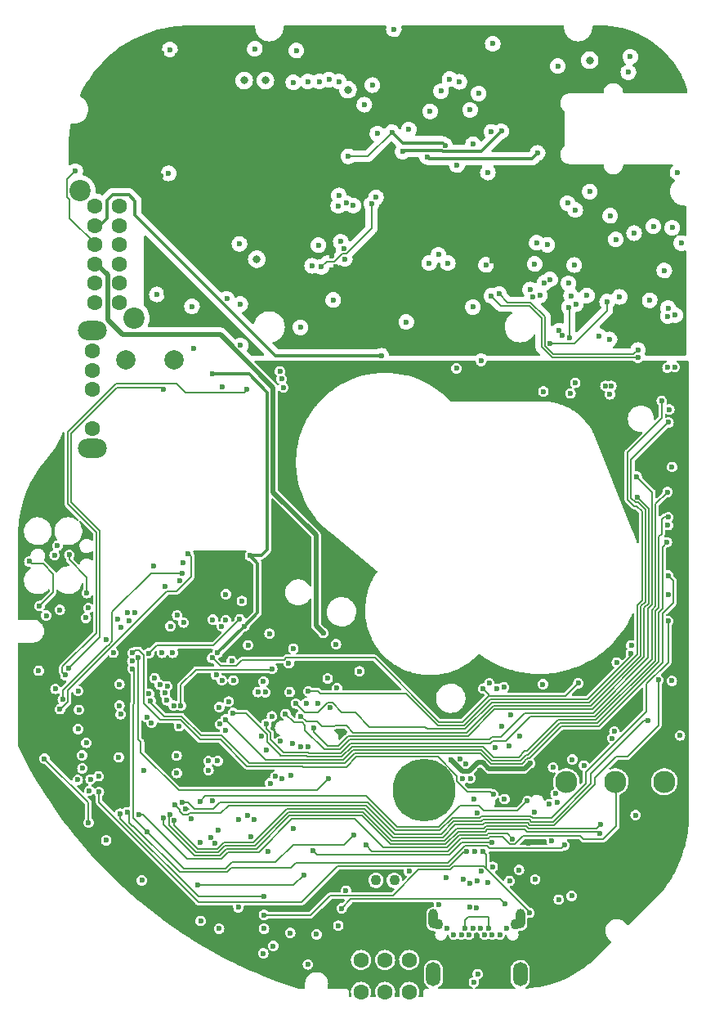
<source format=gbr>
G04 #@! TF.GenerationSoftware,KiCad,Pcbnew,6.0.2+dfsg-1*
G04 #@! TF.CreationDate,2022-08-23T15:38:08-04:00*
G04 #@! TF.ProjectId,RUSP_Mainboard,52555350-5f4d-4616-996e-626f6172642e,rev?*
G04 #@! TF.SameCoordinates,Original*
G04 #@! TF.FileFunction,Copper,L2,Inr*
G04 #@! TF.FilePolarity,Positive*
%FSLAX46Y46*%
G04 Gerber Fmt 4.6, Leading zero omitted, Abs format (unit mm)*
G04 Created by KiCad (PCBNEW 6.0.2+dfsg-1) date 2022-08-23 15:38:08*
%MOMM*%
%LPD*%
G01*
G04 APERTURE LIST*
G04 #@! TA.AperFunction,ComponentPad*
%ADD10C,2.300000*%
G04 #@! TD*
G04 #@! TA.AperFunction,ComponentPad*
%ADD11C,6.500000*%
G04 #@! TD*
G04 #@! TA.AperFunction,ComponentPad*
%ADD12C,1.600000*%
G04 #@! TD*
G04 #@! TA.AperFunction,ComponentPad*
%ADD13C,0.600000*%
G04 #@! TD*
G04 #@! TA.AperFunction,ComponentPad*
%ADD14O,1.000000X2.000000*%
G04 #@! TD*
G04 #@! TA.AperFunction,ComponentPad*
%ADD15O,1.500000X2.500000*%
G04 #@! TD*
G04 #@! TA.AperFunction,ComponentPad*
%ADD16C,1.100000*%
G04 #@! TD*
G04 #@! TA.AperFunction,ComponentPad*
%ADD17C,2.000000*%
G04 #@! TD*
G04 #@! TA.AperFunction,ComponentPad*
%ADD18O,3.000000X2.000000*%
G04 #@! TD*
G04 #@! TA.AperFunction,ComponentPad*
%ADD19C,2.200000*%
G04 #@! TD*
G04 #@! TA.AperFunction,ViaPad*
%ADD20C,0.600000*%
G04 #@! TD*
G04 #@! TA.AperFunction,ViaPad*
%ADD21C,0.800000*%
G04 #@! TD*
G04 #@! TA.AperFunction,Conductor*
%ADD22C,0.200000*%
G04 #@! TD*
G04 #@! TA.AperFunction,Conductor*
%ADD23C,0.350000*%
G04 #@! TD*
G04 #@! TA.AperFunction,Conductor*
%ADD24C,0.500000*%
G04 #@! TD*
G04 APERTURE END LIST*
D10*
X178930000Y-133100000D03*
X173850000Y-133100000D03*
X168770000Y-133100000D03*
D11*
X154000000Y-134000000D03*
D12*
X147500000Y-154850000D03*
X150000000Y-154850000D03*
X152500000Y-154850000D03*
X147500000Y-151550000D03*
X150000000Y-151550000D03*
X152500000Y-151550000D03*
D13*
X162550000Y-148230000D03*
X161900000Y-148930000D03*
X161100000Y-148930000D03*
X160700000Y-148230000D03*
X160300000Y-148930000D03*
X159900000Y-148230000D03*
X159100000Y-148230000D03*
X158700000Y-148930000D03*
X158300000Y-148230000D03*
X157900000Y-148930000D03*
X157100000Y-148930000D03*
X156450000Y-148230000D03*
D14*
X164000000Y-147280000D03*
D15*
X164000000Y-153030000D03*
D14*
X155000000Y-147280000D03*
D15*
X155000000Y-153030000D03*
D16*
X163550000Y-147830000D03*
X155450000Y-147830000D03*
D17*
X128100000Y-89460000D03*
X123100000Y-89460000D03*
D16*
X149050000Y-143300000D03*
X150950000Y-143300000D03*
D18*
X119700000Y-86400000D03*
X119700000Y-98600000D03*
D12*
X119700000Y-96500000D03*
X119700000Y-92500000D03*
X119700000Y-90500000D03*
X119700000Y-88500000D03*
D19*
X118400000Y-71900000D03*
X124000000Y-85100000D03*
D12*
X119950000Y-73500000D03*
X119950000Y-75500000D03*
X119950000Y-77500000D03*
X119950000Y-79500000D03*
X119950000Y-81500000D03*
X119950000Y-83500000D03*
X122450000Y-73500000D03*
X122450000Y-75500000D03*
X122450000Y-77500000D03*
X122450000Y-79500000D03*
X122450000Y-81500000D03*
X122450000Y-83500000D03*
D20*
X119264658Y-137323290D03*
X116300000Y-115300000D03*
X114700000Y-130700000D03*
X179720450Y-100507414D03*
X180056788Y-84780504D03*
X118200000Y-127650000D03*
X126900000Y-119750489D03*
X138030758Y-117769230D03*
X140100000Y-123800000D03*
X147345121Y-121661222D03*
X144300000Y-125450000D03*
X169328814Y-144905570D03*
X138616501Y-132550022D03*
X140493982Y-119313200D03*
X168000000Y-145300000D03*
X124800000Y-143300000D03*
X149200000Y-66000000D03*
X180560011Y-128302177D03*
X135800000Y-118950000D03*
X173433530Y-92123688D03*
X157400000Y-90300000D03*
X161001039Y-65812546D03*
X167900000Y-59000000D03*
X140163596Y-148736404D03*
X127574936Y-70119523D03*
X145150000Y-147999998D03*
X159210606Y-134910606D03*
X157750000Y-130775000D03*
X179714697Y-122654751D03*
X165029876Y-82136144D03*
X170924990Y-82750000D03*
X173250010Y-87311079D03*
X179449990Y-94550000D03*
X127700003Y-57299997D03*
X160800000Y-122900000D03*
X133500000Y-113699982D03*
X126350000Y-82650000D03*
X119249990Y-115100000D03*
X129988909Y-83888909D03*
X119100000Y-113570000D03*
X166350000Y-123000000D03*
X119030876Y-129070014D03*
X145006655Y-123407362D03*
X117275000Y-109600000D03*
X128650000Y-127360000D03*
X167100000Y-81100000D03*
X162897865Y-143357657D03*
X137399998Y-122731837D03*
X158100000Y-143199996D03*
X155800000Y-61600000D03*
X155600000Y-145800000D03*
X137450010Y-148300000D03*
X166492576Y-81449990D03*
X179300000Y-106525000D03*
X127200000Y-112850000D03*
X159500034Y-136300000D03*
X129100000Y-110400000D03*
X179997593Y-90164786D03*
X129895340Y-136921118D03*
X126110112Y-122363296D03*
X180688918Y-77331086D03*
X157449937Y-69258906D03*
X172822809Y-92125535D03*
X137720328Y-129799098D03*
X159485576Y-146111532D03*
X136400000Y-137000000D03*
X137378476Y-150856308D03*
X132800000Y-148300000D03*
X134846859Y-136977937D03*
X163200000Y-138999998D03*
X119342673Y-134025514D03*
X113122343Y-110293032D03*
X162835228Y-129362576D03*
X114200000Y-114899996D03*
X124500000Y-136500000D03*
X123850762Y-121400000D03*
X158833456Y-132738725D03*
X116050000Y-108650000D03*
X146750000Y-138650000D03*
X125307886Y-138244710D03*
X162321155Y-123293956D03*
X114883338Y-115897623D03*
X163007305Y-126140012D03*
X127192601Y-123923178D03*
X118150000Y-132900000D03*
X128400000Y-130400000D03*
X158349989Y-131249989D03*
X129600000Y-109450000D03*
X116319319Y-125578640D03*
X134800000Y-146100000D03*
X159600000Y-153000000D03*
X142900000Y-148886012D03*
X159200000Y-153850000D03*
X116600000Y-124600000D03*
X128950000Y-111500000D03*
D21*
X135400000Y-60499992D03*
X137600000Y-60500000D03*
X171200000Y-58400000D03*
D20*
X150900000Y-55200000D03*
X158014427Y-132813160D03*
X141293468Y-129498388D03*
X145951735Y-144368233D03*
X128450000Y-115850000D03*
X119000000Y-116120000D03*
X126000000Y-110800000D03*
X144917713Y-118850011D03*
X142000000Y-152000000D03*
X114100000Y-121600000D03*
X161394989Y-129531161D03*
X159100000Y-83950000D03*
X174013731Y-120753344D03*
X141850000Y-124950000D03*
X128426138Y-132198305D03*
X115754055Y-109644213D03*
X165500000Y-79500000D03*
X140010000Y-120830000D03*
X145827215Y-78971078D03*
X127420519Y-123209170D03*
X135158125Y-114394305D03*
X138081782Y-133256773D03*
X130900000Y-147500000D03*
X138400000Y-150100000D03*
X118598468Y-130376300D03*
X134295976Y-122605775D03*
X143100000Y-77550004D03*
X137894061Y-140318967D03*
X136500000Y-57220000D03*
X167100000Y-87700000D03*
X172999998Y-83400000D03*
X168388130Y-86863865D03*
X168000000Y-86400000D03*
X137450010Y-146885986D03*
X164953238Y-146660513D03*
X160100000Y-140299982D03*
X166400000Y-92700000D03*
X165700000Y-77300000D03*
X145700000Y-128000000D03*
X128161149Y-131497209D03*
X159807055Y-131899437D03*
X168293989Y-129208897D03*
X164850012Y-139430015D03*
X138300000Y-123100000D03*
X125000000Y-127500000D03*
X165100000Y-145825000D03*
X129322965Y-135915687D03*
X122653197Y-127600000D03*
X117800000Y-126900000D03*
X133185393Y-123776793D03*
X132100000Y-90900000D03*
X135419058Y-116995405D03*
X133591949Y-83108051D03*
X136000000Y-109700000D03*
X132619368Y-119759332D03*
D21*
X139950000Y-75450000D03*
D20*
X152300000Y-70150000D03*
X150900000Y-77800000D03*
X158725000Y-77575000D03*
X172072484Y-74027516D03*
X129800000Y-78000000D03*
X127300000Y-64100000D03*
X161108051Y-77816949D03*
X129200000Y-60600000D03*
X126750000Y-70400000D03*
X154200000Y-73850000D03*
X127000000Y-67100002D03*
X177548055Y-74168047D03*
X119600000Y-67900000D03*
X125300000Y-67150000D03*
X125300000Y-68250000D03*
X157800000Y-88500000D03*
X123900000Y-63700000D03*
X122850000Y-64550000D03*
X129100000Y-62450000D03*
X119900000Y-68750000D03*
X129500000Y-72500000D03*
X127300000Y-71150000D03*
X119850000Y-66200000D03*
X125500000Y-71800000D03*
X123700000Y-62250000D03*
X125150000Y-66200000D03*
X168294427Y-79137079D03*
X123550000Y-60300000D03*
X164900000Y-59650000D03*
X123350000Y-70100000D03*
X122000000Y-64650000D03*
X124800000Y-64000000D03*
X126349997Y-66649997D03*
X127800000Y-65600000D03*
X125700000Y-65200000D03*
X127900000Y-71950000D03*
X124900000Y-57850000D03*
X126250000Y-69750000D03*
X128100000Y-64100000D03*
X139950000Y-65800000D03*
X150600000Y-79600000D03*
X122400000Y-70350000D03*
X119800000Y-67050000D03*
X129092582Y-59600011D03*
X144508131Y-78644408D03*
X129200000Y-61550000D03*
X125550000Y-69150000D03*
X129050000Y-58700000D03*
X151890000Y-76414980D03*
X127300000Y-64900000D03*
X123600000Y-61250000D03*
X128600000Y-65900000D03*
X161100000Y-79200000D03*
X126850000Y-57650000D03*
X158052903Y-74057853D03*
X128700000Y-67500000D03*
X142850000Y-74250000D03*
X125500000Y-64400000D03*
X124200000Y-70500000D03*
X148800000Y-70400000D03*
X121500000Y-70250000D03*
X128800000Y-63600000D03*
X125900000Y-66000000D03*
X150200000Y-73300000D03*
X153613589Y-62563589D03*
X129500000Y-67500000D03*
X128550000Y-72300000D03*
X126950000Y-73350000D03*
X121150000Y-65000000D03*
X120500000Y-65550000D03*
X120777856Y-69534553D03*
X128450000Y-57950000D03*
X124206000Y-58420000D03*
X154500000Y-55200000D03*
X127800000Y-67400000D03*
X124500000Y-65600000D03*
X144450000Y-87350000D03*
X129500000Y-65900000D03*
X139900000Y-68000000D03*
X123800000Y-65100000D03*
X124900000Y-71100000D03*
X138050000Y-79600000D03*
X127300000Y-82500000D03*
X125900000Y-57750000D03*
X173650000Y-58200000D03*
X126200000Y-72600000D03*
X144884826Y-79784826D03*
X162400000Y-60550000D03*
X137300000Y-70400000D03*
X155543243Y-78543235D03*
X154562516Y-79399991D03*
X175400000Y-58050000D03*
X162040000Y-65750000D03*
X151800000Y-67850014D03*
X123829393Y-119744520D03*
X161224675Y-134423621D03*
X158740008Y-146030006D03*
X140456670Y-137969779D03*
X158770461Y-143603692D03*
X134100000Y-120581969D03*
X163934989Y-128375512D03*
X125300000Y-126400000D03*
X122600000Y-126100000D03*
X154350014Y-68400000D03*
X165800000Y-68000000D03*
X169744537Y-83656374D03*
X169270000Y-82780000D03*
X169063024Y-83969516D03*
X169099999Y-87100000D03*
X166040002Y-82740000D03*
X165296510Y-82927686D03*
X172150000Y-86950000D03*
X144100000Y-132800000D03*
X124443170Y-120214188D03*
X117900000Y-69900000D03*
X142498411Y-140199500D03*
X145200000Y-72400000D03*
X161058506Y-139396453D03*
X121100000Y-118400000D03*
X126659771Y-123046743D03*
X133088365Y-122600000D03*
X133489115Y-116371564D03*
X161569672Y-123467491D03*
X132076788Y-120277140D03*
X170000000Y-122900000D03*
X160150000Y-123450000D03*
X169001256Y-81497498D03*
X119488332Y-132850500D03*
X172210082Y-138488090D03*
X127050000Y-136850000D03*
X162395214Y-145747381D03*
X145500000Y-146200000D03*
X178300000Y-122550000D03*
X128159181Y-137111213D03*
X163875000Y-142225000D03*
X128960399Y-135259715D03*
X179329998Y-116470000D03*
X156350000Y-143000000D03*
X152486495Y-142379670D03*
X125700000Y-124710980D03*
X179329986Y-111750000D03*
X165550010Y-143199988D03*
X179329988Y-105702517D03*
X134249988Y-125975911D03*
X139669659Y-126076728D03*
X176063844Y-101494398D03*
X141240902Y-126313333D03*
X179376670Y-95900412D03*
X175950000Y-136550000D03*
X136816718Y-123805350D03*
X179250032Y-90225372D03*
X127750000Y-117000000D03*
X179329988Y-84050605D03*
X178925000Y-80175000D03*
X129119748Y-116616916D03*
X124084589Y-115549990D03*
X123800000Y-120600000D03*
X168569806Y-139669806D03*
X123272314Y-136238774D03*
X159676302Y-61840422D03*
X128000000Y-119750489D03*
X122540351Y-136399970D03*
X137450010Y-144999979D03*
X120361717Y-134146580D03*
X158459422Y-140288341D03*
X121099243Y-139157793D03*
X120300000Y-132525000D03*
X132150009Y-116325031D03*
X148000000Y-139650000D03*
X131700000Y-131900000D03*
X138280932Y-126331901D03*
X141225000Y-86050000D03*
X133442236Y-127800004D03*
X145705719Y-77871067D03*
X132892226Y-127141328D03*
X145400010Y-77186187D03*
X138300000Y-121400000D03*
X128838265Y-125198765D03*
X144050000Y-122400000D03*
X133076751Y-116998042D03*
X162100000Y-127339987D03*
X134939137Y-116266574D03*
X125537120Y-119778161D03*
X135700000Y-92500000D03*
X116870570Y-122056301D03*
X117199979Y-121382500D03*
X127000000Y-92449500D03*
X157691706Y-60633658D03*
X128750000Y-112250000D03*
X169400000Y-130800000D03*
X162362500Y-134887500D03*
X173530780Y-128597383D03*
X167250000Y-139250000D03*
X165441537Y-136248857D03*
X173748741Y-127879741D03*
X159575000Y-143375000D03*
X167000000Y-135400000D03*
X159941967Y-142381293D03*
X167799600Y-135249447D03*
X160625000Y-143500000D03*
X167400000Y-131600000D03*
X161150000Y-141900000D03*
X167663993Y-134336007D03*
X179200000Y-108300000D03*
X133459342Y-126650515D03*
X142041328Y-123724400D03*
X175455700Y-119809627D03*
X177800000Y-75600000D03*
X172312635Y-137550095D03*
X127716214Y-136506618D03*
X139323945Y-132799102D03*
X131700000Y-130949500D03*
X166800000Y-77500000D03*
X173291498Y-92987511D03*
X128238556Y-135461444D03*
X177249990Y-126800000D03*
X179329984Y-113700000D03*
X122600000Y-117100000D03*
X177417666Y-83254074D03*
X122250010Y-116250000D03*
X137596545Y-123831848D03*
X179300000Y-84900008D03*
X178661080Y-93658913D03*
X140749989Y-124996413D03*
X176160456Y-103639544D03*
X142582862Y-127510040D03*
X137700000Y-127100000D03*
X179260872Y-103112230D03*
X161150000Y-56700000D03*
X148675000Y-60975000D03*
X156500000Y-79400000D03*
X139274732Y-91397883D03*
X139100000Y-90600000D03*
X152200000Y-85500000D03*
X169700000Y-91800000D03*
X169200000Y-92900000D03*
X149600000Y-89000000D03*
X159950001Y-89549999D03*
X175518747Y-118968748D03*
X143599070Y-117700928D03*
X165002967Y-131177396D03*
X156815005Y-130857162D03*
X140252343Y-132414535D03*
X132650498Y-130949500D03*
X169600000Y-79600000D03*
X118275623Y-125647791D03*
X137200000Y-128400000D03*
X135019982Y-87930018D03*
X115830737Y-123478434D03*
X130200000Y-88250000D03*
D21*
X136700000Y-79000000D03*
D20*
X156210000Y-67200000D03*
X170600000Y-131400000D03*
X150698584Y-65851416D03*
X160650051Y-70028957D03*
X146200000Y-68350000D03*
X130800000Y-135120002D03*
X164745202Y-135085968D03*
X133100000Y-92200000D03*
X122475500Y-123000000D03*
X135000000Y-83650000D03*
X135750000Y-136550002D03*
X125800000Y-127000000D03*
X122400000Y-130549500D03*
X118624056Y-131703277D03*
X123436998Y-116463002D03*
X127400000Y-124661480D03*
X123303101Y-115551993D03*
X180300000Y-70000000D03*
X175200000Y-59650000D03*
X132828975Y-125383842D03*
X122475500Y-125198698D03*
X139462186Y-92284259D03*
X125017385Y-131952356D03*
X134911444Y-77411444D03*
X168900000Y-73200000D03*
X142000000Y-60600000D03*
X169700000Y-73900000D03*
X140500000Y-60700000D03*
X171200000Y-72000000D03*
X144200000Y-60400000D03*
X143200000Y-60600000D03*
X173325688Y-74503608D03*
X145200000Y-60600000D03*
X175799991Y-76299990D03*
X173900000Y-76950000D03*
X140800000Y-57400000D03*
X161800000Y-82600000D03*
X176200000Y-88400000D03*
X161000000Y-82800000D03*
X176200000Y-89200004D03*
X142431908Y-79681908D03*
X144626416Y-83226416D03*
X160457307Y-79585616D03*
D21*
X146152873Y-61447127D03*
D20*
X145145765Y-73482225D03*
X146000000Y-73200000D03*
X146710971Y-73438790D03*
X149050000Y-72600000D03*
X143403799Y-79785729D03*
X148588909Y-73288909D03*
X132739257Y-138075000D03*
X136100000Y-138799988D03*
X132100000Y-135100016D03*
X121838556Y-119738556D03*
X128088862Y-125210980D03*
X152450002Y-65582859D03*
X154650000Y-63700000D03*
X179750000Y-75750000D03*
X158799989Y-63545732D03*
X159111086Y-67088918D03*
X156700000Y-60350000D03*
X147848584Y-63001416D03*
X174300000Y-82900000D03*
X130809699Y-139411025D03*
X139115237Y-128915237D03*
X133800000Y-124800000D03*
X125542672Y-123978178D03*
X118200000Y-123700000D03*
X132500000Y-122030500D03*
X159298924Y-140350011D03*
X140440000Y-129100000D03*
X131913682Y-138840539D03*
X143000000Y-125000000D03*
X132331350Y-139463479D03*
X142042969Y-129500098D03*
X130600000Y-143800000D03*
X141572779Y-142725149D03*
D22*
X119264658Y-135264658D02*
X114700000Y-130700000D01*
X119264658Y-137323290D02*
X119264658Y-135264658D01*
X117275000Y-110122868D02*
X119100000Y-111947868D01*
X119100000Y-111947868D02*
X119100000Y-113570000D01*
X117275000Y-109600000D02*
X117275000Y-110122868D01*
X133693783Y-140400031D02*
X133030292Y-141063522D01*
X146879622Y-136945254D02*
X140358930Y-136945254D01*
X133030292Y-141063522D02*
X129487786Y-141063522D01*
X113374332Y-110545021D02*
X114545021Y-110545021D01*
X162654878Y-138454876D02*
X160684074Y-138454876D01*
X156405021Y-139899989D02*
X149834357Y-139899989D01*
X129487786Y-141063522D02*
X124924264Y-136500000D01*
X115600000Y-113499996D02*
X114200000Y-114899996D01*
X157704959Y-138600051D02*
X156405021Y-139899989D01*
X115600000Y-111600000D02*
X115600000Y-113499996D01*
X160538899Y-138600051D02*
X157704959Y-138600051D01*
X114545021Y-110545021D02*
X115600000Y-111600000D01*
X163200000Y-138999998D02*
X162654878Y-138454876D01*
X160684074Y-138454876D02*
X160538899Y-138600051D01*
X113122343Y-110293032D02*
X113374332Y-110545021D01*
X136904153Y-140400031D02*
X133693783Y-140400031D01*
X149834357Y-139899989D02*
X146879622Y-136945254D01*
X140358930Y-136945254D02*
X136904153Y-140400031D01*
X124924264Y-136500000D02*
X124500000Y-136500000D01*
X145750002Y-139649998D02*
X140458994Y-139649998D01*
X124000000Y-121549238D02*
X123850762Y-121400000D01*
X134128721Y-141450063D02*
X133461581Y-142117203D01*
X140458994Y-139649998D02*
X138658929Y-141450063D01*
X124000000Y-125000625D02*
X124000000Y-121549238D01*
X138658929Y-141450063D02*
X134128721Y-141450063D01*
X133461581Y-142117203D02*
X129180379Y-142117203D01*
X123861749Y-125138876D02*
X124000000Y-125000625D01*
X125307886Y-138244710D02*
X123861749Y-136798573D01*
X123861749Y-136798573D02*
X123861749Y-125138876D01*
X146750000Y-138650000D02*
X145750002Y-139649998D01*
X129180379Y-142117203D02*
X125307886Y-138244710D01*
X128377616Y-113399511D02*
X127400489Y-113399511D01*
X117149511Y-124827616D02*
X116398487Y-125578640D01*
X129899999Y-111877128D02*
X128377616Y-113399511D01*
X129600000Y-109450000D02*
X129899999Y-109749999D01*
X127400489Y-113399511D02*
X117149511Y-123650489D01*
X117149511Y-123650489D02*
X117149511Y-124827616D01*
X116398487Y-125578640D02*
X116319319Y-125578640D01*
X129899999Y-109749999D02*
X129899999Y-111877128D01*
X121327616Y-118949511D02*
X121250489Y-118949511D01*
X121250489Y-118949511D02*
X116600000Y-123600000D01*
X121700000Y-115541008D02*
X121700000Y-118577127D01*
X116600000Y-123600000D02*
X116600000Y-124600000D01*
X121700000Y-118577127D02*
X121327616Y-118949511D01*
X128950000Y-111500000D02*
X125741008Y-111500000D01*
X125741008Y-111500000D02*
X121700000Y-115541008D01*
X172999998Y-83400000D02*
X172999998Y-84314006D01*
X169614004Y-87700000D02*
X167100000Y-87700000D01*
X172999998Y-84314006D02*
X169614004Y-87700000D01*
X160449999Y-142049999D02*
X160449999Y-140649981D01*
X164953238Y-146660513D02*
X164953238Y-146553238D01*
X157128625Y-141831292D02*
X156759884Y-142200033D01*
X160449999Y-140649981D02*
X160100000Y-140299982D01*
X160231292Y-141831292D02*
X157128625Y-141831292D01*
X144278851Y-144918234D02*
X142311099Y-146885986D01*
X156759884Y-142200033D02*
X153480134Y-142200033D01*
X150780178Y-144899989D02*
X146233981Y-144899989D01*
X146215736Y-144918234D02*
X144278851Y-144918234D01*
X142311099Y-146885986D02*
X137450010Y-146885986D01*
X153480134Y-142200033D02*
X150780178Y-144899989D01*
X164953238Y-146553238D02*
X160449999Y-142049999D01*
X160449999Y-142049999D02*
X160231292Y-141831292D01*
X146233981Y-144899989D02*
X146215736Y-144918234D01*
X125000000Y-127500000D02*
X125000000Y-128300000D01*
X128161149Y-131461149D02*
X128161149Y-131497209D01*
X125000000Y-128300000D02*
X128161149Y-131461149D01*
D23*
X136000000Y-109700000D02*
X136788564Y-110488564D01*
X132655131Y-119759332D02*
X132619368Y-119759332D01*
X135900000Y-90900000D02*
X132100000Y-90900000D01*
X135419058Y-116995405D02*
X132655131Y-119759332D01*
X137800000Y-109051442D02*
X137800000Y-92800000D01*
X137800000Y-92800000D02*
X135900000Y-90900000D01*
X136788564Y-115625899D02*
X135419058Y-116995405D01*
X136000000Y-109700000D02*
X137151442Y-109700000D01*
X136788564Y-110488564D02*
X136788564Y-115625899D01*
X137151442Y-109700000D02*
X137800000Y-109051442D01*
X155902296Y-67775489D02*
X151874525Y-67775489D01*
X155951318Y-67824511D02*
X155902296Y-67775489D01*
X162040000Y-65750000D02*
X159965489Y-67824511D01*
X151874525Y-67775489D02*
X151800000Y-67850014D01*
X159965489Y-67824511D02*
X155951318Y-67824511D01*
D22*
X158600000Y-147100000D02*
X158300000Y-147400000D01*
X160700000Y-147100000D02*
X158600000Y-147100000D01*
X158300000Y-147400000D02*
X158300000Y-148200000D01*
X160700000Y-148225000D02*
X160700000Y-147100000D01*
X155456876Y-130500000D02*
X147004267Y-130500000D01*
X128794002Y-126700000D02*
X126700000Y-126700000D01*
X124487507Y-119444521D02*
X124129392Y-119444521D01*
X157456887Y-133069622D02*
X157456887Y-132500011D01*
X157456887Y-132500011D02*
X155456876Y-130500000D01*
X126700000Y-126700000D02*
X124993172Y-124993172D01*
X124993172Y-119950186D02*
X124487507Y-119444521D01*
X141526079Y-131550041D02*
X141462026Y-131485988D01*
X158510887Y-134123622D02*
X157456887Y-133069622D01*
X132938799Y-128719920D02*
X130813922Y-128719920D01*
X160924676Y-134123622D02*
X158510887Y-134123622D01*
X135704867Y-131485988D02*
X132938799Y-128719920D01*
X147004267Y-130500000D02*
X145954226Y-131550041D01*
X124129392Y-119444521D02*
X123829393Y-119744520D01*
X145954226Y-131550041D02*
X141526079Y-131550041D01*
X124993172Y-124993172D02*
X124993172Y-119950186D01*
X161224675Y-134423621D02*
X160924676Y-134123622D01*
X130813922Y-128719920D02*
X128794002Y-126700000D01*
X141462026Y-131485988D02*
X135704867Y-131485988D01*
D23*
X165200010Y-68599990D02*
X154550004Y-68599990D01*
X154550004Y-68599990D02*
X154350014Y-68400000D01*
X165800000Y-68000000D02*
X165200010Y-68599990D01*
D22*
X169099999Y-84006491D02*
X169063024Y-83969516D01*
X169099999Y-87100000D02*
X169099999Y-84006491D01*
X128641335Y-133995187D02*
X142904813Y-133995187D01*
X142904813Y-133995187D02*
X144100000Y-132800000D01*
X124400262Y-120397336D02*
X124400262Y-128672453D01*
X124443170Y-120259712D02*
X124443170Y-120214188D01*
X124699989Y-130053841D02*
X128641335Y-133995187D01*
X124400262Y-128672453D02*
X124699989Y-128972180D01*
X124352904Y-120349978D02*
X124443170Y-120259712D01*
X124352904Y-120349978D02*
X124402185Y-120399259D01*
X124699989Y-128972180D02*
X124699989Y-130053841D01*
X117300000Y-74750000D02*
X117300000Y-72798002D01*
X117049999Y-72548001D02*
X117049999Y-71251999D01*
X120050000Y-77500000D02*
X117300000Y-74750000D01*
X117075000Y-71226998D02*
X117075000Y-70725000D01*
X117300000Y-72798002D02*
X117049999Y-72548001D01*
X117075000Y-70725000D02*
X117900000Y-69900000D01*
X117049999Y-71251999D02*
X117075000Y-71226998D01*
X157944999Y-139349991D02*
X161012044Y-139349991D01*
X142498411Y-140199500D02*
X142948910Y-140649999D01*
X142948910Y-140649999D02*
X156644991Y-140649999D01*
X156644991Y-140649999D02*
X157944999Y-139349991D01*
X161012044Y-139349991D02*
X161058506Y-139396453D01*
X155599999Y-126950001D02*
X148929997Y-120279999D01*
X168710040Y-124189960D02*
X170000000Y-122900000D01*
X160760042Y-124189960D02*
X168710040Y-124189960D01*
X158000001Y-126950001D02*
X155599999Y-126950001D01*
X134568531Y-121131469D02*
X132931117Y-121131469D01*
X132931117Y-121131469D02*
X132076788Y-120277140D01*
X160730093Y-124219909D02*
X160730093Y-124030093D01*
X135200000Y-120500000D02*
X134568531Y-121131469D01*
X139535998Y-120500000D02*
X135200000Y-120500000D01*
X160730093Y-124219909D02*
X160760042Y-124189960D01*
X160730093Y-124030093D02*
X160150000Y-123450000D01*
X139755999Y-120279999D02*
X139535998Y-120500000D01*
X160730093Y-124219909D02*
X158000001Y-126950001D01*
X148929997Y-120279999D02*
X139755999Y-120279999D01*
X164486020Y-138049994D02*
X160593961Y-138049994D01*
X147575334Y-136595243D02*
X140095373Y-136595243D01*
X157559978Y-138250042D02*
X156260043Y-139549977D01*
X160393913Y-138250042D02*
X157559978Y-138250042D01*
X156260043Y-139549977D02*
X150530069Y-139549978D01*
X127050000Y-137506468D02*
X127050000Y-136850000D01*
X130257043Y-140713511D02*
X127050000Y-137506468D01*
X133548804Y-140050020D02*
X132885313Y-140713511D01*
X160593961Y-138049994D02*
X160393913Y-138250042D01*
X140095373Y-136595243D02*
X136640596Y-140050020D01*
X171997034Y-138275042D02*
X164711068Y-138275042D01*
X132885313Y-140713511D02*
X130257043Y-140713511D01*
X164711068Y-138275042D02*
X164486020Y-138049994D01*
X172210082Y-138488090D02*
X171997034Y-138275042D01*
X136640596Y-140050020D02*
X133548804Y-140050020D01*
X150530069Y-139549978D02*
X147575334Y-136595243D01*
X146450001Y-145249999D02*
X161897832Y-145249999D01*
X161897832Y-145249999D02*
X162395214Y-145747381D01*
X145500000Y-146200000D02*
X146450001Y-145249999D01*
X150820027Y-138849956D02*
X155970085Y-138849955D01*
X139805415Y-135895221D02*
X147865292Y-135895221D01*
X132595355Y-140013489D02*
X133258846Y-139349998D01*
X175100000Y-130500000D02*
X178300000Y-127300000D01*
X160103960Y-137550022D02*
X160304010Y-137349972D01*
X164775978Y-137349972D02*
X165001026Y-137575020D01*
X171700000Y-133400000D02*
X171700000Y-132700000D01*
X128159181Y-137625669D02*
X130547001Y-140013489D01*
X165001026Y-137575020D02*
X167524981Y-137575019D01*
X171700000Y-132700000D02*
X173900000Y-130500000D01*
X173900000Y-130500000D02*
X175100000Y-130500000D01*
X128159181Y-137111213D02*
X128159181Y-137625669D01*
X136350638Y-139349998D02*
X139805415Y-135895221D01*
X157270018Y-137550022D02*
X160103960Y-137550022D01*
X178300000Y-127300000D02*
X178300000Y-122550000D01*
X130547001Y-140013489D02*
X132595355Y-140013489D01*
X167524981Y-137575019D02*
X171700000Y-133400000D01*
X160304010Y-137349972D02*
X164775978Y-137349972D01*
X133258846Y-139349998D02*
X136350638Y-139349998D01*
X147865292Y-135895221D02*
X150820027Y-138849956D01*
X155970085Y-138849955D02*
X157270018Y-137550022D01*
X132866791Y-135195199D02*
X148155250Y-135195199D01*
X177105522Y-125800474D02*
X177105522Y-122955474D01*
X132161990Y-135900000D02*
X132866791Y-135195199D01*
X148155250Y-135195199D02*
X151109985Y-138149934D01*
X155680126Y-138149934D02*
X156980059Y-136850001D01*
X167235022Y-136874998D02*
X170800000Y-133310020D01*
X179329998Y-120730998D02*
X179329998Y-116470000D01*
X165065936Y-136649950D02*
X165290984Y-136874998D01*
X165290984Y-136874998D02*
X167235022Y-136874998D01*
X170800000Y-132105996D02*
X177105522Y-125800474D01*
X128960399Y-135259715D02*
X129582599Y-135259715D01*
X129582599Y-135259715D02*
X130222884Y-135900000D01*
X159964052Y-136649950D02*
X165065936Y-136649950D01*
X130222884Y-135900000D02*
X132161990Y-135900000D01*
X170800000Y-133310020D02*
X170800000Y-132105996D01*
X151109985Y-138149934D02*
X155680126Y-138149934D01*
X159764001Y-136850001D02*
X159964052Y-136649950D01*
X156980059Y-136850001D02*
X159764001Y-136850001D01*
X177105522Y-122955474D02*
X179329998Y-120730998D01*
X133073713Y-128300013D02*
X135909677Y-131135977D01*
X179879991Y-114534997D02*
X179879991Y-112300005D01*
X172138087Y-127370002D02*
X178779997Y-120728092D01*
X141671059Y-131200031D02*
X145809246Y-131200031D01*
X178779997Y-120728092D02*
X178779997Y-115634991D01*
X164453456Y-130949780D02*
X164775351Y-130627885D01*
X164972115Y-130627885D02*
X168229998Y-127370002D01*
X164223946Y-131249989D02*
X164453456Y-131020479D01*
X178779997Y-115634991D02*
X179879991Y-114534997D01*
X146859287Y-130149990D02*
X159852119Y-130149989D01*
X141607005Y-131135977D02*
X141671059Y-131200031D01*
X168229998Y-127370002D02*
X172138087Y-127370002D01*
X160952119Y-131249989D02*
X164223946Y-131249989D01*
X159852119Y-130149989D02*
X160952119Y-131249989D01*
X125700000Y-124900000D02*
X127100000Y-126300000D01*
X145809246Y-131200031D02*
X146859287Y-130149990D01*
X130889005Y-128300013D02*
X133073713Y-128300013D01*
X127100000Y-126300000D02*
X128888992Y-126300000D01*
X135909677Y-131135977D02*
X141607005Y-131135977D01*
X128888992Y-126300000D02*
X130889005Y-128300013D01*
X164453456Y-131020479D02*
X164453456Y-130949780D01*
X179879991Y-112300005D02*
X179329986Y-111750000D01*
X125700000Y-124710980D02*
X125700000Y-124900000D01*
X164775351Y-130627885D02*
X164972115Y-130627885D01*
X167935724Y-126669980D02*
X164676859Y-129928845D01*
X141961019Y-130500011D02*
X141896963Y-130435955D01*
X179329988Y-105702517D02*
X178905724Y-105702517D01*
X178374988Y-107704990D02*
X178374987Y-115050023D01*
X160142077Y-129449967D02*
X146569329Y-129449967D01*
X139134296Y-130435955D02*
X139134296Y-130334296D01*
X171848129Y-126669980D02*
X167935724Y-126669980D01*
X178905724Y-105702517D02*
X178649987Y-105958254D01*
X141896963Y-130435955D02*
X139134296Y-130435955D01*
X137749511Y-128172384D02*
X135553038Y-125975911D01*
X177976876Y-120541233D02*
X171848129Y-126669980D01*
X178649987Y-107429991D02*
X178374988Y-107704990D01*
X163864677Y-130549967D02*
X161242077Y-130549967D01*
X161242077Y-130549967D02*
X160142077Y-129449967D01*
X178649987Y-105958254D02*
X178649987Y-107429991D01*
X135553038Y-125975911D02*
X134249988Y-125975911D01*
X137749511Y-128949511D02*
X137749511Y-128172384D01*
X145519285Y-130500011D02*
X141961019Y-130500011D01*
X178374987Y-115050023D02*
X177976876Y-115448134D01*
X139134296Y-130334296D02*
X137749511Y-128949511D01*
X177976876Y-115448134D02*
X177976876Y-120541233D01*
X164676859Y-129928845D02*
X164485799Y-129928845D01*
X146569329Y-129449967D02*
X145519285Y-130500011D01*
X164485799Y-129928845D02*
X163864677Y-130549967D01*
X141707236Y-127772000D02*
X143671169Y-129735933D01*
X177276853Y-120251276D02*
X177276853Y-115158177D01*
X161973958Y-128481583D02*
X164485583Y-125969958D01*
X160818946Y-128700050D02*
X161037413Y-128481583D01*
X177674969Y-114760061D02*
X177674969Y-103105523D01*
X177674969Y-103105523D02*
X176063844Y-101494398D01*
X145293381Y-129735933D02*
X146329264Y-128700050D01*
X171558171Y-125969958D02*
X177276853Y-120251276D01*
X141421236Y-126957998D02*
X141707236Y-127243998D01*
X141707236Y-127243998D02*
X141707236Y-127772000D01*
X164485583Y-125969958D02*
X171558171Y-125969958D01*
X177276853Y-115158177D02*
X177674969Y-114760061D01*
X140550929Y-126957998D02*
X141421236Y-126957998D01*
X139669659Y-126076728D02*
X140550929Y-126957998D01*
X161037413Y-128481583D02*
X161973958Y-128481583D01*
X146329264Y-128700050D02*
X160818946Y-128700050D01*
X143671169Y-129735933D02*
X145293381Y-129735933D01*
X175932840Y-104189055D02*
X176215671Y-104189055D01*
X175500000Y-99777082D02*
X175500000Y-103756215D01*
X175500000Y-103756215D02*
X175932840Y-104189055D01*
X141808240Y-126850012D02*
X141271561Y-126313333D01*
X144799041Y-127300000D02*
X144762020Y-127337021D01*
X176499950Y-114945098D02*
X176499949Y-120038200D01*
X158434941Y-128000027D02*
X146700027Y-128000027D01*
X146700027Y-128000027D02*
X146000000Y-127300000D01*
X171298158Y-125239991D02*
X161194977Y-125239991D01*
X176974938Y-114470110D02*
X176499950Y-114945098D01*
X176215671Y-104189055D02*
X176974938Y-104948322D01*
X143471958Y-127337021D02*
X142984949Y-126850012D01*
X176499949Y-120038200D02*
X171298158Y-125239991D01*
X141271561Y-126313333D02*
X141240902Y-126313333D01*
X179376670Y-95900412D02*
X175500000Y-99777082D01*
X142984949Y-126850012D02*
X141808240Y-126850012D01*
X146000000Y-127300000D02*
X144799041Y-127300000D01*
X144762020Y-127337021D02*
X143471958Y-127337021D01*
X161194977Y-125239991D02*
X158434941Y-128000027D01*
X176974938Y-104948322D02*
X176974938Y-114470110D01*
X134085116Y-141988658D02*
X140274656Y-141988658D01*
X140274656Y-141988658D02*
X140783656Y-141479658D01*
X123512229Y-136478689D02*
X123512229Y-137372998D01*
X123512229Y-137372998D02*
X123798229Y-137658998D01*
X168239613Y-139999999D02*
X168569806Y-139669806D01*
X160548051Y-139700002D02*
X160848048Y-139999999D01*
X160848048Y-139999999D02*
X168239613Y-139999999D01*
X123908170Y-137658998D02*
X128716391Y-142467219D01*
X128716391Y-142467219D02*
X133606555Y-142467219D01*
X123272314Y-136238774D02*
X123512229Y-136478689D01*
X133606555Y-142467219D02*
X134085116Y-141988658D01*
X156490279Y-141479658D02*
X158269935Y-139700002D01*
X123798229Y-137658998D02*
X123908170Y-137658998D01*
X158269935Y-139700002D02*
X160548051Y-139700002D01*
X140783656Y-141479658D02*
X156490279Y-141479658D01*
X122540351Y-136896110D02*
X130644220Y-144999979D01*
X130644220Y-144999979D02*
X137450010Y-144999979D01*
X122540351Y-136399970D02*
X122540351Y-136896110D01*
X158459422Y-140288341D02*
X158176586Y-140288341D01*
X120361717Y-135212466D02*
X120361717Y-134146580D01*
X156635258Y-141829669D02*
X145086363Y-141829669D01*
X141366043Y-145549989D02*
X130699240Y-145549989D01*
X158176586Y-140288341D02*
X156635258Y-141829669D01*
X130699240Y-145549989D02*
X120361717Y-135212466D01*
X145086363Y-141829669D02*
X141366043Y-145549989D01*
X148649999Y-140299999D02*
X148000000Y-139650000D01*
X173950000Y-137680528D02*
X172592437Y-139038091D01*
X160821579Y-138815586D02*
X160687104Y-138950061D01*
X156500001Y-140299999D02*
X148649999Y-140299999D01*
X170538091Y-139038091D02*
X170199999Y-138699999D01*
X162935999Y-139549999D02*
X162201586Y-138815586D01*
X163464001Y-139549999D02*
X162935999Y-139549999D01*
X164314001Y-138699999D02*
X163464001Y-139549999D01*
X173950000Y-133250000D02*
X173950000Y-137680528D01*
X170199999Y-138699999D02*
X164314001Y-138699999D01*
X172592437Y-139038091D02*
X170538091Y-139038091D01*
X162201586Y-138815586D02*
X160821579Y-138815586D01*
X157849939Y-138950061D02*
X156500001Y-140299999D01*
X160687104Y-138950061D02*
X157849939Y-138950061D01*
X130419011Y-121480989D02*
X137480989Y-121480989D01*
X137480989Y-121480989D02*
X137500000Y-121500000D01*
X128838265Y-123061735D02*
X130419011Y-121480989D01*
X137500000Y-121500000D02*
X138200000Y-121500000D01*
X138200000Y-121500000D02*
X138300000Y-121400000D01*
X128838265Y-125198765D02*
X128838265Y-123061735D01*
X125537120Y-119778161D02*
X126315282Y-118999999D01*
X126315282Y-118999999D02*
X132205712Y-118999999D01*
X132205712Y-118999999D02*
X134939137Y-116266574D01*
X117099989Y-96900011D02*
X117099989Y-104294285D01*
X122100000Y-91900000D02*
X117099989Y-96900011D01*
X129314004Y-92800000D02*
X128414004Y-91900000D01*
X135700000Y-92500000D02*
X135400000Y-92800000D01*
X116570571Y-121756302D02*
X116870570Y-122056301D01*
X116570571Y-121215158D02*
X116570571Y-121756302D01*
X117099989Y-104294285D02*
X120099988Y-107294284D01*
X128414004Y-91900000D02*
X122100000Y-91900000D01*
X135400000Y-92800000D02*
X129314004Y-92800000D01*
X120099988Y-117685741D02*
X116570571Y-121215158D01*
X120099988Y-107294284D02*
X120099988Y-117685741D01*
X120449999Y-118132480D02*
X117199979Y-121382500D01*
X122194990Y-92300000D02*
X117450000Y-97044990D01*
X127000000Y-92449500D02*
X126850500Y-92300000D01*
X126850500Y-92300000D02*
X122194990Y-92300000D01*
X117450000Y-97044990D02*
X117450000Y-104150000D01*
X120449999Y-107149999D02*
X120449999Y-118132480D01*
X117450000Y-104150000D02*
X120449999Y-107149999D01*
X178724999Y-108775001D02*
X178724999Y-115194999D01*
X141751984Y-130785966D02*
X137594793Y-130785966D01*
X164821635Y-130278365D02*
X164630575Y-130278365D01*
X145664265Y-130850021D02*
X141816039Y-130850021D01*
X178724999Y-115194999D02*
X178326887Y-115593113D01*
X159997098Y-129799978D02*
X146714308Y-129799978D01*
X141816039Y-130850021D02*
X141751984Y-130785966D01*
X168080009Y-127019991D02*
X164821635Y-130278365D01*
X146714308Y-129799978D02*
X145664265Y-130850021D01*
X164008963Y-130899977D02*
X161097097Y-130899977D01*
X164630575Y-130278365D02*
X164008963Y-130899977D01*
X161097097Y-130899977D02*
X159997098Y-129799978D01*
X171993108Y-127019991D02*
X168080009Y-127019991D01*
X178326886Y-120686213D02*
X171993108Y-127019991D01*
X179200000Y-108300000D02*
X178724999Y-108775001D01*
X178326887Y-115593113D02*
X178326886Y-120686213D01*
X137594793Y-130785966D02*
X133459342Y-126650515D01*
X158144982Y-127300006D02*
X160905019Y-124539969D01*
X142041328Y-123724400D02*
X143038402Y-123724400D01*
X171008200Y-124539969D02*
X175455700Y-120092469D01*
X143316722Y-124002720D02*
X152157729Y-124002720D01*
X160905019Y-124539969D02*
X171008200Y-124539969D01*
X143038402Y-123724400D02*
X143316722Y-124002720D01*
X175455700Y-120092469D02*
X175455700Y-119809627D01*
X155455015Y-127300006D02*
X158144982Y-127300006D01*
X152157729Y-124002720D02*
X155455015Y-127300006D01*
X136495617Y-139700009D02*
X139950394Y-136245232D01*
X127600001Y-136622831D02*
X127600001Y-137561479D01*
X171937699Y-137925031D02*
X172312635Y-137550095D01*
X130402022Y-140363500D02*
X132740334Y-140363500D01*
X160248942Y-137900031D02*
X160448990Y-137699983D01*
X133403825Y-139700009D02*
X136495617Y-139700009D01*
X157414999Y-137900031D02*
X160248942Y-137900031D01*
X132740334Y-140363500D02*
X133403825Y-139700009D01*
X156115063Y-139199967D02*
X157414999Y-137900031D01*
X164856046Y-137925030D02*
X171937699Y-137925031D01*
X164630999Y-137699983D02*
X164856046Y-137925030D01*
X127716214Y-136506618D02*
X127600001Y-136622831D01*
X127600001Y-137561479D02*
X130402022Y-140363500D01*
X160448990Y-137699983D02*
X164630999Y-137699983D01*
X139950394Y-136245232D02*
X147720313Y-136245232D01*
X147720313Y-136245232D02*
X150675047Y-139199966D01*
X150675047Y-139199966D02*
X156115063Y-139199967D01*
X176825726Y-126800000D02*
X177249990Y-126800000D01*
X167380001Y-137225009D02*
X171349989Y-133255021D01*
X171349989Y-132275737D02*
X176825726Y-126800000D01*
X132991933Y-136338077D02*
X133784800Y-135545210D01*
X128751779Y-135974667D02*
X128751779Y-136189792D01*
X160159031Y-136999961D02*
X164920957Y-136999961D01*
X155825105Y-138499945D02*
X157125039Y-137200011D01*
X129714577Y-136338077D02*
X132991933Y-136338077D01*
X157125039Y-137200011D02*
X159958981Y-137200011D01*
X148010271Y-135545210D02*
X150965005Y-138499944D01*
X129586966Y-136465688D02*
X129714577Y-136338077D01*
X164920957Y-136999961D02*
X165146004Y-137225008D01*
X150965005Y-138499944D02*
X155825105Y-138499945D01*
X129027675Y-136465688D02*
X129586966Y-136465688D01*
X159958981Y-137200011D02*
X160159031Y-136999961D01*
X128238556Y-135461444D02*
X128751779Y-135974667D01*
X171349989Y-133255021D02*
X171349989Y-132275737D01*
X165146004Y-137225008D02*
X167380001Y-137225009D01*
X133784800Y-135545210D02*
X148010271Y-135545210D01*
X128751779Y-136189792D02*
X129027675Y-136465688D01*
X143072873Y-125900000D02*
X141653576Y-125900000D01*
X175788063Y-104538574D02*
X176038574Y-104538574D01*
X171153179Y-124889980D02*
X161049997Y-124889981D01*
X175150481Y-103900992D02*
X175788063Y-104538574D01*
X176149939Y-119893220D02*
X171153179Y-124889980D01*
X144072384Y-124900489D02*
X143072873Y-125900000D01*
X158289962Y-127650016D02*
X154405009Y-127650016D01*
X175150480Y-98975612D02*
X175150481Y-103900992D01*
X178661080Y-93658913D02*
X178661080Y-95465012D01*
X161049997Y-124889981D02*
X158289962Y-127650016D01*
X144527616Y-124900489D02*
X144072384Y-124900489D01*
X148400000Y-127400000D02*
X146900000Y-125900000D01*
X146900000Y-125900000D02*
X145527127Y-125900000D01*
X176624928Y-114325130D02*
X176149939Y-114800119D01*
X176038574Y-104538574D02*
X176624928Y-105124928D01*
X176624928Y-105124928D02*
X176624928Y-114325130D01*
X145527127Y-125900000D02*
X144527616Y-124900489D01*
X154154993Y-127400000D02*
X148400000Y-127400000D01*
X154405009Y-127650016D02*
X154154993Y-127400000D01*
X141653576Y-125900000D02*
X140749989Y-124996413D01*
X178661080Y-95465012D02*
X175150480Y-98975612D01*
X176149939Y-114800119D02*
X176149939Y-119893220D01*
X171443137Y-125590002D02*
X161339956Y-125590002D01*
X177324956Y-114615082D02*
X176849961Y-115090077D01*
X177324956Y-104804044D02*
X177324956Y-114615082D01*
X142582862Y-127934304D02*
X142582862Y-127510040D01*
X176849959Y-120183180D02*
X171443137Y-125590002D01*
X161339956Y-125590002D02*
X158579428Y-128350530D01*
X176160456Y-103639544D02*
X177324956Y-104804044D01*
X158579428Y-128350530D02*
X146184488Y-128350530D01*
X146184488Y-128350530D02*
X145149096Y-129385922D01*
X145149096Y-129385922D02*
X144034480Y-129385922D01*
X144034480Y-129385922D02*
X142582862Y-127934304D01*
X176849961Y-115090077D02*
X176849959Y-120183180D01*
X177626863Y-120396256D02*
X177626865Y-115303155D01*
X162500804Y-128882998D02*
X165063833Y-126319969D01*
X165063833Y-126319969D02*
X171703150Y-126319969D01*
X178024977Y-114905043D02*
X178024977Y-104348125D01*
X145374305Y-130150001D02*
X146424350Y-129099956D01*
X160914030Y-129099956D02*
X161130988Y-128882998D01*
X137700000Y-127100000D02*
X137700000Y-127628577D01*
X138099031Y-128699031D02*
X139485944Y-130085944D01*
X142105999Y-130150001D02*
X145374305Y-130150001D01*
X142041942Y-130085944D02*
X142105999Y-130150001D01*
X171703150Y-126319969D02*
X177626863Y-120396256D01*
X178024977Y-104348125D02*
X179260872Y-103112230D01*
X137700000Y-127628577D02*
X138099031Y-128027608D01*
X146424350Y-129099956D02*
X160914030Y-129099956D01*
X139485944Y-130085944D02*
X142041942Y-130085944D01*
X161130988Y-128882998D02*
X162500804Y-128882998D01*
X138099031Y-128027608D02*
X138099031Y-128699031D01*
X177626865Y-115303155D02*
X178024977Y-114905043D01*
D23*
X138600000Y-89000000D02*
X149600000Y-89000000D01*
X124075001Y-72959999D02*
X124075001Y-74475001D01*
X124075001Y-74475001D02*
X138600000Y-89000000D01*
X121200000Y-74750000D02*
X121200000Y-72900000D01*
X121780000Y-72320000D02*
X123435002Y-72320000D01*
X120400000Y-75550000D02*
X121200000Y-74750000D01*
X123435002Y-72320000D02*
X124075001Y-72959999D01*
X121200000Y-72900000D02*
X121780000Y-72320000D01*
D24*
X160745008Y-131750000D02*
X160117175Y-131122167D01*
X142849999Y-116951857D02*
X142849999Y-107549999D01*
X138400000Y-103100000D02*
X138400000Y-92300000D01*
X160117175Y-131122167D02*
X159588835Y-131122167D01*
X121249999Y-85274999D02*
X121249999Y-80649999D01*
X138400000Y-92300000D02*
X132925000Y-86825000D01*
X164430363Y-131750000D02*
X160745008Y-131750000D01*
X122800000Y-86825000D02*
X121249999Y-85274999D01*
X121249999Y-80649999D02*
X120000000Y-79400000D01*
X159588835Y-131122167D02*
X158661001Y-132050001D01*
X132925000Y-86825000D02*
X122800000Y-86825000D01*
X165002967Y-131177396D02*
X164430363Y-131750000D01*
X158007844Y-132050001D02*
X156815005Y-130857162D01*
X158661001Y-132050001D02*
X158007844Y-132050001D01*
X142849999Y-107549999D02*
X138400000Y-103100000D01*
X143599070Y-117700928D02*
X142849999Y-116951857D01*
D22*
X146200000Y-68350000D02*
X148200000Y-68350000D01*
D23*
X156210000Y-67200000D02*
X155960001Y-66950001D01*
X155960001Y-66950001D02*
X151797169Y-66950001D01*
D22*
X148200000Y-68350000D02*
X150698584Y-65851416D01*
D23*
X151797169Y-66950001D02*
X150698584Y-65851416D01*
D22*
X163731170Y-136100000D02*
X164745202Y-135085968D01*
X157785132Y-135549938D02*
X159800479Y-135549938D01*
X130800000Y-135120002D02*
X131373353Y-134546649D01*
X131373353Y-134546649D02*
X148001690Y-134546649D01*
X148001690Y-134546649D02*
X151254964Y-137799923D01*
X159800479Y-135678253D02*
X160222226Y-136100000D01*
X155535147Y-137799923D02*
X157785132Y-135549938D01*
X151254964Y-137799923D02*
X155535147Y-137799923D01*
X160222226Y-136100000D02*
X163731170Y-136100000D01*
X159800479Y-135549938D02*
X159800479Y-135678253D01*
X165076409Y-83476409D02*
X166549999Y-84949999D01*
X162676409Y-83476409D02*
X165076409Y-83476409D01*
X175749516Y-88850484D02*
X176200000Y-88400000D01*
X166549999Y-84949999D02*
X166549999Y-87964001D01*
X166549999Y-87964001D02*
X167436482Y-88850484D01*
X161800000Y-82600000D02*
X162676409Y-83476409D01*
X167436482Y-88850484D02*
X175749516Y-88850484D01*
X166199989Y-85094979D02*
X166199989Y-88108981D01*
X164931430Y-83826420D02*
X166199989Y-85094979D01*
X161000000Y-82800000D02*
X162026420Y-83826420D01*
X162026420Y-83826420D02*
X164931430Y-83826420D01*
X167291012Y-89200004D02*
X176200000Y-89200004D01*
X166199989Y-88108981D02*
X167291012Y-89200004D01*
X145563214Y-78421077D02*
X144749466Y-79234825D01*
X144749466Y-79234825D02*
X143954703Y-79234825D01*
X145969711Y-78421077D02*
X145563214Y-78421077D01*
X143954703Y-79234825D02*
X143403799Y-79785729D01*
X148588909Y-73288909D02*
X148588909Y-75801879D01*
X148588909Y-75801879D02*
X145969711Y-78421077D01*
X130625000Y-143775000D02*
X140522928Y-143775000D01*
X140522928Y-143775000D02*
X141572779Y-142725149D01*
X130600000Y-143800000D02*
X130625000Y-143775000D01*
G04 #@! TA.AperFunction,Conductor*
G36*
X125208512Y-76575581D02*
G01*
X125215095Y-76581710D01*
X137418290Y-88784905D01*
X137452316Y-88847217D01*
X137447251Y-88918032D01*
X137404704Y-88974868D01*
X137338184Y-88999679D01*
X137329195Y-89000000D01*
X136224871Y-89000000D01*
X136156750Y-88979998D01*
X136135776Y-88963095D01*
X135709159Y-88536478D01*
X135675133Y-88474166D01*
X135680198Y-88403351D01*
X135693306Y-88377656D01*
X135739724Y-88307791D01*
X135743625Y-88301920D01*
X135797886Y-88159079D01*
X135805537Y-88138938D01*
X135805538Y-88138936D01*
X135808037Y-88132356D01*
X135815853Y-88076744D01*
X135832730Y-87956657D01*
X135832730Y-87956654D01*
X135833281Y-87952735D01*
X135833598Y-87930018D01*
X135813379Y-87749763D01*
X135810393Y-87741188D01*
X135756046Y-87585124D01*
X135756044Y-87585121D01*
X135753727Y-87578466D01*
X135749583Y-87571834D01*
X135661341Y-87430616D01*
X135657608Y-87424642D01*
X135652646Y-87419645D01*
X135534760Y-87300933D01*
X135534756Y-87300930D01*
X135529797Y-87295936D01*
X135522450Y-87291273D01*
X135442319Y-87240421D01*
X135376648Y-87198745D01*
X135347445Y-87188346D01*
X135212407Y-87140261D01*
X135212402Y-87140260D01*
X135205772Y-87137899D01*
X135198784Y-87137066D01*
X135198781Y-87137065D01*
X135048623Y-87119160D01*
X135025662Y-87116422D01*
X135018659Y-87117158D01*
X135018658Y-87117158D01*
X134852270Y-87134646D01*
X134852268Y-87134647D01*
X134845270Y-87135382D01*
X134673561Y-87193836D01*
X134568217Y-87258645D01*
X134499718Y-87277302D01*
X134432004Y-87255963D01*
X134413102Y-87240421D01*
X133508770Y-86336089D01*
X133496384Y-86321677D01*
X133487851Y-86310082D01*
X133487846Y-86310077D01*
X133483508Y-86304182D01*
X133477930Y-86299443D01*
X133477927Y-86299440D01*
X133443232Y-86269965D01*
X133435716Y-86263035D01*
X133430021Y-86257340D01*
X133414886Y-86245366D01*
X133407749Y-86239719D01*
X133404345Y-86236928D01*
X133354297Y-86194409D01*
X133354295Y-86194408D01*
X133348715Y-86189667D01*
X133342199Y-86186339D01*
X133337150Y-86182972D01*
X133332021Y-86179805D01*
X133326284Y-86175266D01*
X133260125Y-86144345D01*
X133256225Y-86142439D01*
X133191192Y-86109231D01*
X133184084Y-86107492D01*
X133178441Y-86105393D01*
X133172678Y-86103476D01*
X133166050Y-86100378D01*
X133094583Y-86085513D01*
X133090299Y-86084543D01*
X133019390Y-86067192D01*
X133013788Y-86066844D01*
X133013785Y-86066844D01*
X133008236Y-86066500D01*
X133008238Y-86066464D01*
X133004245Y-86066225D01*
X133000053Y-86065851D01*
X132992885Y-86064360D01*
X132926675Y-86066151D01*
X132915479Y-86066454D01*
X132912072Y-86066500D01*
X125519211Y-86066500D01*
X125451090Y-86046498D01*
X125404597Y-85992842D01*
X125394493Y-85922568D01*
X125411779Y-85874664D01*
X125416415Y-85867099D01*
X125437616Y-85832502D01*
X125450946Y-85800322D01*
X125532611Y-85603164D01*
X125532612Y-85603162D01*
X125534505Y-85598591D01*
X125574456Y-85432181D01*
X125592454Y-85357216D01*
X125592455Y-85357210D01*
X125593609Y-85352403D01*
X125613474Y-85100000D01*
X125593609Y-84847597D01*
X125582956Y-84803221D01*
X125544594Y-84643432D01*
X125534505Y-84601409D01*
X125532611Y-84596836D01*
X125439511Y-84372072D01*
X125439509Y-84372068D01*
X125437616Y-84367498D01*
X125305328Y-84151624D01*
X125140898Y-83959102D01*
X125133330Y-83952638D01*
X125045412Y-83877549D01*
X129175372Y-83877549D01*
X129193072Y-84058069D01*
X129250327Y-84230182D01*
X129253974Y-84236204D01*
X129253975Y-84236206D01*
X129333488Y-84367498D01*
X129344289Y-84385333D01*
X129349178Y-84390396D01*
X129349179Y-84390397D01*
X129380638Y-84422973D01*
X129470291Y-84515811D01*
X129508151Y-84540586D01*
X129610022Y-84607248D01*
X129622068Y-84615131D01*
X129628672Y-84617587D01*
X129628674Y-84617588D01*
X129785467Y-84675899D01*
X129785469Y-84675899D01*
X129792077Y-84678357D01*
X129875904Y-84689542D01*
X129964889Y-84701416D01*
X129964893Y-84701416D01*
X129971870Y-84702347D01*
X129978881Y-84701709D01*
X129978885Y-84701709D01*
X130121368Y-84688741D01*
X130152509Y-84685907D01*
X130159211Y-84683729D01*
X130159213Y-84683729D01*
X130318318Y-84632033D01*
X130318321Y-84632032D01*
X130325017Y-84629856D01*
X130441381Y-84560489D01*
X130474769Y-84540586D01*
X130474771Y-84540585D01*
X130480821Y-84536978D01*
X130612175Y-84411891D01*
X130712552Y-84260811D01*
X130769023Y-84112151D01*
X130774464Y-84097829D01*
X130774465Y-84097827D01*
X130776964Y-84091247D01*
X130777944Y-84084275D01*
X130801657Y-83915548D01*
X130801657Y-83915545D01*
X130802208Y-83911626D01*
X130802525Y-83888909D01*
X130782306Y-83708654D01*
X130778963Y-83699053D01*
X130724973Y-83544015D01*
X130724971Y-83544012D01*
X130722654Y-83537357D01*
X130712571Y-83521221D01*
X130630268Y-83389507D01*
X130626535Y-83383533D01*
X130571764Y-83328378D01*
X130503687Y-83259824D01*
X130503683Y-83259821D01*
X130498724Y-83254827D01*
X130491333Y-83250136D01*
X130430525Y-83211547D01*
X130345575Y-83157636D01*
X130299622Y-83141273D01*
X130181334Y-83099152D01*
X130181329Y-83099151D01*
X130174699Y-83096790D01*
X130167711Y-83095957D01*
X130167708Y-83095956D01*
X130040755Y-83080818D01*
X129994589Y-83075313D01*
X129987586Y-83076049D01*
X129987585Y-83076049D01*
X129821197Y-83093537D01*
X129821195Y-83093538D01*
X129814197Y-83094273D01*
X129642488Y-83152727D01*
X129609564Y-83172982D01*
X129494004Y-83244075D01*
X129494001Y-83244077D01*
X129487997Y-83247771D01*
X129482962Y-83252702D01*
X129482959Y-83252704D01*
X129363434Y-83369752D01*
X129358402Y-83374680D01*
X129260144Y-83527147D01*
X129257735Y-83533767D01*
X129257733Y-83533770D01*
X129201291Y-83688843D01*
X129198106Y-83697594D01*
X129175372Y-83877549D01*
X125045412Y-83877549D01*
X125044169Y-83876487D01*
X125005360Y-83817036D01*
X125000000Y-83780676D01*
X125000000Y-82638640D01*
X125536463Y-82638640D01*
X125554163Y-82819160D01*
X125611418Y-82991273D01*
X125615065Y-82997295D01*
X125615066Y-82997297D01*
X125701264Y-83139627D01*
X125705380Y-83146424D01*
X125710269Y-83151487D01*
X125710270Y-83151488D01*
X125765505Y-83208685D01*
X125831382Y-83276902D01*
X125888720Y-83314423D01*
X125973272Y-83369752D01*
X125983159Y-83376222D01*
X125989763Y-83378678D01*
X125989765Y-83378679D01*
X126146558Y-83436990D01*
X126146560Y-83436990D01*
X126153168Y-83439448D01*
X126236732Y-83450598D01*
X126325980Y-83462507D01*
X126325984Y-83462507D01*
X126332961Y-83463438D01*
X126339972Y-83462800D01*
X126339976Y-83462800D01*
X126486768Y-83449440D01*
X126513600Y-83446998D01*
X126520302Y-83444820D01*
X126520304Y-83444820D01*
X126679409Y-83393124D01*
X126679412Y-83393123D01*
X126686108Y-83390947D01*
X126808281Y-83318117D01*
X126835860Y-83301677D01*
X126835862Y-83301676D01*
X126841912Y-83298069D01*
X126973266Y-83172982D01*
X127073643Y-83021902D01*
X127130861Y-82871277D01*
X127135555Y-82858920D01*
X127135556Y-82858918D01*
X127138055Y-82852338D01*
X127140191Y-82837140D01*
X127162748Y-82676639D01*
X127162748Y-82676636D01*
X127163299Y-82672717D01*
X127163455Y-82661547D01*
X127163561Y-82653962D01*
X127163561Y-82653957D01*
X127163616Y-82650000D01*
X127143397Y-82469745D01*
X127139808Y-82459438D01*
X127086064Y-82305106D01*
X127086062Y-82305103D01*
X127083745Y-82298448D01*
X127014310Y-82187328D01*
X126991359Y-82150598D01*
X126987626Y-82144624D01*
X126959120Y-82115918D01*
X126864778Y-82020915D01*
X126864774Y-82020912D01*
X126859815Y-82015918D01*
X126852928Y-82011547D01*
X126767049Y-81957047D01*
X126706666Y-81918727D01*
X126656742Y-81900950D01*
X126542425Y-81860243D01*
X126542420Y-81860242D01*
X126535790Y-81857881D01*
X126528802Y-81857048D01*
X126528799Y-81857047D01*
X126393778Y-81840947D01*
X126355680Y-81836404D01*
X126348677Y-81837140D01*
X126348676Y-81837140D01*
X126182288Y-81854628D01*
X126182286Y-81854629D01*
X126175288Y-81855364D01*
X126003579Y-81913818D01*
X125966866Y-81936404D01*
X125855095Y-82005166D01*
X125855092Y-82005168D01*
X125849088Y-82008862D01*
X125844053Y-82013793D01*
X125844050Y-82013795D01*
X125727165Y-82128258D01*
X125719493Y-82135771D01*
X125621235Y-82288238D01*
X125618826Y-82294858D01*
X125618824Y-82294861D01*
X125561606Y-82452066D01*
X125559197Y-82458685D01*
X125536463Y-82638640D01*
X125000000Y-82638640D01*
X125000000Y-76670805D01*
X125020002Y-76602684D01*
X125073658Y-76556191D01*
X125143932Y-76546087D01*
X125208512Y-76575581D01*
G37*
G04 #@! TD.AperFunction*
G04 #@! TA.AperFunction,Conductor*
G36*
X136484121Y-54828002D02*
G01*
X136530614Y-54881658D01*
X136542000Y-54934000D01*
X136542000Y-54950672D01*
X136540500Y-54970056D01*
X136536814Y-54993730D01*
X136537634Y-55000000D01*
X136537492Y-55000000D01*
X136537941Y-55005705D01*
X136537941Y-55005707D01*
X136538857Y-55017340D01*
X136555498Y-55228787D01*
X136556652Y-55233594D01*
X136556653Y-55233600D01*
X136562994Y-55260011D01*
X136609072Y-55451940D01*
X136610965Y-55456511D01*
X136610966Y-55456513D01*
X136650437Y-55551803D01*
X136696896Y-55663965D01*
X136816806Y-55859641D01*
X136820013Y-55863396D01*
X136820016Y-55863400D01*
X136947367Y-56012507D01*
X136965851Y-56034149D01*
X136969607Y-56037357D01*
X137136600Y-56179984D01*
X137136604Y-56179987D01*
X137140359Y-56183194D01*
X137336035Y-56303104D01*
X137340605Y-56304997D01*
X137340609Y-56304999D01*
X137461578Y-56355106D01*
X137548060Y-56390928D01*
X137625246Y-56409459D01*
X137766400Y-56443347D01*
X137766406Y-56443348D01*
X137771213Y-56444502D01*
X138000000Y-56462508D01*
X138228787Y-56444502D01*
X138233594Y-56443348D01*
X138233600Y-56443347D01*
X138374754Y-56409459D01*
X138451940Y-56390928D01*
X138538422Y-56355106D01*
X138659391Y-56304999D01*
X138659395Y-56304997D01*
X138663965Y-56303104D01*
X138859641Y-56183194D01*
X138863396Y-56179987D01*
X138863400Y-56179984D01*
X139030393Y-56037357D01*
X139034149Y-56034149D01*
X139052633Y-56012507D01*
X139179984Y-55863400D01*
X139179987Y-55863396D01*
X139183194Y-55859641D01*
X139303104Y-55663965D01*
X139349564Y-55551803D01*
X139389034Y-55456513D01*
X139389035Y-55456511D01*
X139390928Y-55451940D01*
X139437006Y-55260011D01*
X139443347Y-55233600D01*
X139443348Y-55233594D01*
X139444502Y-55228787D01*
X139459724Y-55035377D01*
X139461082Y-55024363D01*
X139462264Y-55017340D01*
X139462265Y-55017331D01*
X139463071Y-55012539D01*
X139463224Y-55000000D01*
X139459273Y-54972412D01*
X139458000Y-54954549D01*
X139458000Y-54934000D01*
X139478002Y-54865879D01*
X139531658Y-54819386D01*
X139584000Y-54808000D01*
X150002294Y-54808000D01*
X150070415Y-54828002D01*
X150116908Y-54881658D01*
X150127012Y-54951932D01*
X150120695Y-54977094D01*
X150109197Y-55008685D01*
X150086463Y-55188640D01*
X150104163Y-55369160D01*
X150161418Y-55541273D01*
X150165065Y-55547295D01*
X150165066Y-55547297D01*
X150251104Y-55689363D01*
X150255380Y-55696424D01*
X150381382Y-55826902D01*
X150437157Y-55863400D01*
X150508741Y-55910243D01*
X150533159Y-55926222D01*
X150539763Y-55928678D01*
X150539765Y-55928679D01*
X150696558Y-55986990D01*
X150696560Y-55986990D01*
X150703168Y-55989448D01*
X150786995Y-56000633D01*
X150875980Y-56012507D01*
X150875984Y-56012507D01*
X150882961Y-56013438D01*
X150889972Y-56012800D01*
X150889976Y-56012800D01*
X151032459Y-55999832D01*
X151063600Y-55996998D01*
X151070302Y-55994820D01*
X151070304Y-55994820D01*
X151229409Y-55943124D01*
X151229412Y-55943123D01*
X151236108Y-55940947D01*
X151391912Y-55848069D01*
X151523266Y-55722982D01*
X151623643Y-55571902D01*
X151688055Y-55402338D01*
X151689035Y-55395366D01*
X151712748Y-55226639D01*
X151712748Y-55226636D01*
X151713299Y-55222717D01*
X151713616Y-55200000D01*
X151693397Y-55019745D01*
X151677967Y-54975436D01*
X151674453Y-54904528D01*
X151709834Y-54842976D01*
X151772876Y-54810323D01*
X151796958Y-54808000D01*
X168416000Y-54808000D01*
X168484121Y-54828002D01*
X168530614Y-54881658D01*
X168542000Y-54934000D01*
X168542000Y-54950672D01*
X168540500Y-54970056D01*
X168536814Y-54993730D01*
X168537634Y-55000000D01*
X168537492Y-55000000D01*
X168537941Y-55005705D01*
X168537941Y-55005707D01*
X168538857Y-55017340D01*
X168555498Y-55228787D01*
X168556652Y-55233594D01*
X168556653Y-55233600D01*
X168562994Y-55260011D01*
X168609072Y-55451940D01*
X168610965Y-55456511D01*
X168610966Y-55456513D01*
X168650437Y-55551803D01*
X168696896Y-55663965D01*
X168816806Y-55859641D01*
X168820013Y-55863396D01*
X168820016Y-55863400D01*
X168947367Y-56012507D01*
X168965851Y-56034149D01*
X168969607Y-56037357D01*
X169136600Y-56179984D01*
X169136604Y-56179987D01*
X169140359Y-56183194D01*
X169336035Y-56303104D01*
X169340605Y-56304997D01*
X169340609Y-56304999D01*
X169461578Y-56355106D01*
X169548060Y-56390928D01*
X169625246Y-56409459D01*
X169766400Y-56443347D01*
X169766406Y-56443348D01*
X169771213Y-56444502D01*
X170000000Y-56462508D01*
X170228787Y-56444502D01*
X170233594Y-56443348D01*
X170233600Y-56443347D01*
X170374754Y-56409459D01*
X170451940Y-56390928D01*
X170538422Y-56355106D01*
X170659391Y-56304999D01*
X170659395Y-56304997D01*
X170663965Y-56303104D01*
X170859641Y-56183194D01*
X170863396Y-56179987D01*
X170863400Y-56179984D01*
X171030393Y-56037357D01*
X171034149Y-56034149D01*
X171052633Y-56012507D01*
X171179984Y-55863400D01*
X171179987Y-55863396D01*
X171183194Y-55859641D01*
X171303104Y-55663965D01*
X171349564Y-55551803D01*
X171389034Y-55456513D01*
X171389035Y-55456511D01*
X171390928Y-55451940D01*
X171437006Y-55260011D01*
X171443347Y-55233600D01*
X171443348Y-55233594D01*
X171444502Y-55228787D01*
X171459724Y-55035377D01*
X171461082Y-55024363D01*
X171462264Y-55017340D01*
X171462265Y-55017331D01*
X171463071Y-55012539D01*
X171463224Y-55000000D01*
X171459273Y-54972412D01*
X171458000Y-54954549D01*
X171458000Y-54934000D01*
X171478002Y-54865879D01*
X171531658Y-54819386D01*
X171584000Y-54808000D01*
X172210672Y-54808000D01*
X172230057Y-54809500D01*
X172244858Y-54811805D01*
X172244861Y-54811805D01*
X172253730Y-54813186D01*
X172277083Y-54810132D01*
X172297230Y-54809126D01*
X172829988Y-54825244D01*
X172837571Y-54825702D01*
X173401717Y-54877029D01*
X173409264Y-54877947D01*
X173969247Y-54963278D01*
X173976718Y-54964649D01*
X174490876Y-55075155D01*
X174530523Y-55083676D01*
X174537922Y-55085502D01*
X174859648Y-55175303D01*
X175051263Y-55228787D01*
X175083510Y-55237788D01*
X175090784Y-55240058D01*
X175626153Y-55425041D01*
X175633277Y-55427746D01*
X176156501Y-55644760D01*
X176163448Y-55647891D01*
X176205071Y-55668185D01*
X176672602Y-55896141D01*
X176679303Y-55899662D01*
X177172542Y-56178249D01*
X177179060Y-56182196D01*
X177654516Y-56490065D01*
X177660784Y-56494398D01*
X178116763Y-56830447D01*
X178122758Y-56835151D01*
X178354589Y-57028685D01*
X178526390Y-57172105D01*
X178557591Y-57198152D01*
X178563285Y-57203204D01*
X178720724Y-57351677D01*
X178975398Y-57591846D01*
X178980781Y-57597240D01*
X179368626Y-58010061D01*
X179373670Y-58015766D01*
X179515576Y-58186404D01*
X179735849Y-58451276D01*
X179740542Y-58457279D01*
X180075740Y-58913897D01*
X180080062Y-58920174D01*
X180387041Y-59396215D01*
X180390975Y-59402741D01*
X180668611Y-59896461D01*
X180672144Y-59903213D01*
X180909873Y-60393124D01*
X180919432Y-60412824D01*
X180922536Y-60419745D01*
X181138578Y-60943403D01*
X181141267Y-60950523D01*
X181296704Y-61403139D01*
X181303535Y-61444279D01*
X181303079Y-61711628D01*
X181282961Y-61779714D01*
X181229226Y-61826116D01*
X181177161Y-61837413D01*
X180154282Y-61838081D01*
X174781116Y-61841588D01*
X174712983Y-61821630D01*
X174666456Y-61768005D01*
X174655574Y-61727221D01*
X174645081Y-61613987D01*
X174641102Y-61600000D01*
X174613457Y-61502841D01*
X174593958Y-61434309D01*
X174510690Y-61267083D01*
X174398112Y-61118006D01*
X174260058Y-60992153D01*
X174255110Y-60989090D01*
X174255107Y-60989087D01*
X174127672Y-60910183D01*
X174101229Y-60893810D01*
X173947207Y-60834142D01*
X173932463Y-60828430D01*
X173932461Y-60828429D01*
X173927034Y-60826327D01*
X173921316Y-60825258D01*
X173921312Y-60825257D01*
X173749130Y-60793070D01*
X173749128Y-60793070D01*
X173743405Y-60792000D01*
X173556595Y-60792000D01*
X173550872Y-60793070D01*
X173550870Y-60793070D01*
X173378688Y-60825257D01*
X173378684Y-60825258D01*
X173372966Y-60826327D01*
X173367539Y-60828429D01*
X173367537Y-60828430D01*
X173352793Y-60834142D01*
X173198771Y-60893810D01*
X173172328Y-60910183D01*
X173044893Y-60989087D01*
X173044890Y-60989090D01*
X173039942Y-60992153D01*
X172901888Y-61118006D01*
X172789310Y-61267083D01*
X172706042Y-61434309D01*
X172686543Y-61502841D01*
X172658899Y-61600000D01*
X172654919Y-61613987D01*
X172654382Y-61619787D01*
X172654381Y-61619790D01*
X172644388Y-61727627D01*
X172618186Y-61793611D01*
X172560469Y-61834955D01*
X172518926Y-61842000D01*
X169203207Y-61842000D01*
X169182303Y-61840254D01*
X169176888Y-61839343D01*
X169162539Y-61836929D01*
X169156211Y-61836852D01*
X169154859Y-61836835D01*
X169154855Y-61836835D01*
X169150000Y-61836776D01*
X169135825Y-61838806D01*
X169135183Y-61838898D01*
X169128946Y-61839633D01*
X168969790Y-61854381D01*
X168969787Y-61854382D01*
X168963987Y-61854919D01*
X168958386Y-61856513D01*
X168958384Y-61856513D01*
X168921312Y-61867061D01*
X168784309Y-61906042D01*
X168617083Y-61989310D01*
X168468006Y-62101888D01*
X168342153Y-62239942D01*
X168339090Y-62244890D01*
X168339087Y-62244893D01*
X168320436Y-62275016D01*
X168243810Y-62398771D01*
X168241705Y-62404205D01*
X168186664Y-62546284D01*
X168176327Y-62572966D01*
X168175258Y-62578684D01*
X168175257Y-62578688D01*
X168143070Y-62750870D01*
X168142000Y-62756595D01*
X168142000Y-62943405D01*
X168143070Y-62949128D01*
X168143070Y-62949130D01*
X168166318Y-63073490D01*
X168176327Y-63127034D01*
X168178429Y-63132461D01*
X168178430Y-63132463D01*
X168198384Y-63183970D01*
X168243810Y-63301229D01*
X168342153Y-63460058D01*
X168468006Y-63598112D01*
X168472657Y-63601624D01*
X168591932Y-63691697D01*
X168634240Y-63748711D01*
X168642000Y-63792247D01*
X168642000Y-67207753D01*
X168621998Y-67275874D01*
X168591932Y-67308303D01*
X168563239Y-67329971D01*
X168468006Y-67401888D01*
X168342153Y-67539942D01*
X168339090Y-67544890D01*
X168339087Y-67544893D01*
X168313285Y-67586565D01*
X168243810Y-67698771D01*
X168241705Y-67704205D01*
X168184135Y-67852812D01*
X168176327Y-67872966D01*
X168175258Y-67878684D01*
X168175257Y-67878688D01*
X168149850Y-68014601D01*
X168142000Y-68056595D01*
X168142000Y-68243405D01*
X168143070Y-68249128D01*
X168143070Y-68249130D01*
X168171785Y-68402736D01*
X168176327Y-68427034D01*
X168178429Y-68432461D01*
X168178430Y-68432463D01*
X168188706Y-68458989D01*
X168243810Y-68601229D01*
X168281942Y-68662814D01*
X168337210Y-68752074D01*
X168342153Y-68760058D01*
X168468006Y-68898112D01*
X168617083Y-69010690D01*
X168784309Y-69093958D01*
X168884145Y-69122364D01*
X168958384Y-69143487D01*
X168958386Y-69143487D01*
X168963987Y-69145081D01*
X169107485Y-69158378D01*
X169116717Y-69159581D01*
X169137461Y-69163071D01*
X169143789Y-69163148D01*
X169145141Y-69163165D01*
X169145145Y-69163165D01*
X169150000Y-69163224D01*
X169177588Y-69159273D01*
X169195451Y-69158000D01*
X172518927Y-69158000D01*
X172587048Y-69178002D01*
X172633541Y-69231658D01*
X172644388Y-69272366D01*
X172654919Y-69386013D01*
X172656513Y-69391614D01*
X172656513Y-69391616D01*
X172659069Y-69400598D01*
X172706042Y-69565691D01*
X172789310Y-69732917D01*
X172901888Y-69881994D01*
X173039942Y-70007847D01*
X173044890Y-70010910D01*
X173044893Y-70010913D01*
X173127956Y-70062343D01*
X173198771Y-70106190D01*
X173233188Y-70119523D01*
X173361317Y-70169160D01*
X173372966Y-70173673D01*
X173378684Y-70174742D01*
X173378688Y-70174743D01*
X173550870Y-70206930D01*
X173550872Y-70206930D01*
X173556595Y-70208000D01*
X173743405Y-70208000D01*
X173749128Y-70206930D01*
X173749130Y-70206930D01*
X173921312Y-70174743D01*
X173921316Y-70174742D01*
X173927034Y-70173673D01*
X173938684Y-70169160D01*
X174066812Y-70119523D01*
X174101229Y-70106190D01*
X174172044Y-70062343D01*
X174255107Y-70010913D01*
X174255110Y-70010910D01*
X174260058Y-70007847D01*
X174398112Y-69881994D01*
X174510690Y-69732917D01*
X174593958Y-69565691D01*
X174640931Y-69400598D01*
X174643487Y-69391616D01*
X174643487Y-69391614D01*
X174645081Y-69386013D01*
X174655612Y-69272369D01*
X174681812Y-69206390D01*
X174739529Y-69165046D01*
X174781073Y-69158000D01*
X179695448Y-69158000D01*
X179763569Y-69178002D01*
X179810062Y-69231658D01*
X179820166Y-69301932D01*
X179790672Y-69366512D01*
X179783606Y-69374023D01*
X179680810Y-69474689D01*
X179669493Y-69485771D01*
X179571235Y-69638238D01*
X179568826Y-69644858D01*
X179568824Y-69644861D01*
X179526192Y-69761992D01*
X179509197Y-69808685D01*
X179486463Y-69988640D01*
X179504163Y-70169160D01*
X179561418Y-70341273D01*
X179565065Y-70347295D01*
X179565066Y-70347297D01*
X179648363Y-70484837D01*
X179655380Y-70496424D01*
X179660269Y-70501487D01*
X179660270Y-70501488D01*
X179713683Y-70556798D01*
X179781382Y-70626902D01*
X179933159Y-70726222D01*
X179950504Y-70732673D01*
X180007379Y-70775163D01*
X180032253Y-70841660D01*
X180017229Y-70911048D01*
X179988414Y-70946579D01*
X179969614Y-70962636D01*
X179969607Y-70962643D01*
X179965851Y-70965851D01*
X179962643Y-70969607D01*
X179820016Y-71136600D01*
X179820013Y-71136604D01*
X179816806Y-71140359D01*
X179696896Y-71336035D01*
X179695003Y-71340605D01*
X179695001Y-71340609D01*
X179610966Y-71543487D01*
X179609072Y-71548060D01*
X179599690Y-71587140D01*
X179557279Y-71763795D01*
X179555498Y-71771213D01*
X179537492Y-72000000D01*
X179555498Y-72228787D01*
X179556652Y-72233594D01*
X179556653Y-72233600D01*
X179587594Y-72362477D01*
X179609072Y-72451940D01*
X179610965Y-72456511D01*
X179610966Y-72456513D01*
X179692230Y-72652700D01*
X179696896Y-72663965D01*
X179816806Y-72859641D01*
X179820013Y-72863396D01*
X179820016Y-72863400D01*
X179948138Y-73013410D01*
X179965851Y-73034149D01*
X179969607Y-73037357D01*
X180136600Y-73179984D01*
X180136604Y-73179987D01*
X180140359Y-73183194D01*
X180336035Y-73303104D01*
X180340605Y-73304997D01*
X180340609Y-73304999D01*
X180511644Y-73375844D01*
X180548060Y-73390928D01*
X180588339Y-73400598D01*
X180766400Y-73443347D01*
X180766406Y-73443348D01*
X180771213Y-73444502D01*
X180964623Y-73459724D01*
X180975637Y-73461082D01*
X180982660Y-73462264D01*
X180982669Y-73462265D01*
X180987461Y-73463071D01*
X180993789Y-73463148D01*
X180995141Y-73463165D01*
X180995145Y-73463165D01*
X181000000Y-73463224D01*
X181027588Y-73459273D01*
X181045451Y-73458000D01*
X181066000Y-73458000D01*
X181134121Y-73478002D01*
X181180614Y-73531658D01*
X181192000Y-73584000D01*
X181192000Y-76473333D01*
X181171998Y-76541454D01*
X181118342Y-76587947D01*
X181048068Y-76598051D01*
X181023733Y-76592032D01*
X180881343Y-76541329D01*
X180881338Y-76541328D01*
X180874708Y-76538967D01*
X180867720Y-76538134D01*
X180867717Y-76538133D01*
X180744616Y-76523454D01*
X180694598Y-76517490D01*
X180687595Y-76518226D01*
X180687594Y-76518226D01*
X180521206Y-76535714D01*
X180521204Y-76535715D01*
X180514206Y-76536450D01*
X180422961Y-76567512D01*
X180406755Y-76573029D01*
X180335823Y-76576047D01*
X180274519Y-76540237D01*
X180242307Y-76476968D01*
X180249415Y-76406328D01*
X180279258Y-76362506D01*
X180368159Y-76277846D01*
X180368162Y-76277843D01*
X180373266Y-76272982D01*
X180473643Y-76121902D01*
X180538055Y-75952338D01*
X180539236Y-75943933D01*
X180562748Y-75776639D01*
X180562748Y-75776636D01*
X180563299Y-75772717D01*
X180563616Y-75750000D01*
X180543397Y-75569745D01*
X180540539Y-75561537D01*
X180486064Y-75405106D01*
X180486062Y-75405103D01*
X180483745Y-75398448D01*
X180417889Y-75293056D01*
X180391359Y-75250598D01*
X180387626Y-75244624D01*
X180382664Y-75239627D01*
X180264778Y-75120915D01*
X180264774Y-75120912D01*
X180259815Y-75115918D01*
X180248869Y-75108971D01*
X180157137Y-75050757D01*
X180106666Y-75018727D01*
X180037250Y-74994009D01*
X179942425Y-74960243D01*
X179942420Y-74960242D01*
X179935790Y-74957881D01*
X179928802Y-74957048D01*
X179928799Y-74957047D01*
X179805698Y-74942368D01*
X179755680Y-74936404D01*
X179748677Y-74937140D01*
X179748676Y-74937140D01*
X179582288Y-74954628D01*
X179582286Y-74954629D01*
X179575288Y-74955364D01*
X179403579Y-75013818D01*
X179341840Y-75051800D01*
X179255095Y-75105166D01*
X179255092Y-75105168D01*
X179249088Y-75108862D01*
X179244053Y-75113793D01*
X179244050Y-75113795D01*
X179124525Y-75230843D01*
X179119493Y-75235771D01*
X179021235Y-75388238D01*
X179018826Y-75394858D01*
X179018824Y-75394861D01*
X178978876Y-75504618D01*
X178959197Y-75558685D01*
X178936463Y-75738640D01*
X178954163Y-75919160D01*
X179011418Y-76091273D01*
X179015065Y-76097295D01*
X179015066Y-76097297D01*
X179095894Y-76230760D01*
X179105380Y-76246424D01*
X179110269Y-76251487D01*
X179110270Y-76251488D01*
X179170440Y-76313795D01*
X179231382Y-76376902D01*
X179383159Y-76476222D01*
X179389763Y-76478678D01*
X179389765Y-76478679D01*
X179546558Y-76536990D01*
X179546560Y-76536990D01*
X179553168Y-76539448D01*
X179632115Y-76549982D01*
X179725980Y-76562507D01*
X179725984Y-76562507D01*
X179732961Y-76563438D01*
X179739972Y-76562800D01*
X179739976Y-76562800D01*
X179898964Y-76548330D01*
X179913600Y-76546998D01*
X179920300Y-76544821D01*
X179920305Y-76544820D01*
X180031812Y-76508589D01*
X180102780Y-76506562D01*
X180163578Y-76543224D01*
X180194903Y-76606937D01*
X180186809Y-76677470D01*
X180158908Y-76718443D01*
X180058411Y-76816857D01*
X179960153Y-76969324D01*
X179957744Y-76975944D01*
X179957742Y-76975947D01*
X179910863Y-77104746D01*
X179898115Y-77139771D01*
X179875381Y-77319726D01*
X179893081Y-77500246D01*
X179950336Y-77672359D01*
X179953983Y-77678381D01*
X179953984Y-77678383D01*
X180033450Y-77809597D01*
X180044298Y-77827510D01*
X180170300Y-77957988D01*
X180246188Y-78007648D01*
X180305451Y-78046428D01*
X180322077Y-78057308D01*
X180328681Y-78059764D01*
X180328683Y-78059765D01*
X180485476Y-78118076D01*
X180485478Y-78118076D01*
X180492086Y-78120534D01*
X180561785Y-78129834D01*
X180664898Y-78143593D01*
X180664902Y-78143593D01*
X180671879Y-78144524D01*
X180678890Y-78143886D01*
X180678894Y-78143886D01*
X180833289Y-78129834D01*
X180852518Y-78128084D01*
X180859220Y-78125906D01*
X180859222Y-78125906D01*
X181025026Y-78072033D01*
X181025832Y-78074514D01*
X181084272Y-78066274D01*
X181148772Y-78095943D01*
X181186993Y-78155774D01*
X181192000Y-78190942D01*
X181192000Y-88874000D01*
X181171998Y-88942121D01*
X181118342Y-88988614D01*
X181066000Y-89000000D01*
X177076063Y-89000000D01*
X177007942Y-88979998D01*
X176961449Y-88926342D01*
X176957072Y-88915438D01*
X176936064Y-88855111D01*
X176936064Y-88855110D01*
X176933745Y-88848453D01*
X176934149Y-88848312D01*
X176923445Y-88782478D01*
X176930683Y-88753369D01*
X176985555Y-88608920D01*
X176985556Y-88608918D01*
X176988055Y-88602338D01*
X176989610Y-88591273D01*
X177012748Y-88426639D01*
X177012748Y-88426636D01*
X177013299Y-88422717D01*
X177013616Y-88400000D01*
X176993397Y-88219745D01*
X176990088Y-88210243D01*
X176936064Y-88055106D01*
X176936062Y-88055103D01*
X176933745Y-88048448D01*
X176874909Y-87954290D01*
X176841359Y-87900598D01*
X176837626Y-87894624D01*
X176832664Y-87889627D01*
X176714778Y-87770915D01*
X176714774Y-87770912D01*
X176709815Y-87765918D01*
X176698697Y-87758862D01*
X176620914Y-87709500D01*
X176556666Y-87668727D01*
X176479864Y-87641379D01*
X176392425Y-87610243D01*
X176392420Y-87610242D01*
X176385790Y-87607881D01*
X176378802Y-87607048D01*
X176378799Y-87607047D01*
X176255698Y-87592368D01*
X176205680Y-87586404D01*
X176198677Y-87587140D01*
X176198676Y-87587140D01*
X176032288Y-87604628D01*
X176032286Y-87604629D01*
X176025288Y-87605364D01*
X175853579Y-87663818D01*
X175839688Y-87672364D01*
X175705095Y-87755166D01*
X175705092Y-87755168D01*
X175699088Y-87758862D01*
X175694053Y-87763793D01*
X175694050Y-87763795D01*
X175612913Y-87843251D01*
X175569493Y-87885771D01*
X175471235Y-88038238D01*
X175468826Y-88044858D01*
X175468824Y-88044861D01*
X175427252Y-88159079D01*
X175385157Y-88216250D01*
X175318836Y-88241588D01*
X175308851Y-88241984D01*
X173724900Y-88241984D01*
X173656779Y-88221982D01*
X173610286Y-88168326D01*
X173600182Y-88098052D01*
X173629676Y-88033472D01*
X173660383Y-88007755D01*
X173735870Y-87962756D01*
X173735872Y-87962755D01*
X173741922Y-87959148D01*
X173873276Y-87834061D01*
X173973653Y-87682981D01*
X174015874Y-87571834D01*
X174035565Y-87519999D01*
X174035566Y-87519997D01*
X174038065Y-87513417D01*
X174044670Y-87466423D01*
X174062758Y-87337718D01*
X174062758Y-87337715D01*
X174063309Y-87333796D01*
X174063626Y-87311079D01*
X174043407Y-87130824D01*
X174010230Y-87035552D01*
X173986074Y-86966185D01*
X173986072Y-86966182D01*
X173983755Y-86959527D01*
X173974154Y-86944162D01*
X173891369Y-86811677D01*
X173887636Y-86805703D01*
X173882674Y-86800706D01*
X173764788Y-86681994D01*
X173764784Y-86681991D01*
X173759825Y-86676997D01*
X173751690Y-86671834D01*
X173700548Y-86639379D01*
X173606676Y-86579806D01*
X173571024Y-86567111D01*
X173442435Y-86521322D01*
X173442430Y-86521321D01*
X173435800Y-86518960D01*
X173428812Y-86518127D01*
X173428809Y-86518126D01*
X173303332Y-86503164D01*
X173255690Y-86497483D01*
X173248687Y-86498219D01*
X173248686Y-86498219D01*
X173082298Y-86515707D01*
X173082296Y-86515708D01*
X173075298Y-86516443D01*
X172987229Y-86546424D01*
X172969630Y-86552415D01*
X172898698Y-86555433D01*
X172837394Y-86519623D01*
X172822171Y-86499907D01*
X172791360Y-86450598D01*
X172791355Y-86450592D01*
X172787626Y-86444624D01*
X172758520Y-86415314D01*
X172664778Y-86320915D01*
X172664774Y-86320912D01*
X172659815Y-86315918D01*
X172619574Y-86290380D01*
X172576484Y-86263035D01*
X172506666Y-86218727D01*
X172425056Y-86189667D01*
X172342425Y-86160243D01*
X172342420Y-86160242D01*
X172335790Y-86157881D01*
X172328802Y-86157048D01*
X172328799Y-86157047D01*
X172315465Y-86155457D01*
X172308331Y-86154607D01*
X172243059Y-86126680D01*
X172203245Y-86067898D01*
X172201533Y-85996922D01*
X172234155Y-85940398D01*
X173285905Y-84888648D01*
X178486463Y-84888648D01*
X178504163Y-85069168D01*
X178561418Y-85241281D01*
X178565065Y-85247303D01*
X178565066Y-85247305D01*
X178626472Y-85348698D01*
X178655380Y-85396432D01*
X178660269Y-85401495D01*
X178660270Y-85401496D01*
X178737121Y-85481076D01*
X178781382Y-85526910D01*
X178842655Y-85567006D01*
X178900148Y-85604628D01*
X178933159Y-85626230D01*
X178939763Y-85628686D01*
X178939765Y-85628687D01*
X179096558Y-85686998D01*
X179096560Y-85686998D01*
X179103168Y-85689456D01*
X179170559Y-85698448D01*
X179275980Y-85712515D01*
X179275984Y-85712515D01*
X179282961Y-85713446D01*
X179289972Y-85712808D01*
X179289976Y-85712808D01*
X179432459Y-85699840D01*
X179463600Y-85697006D01*
X179470302Y-85694828D01*
X179470304Y-85694828D01*
X179629409Y-85643132D01*
X179629412Y-85643131D01*
X179636108Y-85640955D01*
X179656688Y-85628687D01*
X179743602Y-85576876D01*
X179812357Y-85559176D01*
X179846491Y-85565912D01*
X179846521Y-85565792D01*
X179848941Y-85566395D01*
X179852034Y-85567006D01*
X179859956Y-85569952D01*
X179943783Y-85581137D01*
X180032768Y-85593011D01*
X180032772Y-85593011D01*
X180039749Y-85593942D01*
X180046760Y-85593304D01*
X180046764Y-85593304D01*
X180189247Y-85580336D01*
X180220388Y-85577502D01*
X180227090Y-85575324D01*
X180227092Y-85575324D01*
X180386197Y-85523628D01*
X180386200Y-85523627D01*
X180392896Y-85521451D01*
X180548700Y-85428573D01*
X180680054Y-85303486D01*
X180780431Y-85152406D01*
X180839034Y-84998135D01*
X180842343Y-84989424D01*
X180842344Y-84989422D01*
X180844843Y-84982842D01*
X180855634Y-84906060D01*
X180869536Y-84807143D01*
X180869536Y-84807140D01*
X180870087Y-84803221D01*
X180870404Y-84780504D01*
X180850185Y-84600249D01*
X180847734Y-84593211D01*
X180792852Y-84435610D01*
X180792850Y-84435607D01*
X180790533Y-84428952D01*
X180777157Y-84407546D01*
X180698147Y-84281102D01*
X180694414Y-84275128D01*
X180686027Y-84266682D01*
X180571566Y-84151419D01*
X180571562Y-84151416D01*
X180566603Y-84146422D01*
X180554398Y-84138676D01*
X180479661Y-84091247D01*
X180413454Y-84049231D01*
X180371093Y-84034147D01*
X180249213Y-83990747D01*
X180249208Y-83990746D01*
X180242578Y-83988385D01*
X180235584Y-83987551D01*
X180235580Y-83987550D01*
X180234350Y-83987403D01*
X180233616Y-83987089D01*
X180228722Y-83985941D01*
X180228924Y-83985081D01*
X180169078Y-83959475D01*
X180129266Y-83900692D01*
X180125743Y-83884220D01*
X180125732Y-83884223D01*
X180124170Y-83877348D01*
X180123385Y-83870350D01*
X180121068Y-83863696D01*
X180066052Y-83705711D01*
X180066050Y-83705708D01*
X180063733Y-83699053D01*
X180058685Y-83690975D01*
X179971347Y-83551203D01*
X179967614Y-83545229D01*
X179959797Y-83537357D01*
X179844766Y-83421520D01*
X179844762Y-83421517D01*
X179839803Y-83416523D01*
X179828685Y-83409467D01*
X179700908Y-83328378D01*
X179686654Y-83319332D01*
X179628005Y-83298448D01*
X179522413Y-83260848D01*
X179522408Y-83260847D01*
X179515778Y-83258486D01*
X179508790Y-83257653D01*
X179508787Y-83257652D01*
X179383511Y-83242714D01*
X179335668Y-83237009D01*
X179328665Y-83237745D01*
X179328664Y-83237745D01*
X179162276Y-83255233D01*
X179162274Y-83255234D01*
X179155276Y-83255969D01*
X178999902Y-83308862D01*
X178990265Y-83312143D01*
X178983567Y-83314423D01*
X178969445Y-83323111D01*
X178835083Y-83405771D01*
X178835080Y-83405773D01*
X178829076Y-83409467D01*
X178824041Y-83414398D01*
X178824038Y-83414400D01*
X178704513Y-83531448D01*
X178699481Y-83536376D01*
X178601223Y-83688843D01*
X178598814Y-83695463D01*
X178598812Y-83695466D01*
X178573258Y-83765675D01*
X178539185Y-83859290D01*
X178516451Y-84039245D01*
X178534151Y-84219765D01*
X178591406Y-84391878D01*
X178593945Y-84396071D01*
X178604237Y-84465461D01*
X178585354Y-84516336D01*
X178575052Y-84532322D01*
X178575050Y-84532327D01*
X178571235Y-84538246D01*
X178568826Y-84544866D01*
X178568825Y-84544867D01*
X178511739Y-84701709D01*
X178509197Y-84708693D01*
X178486463Y-84888648D01*
X173285905Y-84888648D01*
X173396232Y-84778321D01*
X173408623Y-84767454D01*
X173427435Y-84753019D01*
X173433985Y-84747993D01*
X173458472Y-84716081D01*
X173458476Y-84716077D01*
X173531522Y-84620882D01*
X173592836Y-84472857D01*
X173613749Y-84314006D01*
X173609576Y-84282307D01*
X173608498Y-84265862D01*
X173608498Y-83983248D01*
X173629550Y-83913521D01*
X173666985Y-83857176D01*
X173723641Y-83771902D01*
X173754390Y-83690956D01*
X173797280Y-83634379D01*
X173863948Y-83609970D01*
X173928416Y-83623118D01*
X173933159Y-83626222D01*
X173939763Y-83628678D01*
X173939765Y-83628679D01*
X174096558Y-83686990D01*
X174096560Y-83686990D01*
X174103168Y-83689448D01*
X174175153Y-83699053D01*
X174275980Y-83712507D01*
X174275984Y-83712507D01*
X174282961Y-83713438D01*
X174289972Y-83712800D01*
X174289976Y-83712800D01*
X174441020Y-83699053D01*
X174463600Y-83696998D01*
X174470302Y-83694820D01*
X174470304Y-83694820D01*
X174629409Y-83643124D01*
X174629412Y-83643123D01*
X174636108Y-83640947D01*
X174762680Y-83565495D01*
X174785860Y-83551677D01*
X174785862Y-83551676D01*
X174791912Y-83548069D01*
X174923266Y-83422982D01*
X175023643Y-83271902D01*
X175034731Y-83242714D01*
X176604129Y-83242714D01*
X176621829Y-83423234D01*
X176679084Y-83595347D01*
X176682731Y-83601369D01*
X176682732Y-83601371D01*
X176763412Y-83734590D01*
X176773046Y-83750498D01*
X176777935Y-83755561D01*
X176777936Y-83755562D01*
X176837301Y-83817036D01*
X176899048Y-83880976D01*
X176945886Y-83911626D01*
X177043617Y-83975579D01*
X177050825Y-83980296D01*
X177057429Y-83982752D01*
X177057431Y-83982753D01*
X177214224Y-84041064D01*
X177214226Y-84041064D01*
X177220834Y-84043522D01*
X177291942Y-84053010D01*
X177393646Y-84066581D01*
X177393650Y-84066581D01*
X177400627Y-84067512D01*
X177407638Y-84066874D01*
X177407642Y-84066874D01*
X177550125Y-84053906D01*
X177581266Y-84051072D01*
X177587968Y-84048894D01*
X177587970Y-84048894D01*
X177747075Y-83997198D01*
X177747078Y-83997197D01*
X177753774Y-83995021D01*
X177860086Y-83931646D01*
X177903526Y-83905751D01*
X177903528Y-83905750D01*
X177909578Y-83902143D01*
X178040932Y-83777056D01*
X178141309Y-83625976D01*
X178186736Y-83506391D01*
X178203221Y-83462994D01*
X178203222Y-83462992D01*
X178205721Y-83456412D01*
X178208683Y-83435336D01*
X178230414Y-83280713D01*
X178230414Y-83280710D01*
X178230965Y-83276791D01*
X178231158Y-83262982D01*
X178231227Y-83258036D01*
X178231227Y-83258031D01*
X178231282Y-83254074D01*
X178211063Y-83073819D01*
X178208746Y-83067165D01*
X178153730Y-82909180D01*
X178153728Y-82909177D01*
X178151411Y-82902522D01*
X178131887Y-82871277D01*
X178059025Y-82754672D01*
X178055292Y-82748698D01*
X178050330Y-82743701D01*
X177932444Y-82624989D01*
X177932440Y-82624986D01*
X177927481Y-82619992D01*
X177920679Y-82615675D01*
X177837819Y-82563091D01*
X177774332Y-82522801D01*
X177719536Y-82503289D01*
X177610091Y-82464317D01*
X177610086Y-82464316D01*
X177603456Y-82461955D01*
X177596468Y-82461122D01*
X177596465Y-82461121D01*
X177473364Y-82446442D01*
X177423346Y-82440478D01*
X177416343Y-82441214D01*
X177416342Y-82441214D01*
X177249954Y-82458702D01*
X177249952Y-82458703D01*
X177242954Y-82459438D01*
X177071245Y-82517892D01*
X177065241Y-82521586D01*
X176922761Y-82609240D01*
X176922758Y-82609242D01*
X176916754Y-82612936D01*
X176911719Y-82617867D01*
X176911716Y-82617869D01*
X176792191Y-82734917D01*
X176787159Y-82739845D01*
X176688901Y-82892312D01*
X176686492Y-82898932D01*
X176686490Y-82898935D01*
X176633377Y-83044861D01*
X176626863Y-83062759D01*
X176604129Y-83242714D01*
X175034731Y-83242714D01*
X175068914Y-83152727D01*
X175085555Y-83108920D01*
X175085556Y-83108918D01*
X175088055Y-83102338D01*
X175089035Y-83095366D01*
X175112748Y-82926639D01*
X175112748Y-82926636D01*
X175113299Y-82922717D01*
X175113616Y-82900000D01*
X175093397Y-82719745D01*
X175090765Y-82712187D01*
X175036064Y-82555106D01*
X175036062Y-82555103D01*
X175033745Y-82548448D01*
X175023662Y-82532312D01*
X174941359Y-82400598D01*
X174937626Y-82394624D01*
X174931493Y-82388448D01*
X174814778Y-82270915D01*
X174814774Y-82270912D01*
X174809815Y-82265918D01*
X174798697Y-82258862D01*
X174691663Y-82190937D01*
X174656666Y-82168727D01*
X174588977Y-82144624D01*
X174492425Y-82110243D01*
X174492420Y-82110242D01*
X174485790Y-82107881D01*
X174478802Y-82107048D01*
X174478799Y-82107047D01*
X174355698Y-82092368D01*
X174305680Y-82086404D01*
X174298677Y-82087140D01*
X174298676Y-82087140D01*
X174132288Y-82104628D01*
X174132286Y-82104629D01*
X174125288Y-82105364D01*
X173953579Y-82163818D01*
X173939457Y-82172506D01*
X173805095Y-82255166D01*
X173805092Y-82255168D01*
X173799088Y-82258862D01*
X173794053Y-82263793D01*
X173794050Y-82263795D01*
X173686008Y-82369598D01*
X173669493Y-82385771D01*
X173571235Y-82538238D01*
X173568824Y-82544862D01*
X173568823Y-82544864D01*
X173545989Y-82607600D01*
X173503895Y-82664772D01*
X173437574Y-82690110D01*
X173368082Y-82675569D01*
X173363947Y-82673154D01*
X173362620Y-82672507D01*
X173356664Y-82668727D01*
X173315199Y-82653962D01*
X173192423Y-82610243D01*
X173192418Y-82610242D01*
X173185788Y-82607881D01*
X173178800Y-82607048D01*
X173178797Y-82607047D01*
X173037604Y-82590211D01*
X173005678Y-82586404D01*
X172998675Y-82587140D01*
X172998674Y-82587140D01*
X172832286Y-82604628D01*
X172832284Y-82604629D01*
X172825286Y-82605364D01*
X172653577Y-82663818D01*
X172647573Y-82667512D01*
X172505093Y-82755166D01*
X172505090Y-82755168D01*
X172499086Y-82758862D01*
X172494051Y-82763793D01*
X172494048Y-82763795D01*
X172380629Y-82874864D01*
X172369491Y-82885771D01*
X172271233Y-83038238D01*
X172268824Y-83044858D01*
X172268822Y-83044861D01*
X172211604Y-83202066D01*
X172209195Y-83208685D01*
X172186461Y-83388640D01*
X172204161Y-83569160D01*
X172261416Y-83741273D01*
X172265063Y-83747295D01*
X172265064Y-83747297D01*
X172351728Y-83890398D01*
X172351731Y-83890401D01*
X172355378Y-83896424D01*
X172360273Y-83901492D01*
X172364569Y-83907071D01*
X172362241Y-83908864D01*
X172389069Y-83960115D01*
X172391498Y-83984734D01*
X172391498Y-84009767D01*
X172371496Y-84077888D01*
X172354593Y-84098862D01*
X169923594Y-86529861D01*
X169861282Y-86563887D01*
X169790467Y-86558822D01*
X169733631Y-86516275D01*
X169708820Y-86449755D01*
X169708499Y-86440766D01*
X169708499Y-84586594D01*
X169728501Y-84518473D01*
X169782157Y-84471980D01*
X169823078Y-84461113D01*
X169908137Y-84453372D01*
X169914839Y-84451194D01*
X169914841Y-84451194D01*
X170073946Y-84399498D01*
X170073949Y-84399497D01*
X170080645Y-84397321D01*
X170197313Y-84327773D01*
X170230397Y-84308051D01*
X170230399Y-84308050D01*
X170236449Y-84304443D01*
X170367803Y-84179356D01*
X170468180Y-84028276D01*
X170517939Y-83897285D01*
X170530092Y-83865294D01*
X170530093Y-83865292D01*
X170532592Y-83858712D01*
X170544893Y-83771185D01*
X170557285Y-83683013D01*
X170557285Y-83683010D01*
X170557836Y-83679091D01*
X170558153Y-83656374D01*
X170560008Y-83656400D01*
X170574917Y-83594626D01*
X170626241Y-83545572D01*
X170695939Y-83532053D01*
X170714465Y-83536321D01*
X170714723Y-83535288D01*
X170721547Y-83536989D01*
X170728158Y-83539448D01*
X170811985Y-83550633D01*
X170900970Y-83562507D01*
X170900974Y-83562507D01*
X170907951Y-83563438D01*
X170914962Y-83562800D01*
X170914966Y-83562800D01*
X171057449Y-83549832D01*
X171088590Y-83546998D01*
X171095292Y-83544820D01*
X171095294Y-83544820D01*
X171254399Y-83493124D01*
X171254402Y-83493123D01*
X171261098Y-83490947D01*
X171368534Y-83426902D01*
X171410850Y-83401677D01*
X171410852Y-83401676D01*
X171416902Y-83398069D01*
X171548256Y-83272982D01*
X171648633Y-83121902D01*
X171691573Y-83008862D01*
X171710545Y-82958920D01*
X171710546Y-82958918D01*
X171713045Y-82952338D01*
X171714025Y-82945366D01*
X171737738Y-82776639D01*
X171737738Y-82776636D01*
X171738289Y-82772717D01*
X171738484Y-82758757D01*
X171738551Y-82753962D01*
X171738551Y-82753957D01*
X171738606Y-82750000D01*
X171718387Y-82569745D01*
X171714905Y-82559745D01*
X171661054Y-82405106D01*
X171661052Y-82405103D01*
X171658735Y-82398448D01*
X171594275Y-82295289D01*
X171566349Y-82250598D01*
X171562616Y-82244624D01*
X171557159Y-82239129D01*
X171439768Y-82120915D01*
X171439764Y-82120912D01*
X171434805Y-82115918D01*
X171423687Y-82108862D01*
X171338728Y-82054946D01*
X171281656Y-82018727D01*
X171226217Y-81998986D01*
X171117415Y-81960243D01*
X171117410Y-81960242D01*
X171110780Y-81957881D01*
X171103792Y-81957048D01*
X171103789Y-81957047D01*
X170945815Y-81938210D01*
X170930670Y-81936404D01*
X170923667Y-81937140D01*
X170923666Y-81937140D01*
X170757278Y-81954628D01*
X170757276Y-81954629D01*
X170750278Y-81955364D01*
X170578569Y-82013818D01*
X170535224Y-82040484D01*
X170430085Y-82105166D01*
X170430082Y-82105168D01*
X170424078Y-82108862D01*
X170419043Y-82113793D01*
X170419040Y-82113795D01*
X170359087Y-82172506D01*
X170294483Y-82235771D01*
X170196225Y-82388238D01*
X170194873Y-82387366D01*
X170152415Y-82433275D01*
X170083682Y-82451062D01*
X170016245Y-82428866D01*
X169980906Y-82391898D01*
X169978074Y-82387366D01*
X169907626Y-82274624D01*
X169898835Y-82265771D01*
X169784778Y-82150915D01*
X169784774Y-82150912D01*
X169779815Y-82145918D01*
X169773867Y-82142143D01*
X169720594Y-82108335D01*
X169673795Y-82054946D01*
X169663290Y-81984731D01*
X169683160Y-81932223D01*
X169720998Y-81875271D01*
X169724899Y-81869400D01*
X169772834Y-81743211D01*
X169786811Y-81706418D01*
X169786812Y-81706416D01*
X169789311Y-81699836D01*
X169790291Y-81692864D01*
X169814004Y-81524137D01*
X169814004Y-81524134D01*
X169814555Y-81520215D01*
X169814708Y-81509236D01*
X169814817Y-81501460D01*
X169814817Y-81501455D01*
X169814872Y-81497498D01*
X169794653Y-81317243D01*
X169791755Y-81308920D01*
X169737320Y-81152604D01*
X169737318Y-81152601D01*
X169735001Y-81145946D01*
X169638882Y-80992122D01*
X169625197Y-80978341D01*
X169516034Y-80868413D01*
X169516030Y-80868410D01*
X169511071Y-80863416D01*
X169499953Y-80856360D01*
X169432865Y-80813785D01*
X169357922Y-80766225D01*
X169307998Y-80748448D01*
X169193681Y-80707741D01*
X169193676Y-80707740D01*
X169187046Y-80705379D01*
X169180058Y-80704546D01*
X169180055Y-80704545D01*
X169056954Y-80689866D01*
X169006936Y-80683902D01*
X168999933Y-80684638D01*
X168999932Y-80684638D01*
X168833544Y-80702126D01*
X168833542Y-80702127D01*
X168826544Y-80702862D01*
X168654835Y-80761316D01*
X168648831Y-80765010D01*
X168506351Y-80852664D01*
X168506348Y-80852666D01*
X168500344Y-80856360D01*
X168495309Y-80861291D01*
X168495306Y-80861293D01*
X168381606Y-80972637D01*
X168370749Y-80983269D01*
X168272491Y-81135736D01*
X168270082Y-81142356D01*
X168270080Y-81142359D01*
X168225200Y-81265665D01*
X168210453Y-81306183D01*
X168187719Y-81486138D01*
X168205419Y-81666658D01*
X168262674Y-81838771D01*
X168266321Y-81844793D01*
X168266322Y-81844795D01*
X168352529Y-81987140D01*
X168356636Y-81993922D01*
X168361525Y-81998985D01*
X168361526Y-81998986D01*
X168438377Y-82078566D01*
X168482638Y-82124400D01*
X168535302Y-82158862D01*
X168552350Y-82170018D01*
X168598398Y-82224055D01*
X168607922Y-82294410D01*
X168589270Y-82343702D01*
X168541235Y-82418238D01*
X168538826Y-82424858D01*
X168538824Y-82424861D01*
X168483543Y-82576744D01*
X168479197Y-82588685D01*
X168456463Y-82768640D01*
X168474163Y-82949160D01*
X168531418Y-83121273D01*
X168535065Y-83127295D01*
X168535066Y-83127297D01*
X168569844Y-83184723D01*
X168588023Y-83253353D01*
X168566212Y-83320917D01*
X168550226Y-83340017D01*
X168437549Y-83450359D01*
X168432517Y-83455287D01*
X168334259Y-83607754D01*
X168331850Y-83614374D01*
X168331848Y-83614377D01*
X168274630Y-83771582D01*
X168272221Y-83778201D01*
X168249487Y-83958156D01*
X168267187Y-84138676D01*
X168324442Y-84310789D01*
X168328089Y-84316811D01*
X168328090Y-84316813D01*
X168411180Y-84454011D01*
X168418404Y-84465940D01*
X168423294Y-84471004D01*
X168423295Y-84471005D01*
X168456136Y-84505013D01*
X168489068Y-84567910D01*
X168491499Y-84592540D01*
X168491499Y-85538123D01*
X168471497Y-85606244D01*
X168417841Y-85652737D01*
X168347567Y-85662841D01*
X168323234Y-85656823D01*
X168226486Y-85622372D01*
X168192424Y-85610243D01*
X168192422Y-85610243D01*
X168185790Y-85607881D01*
X168178802Y-85607048D01*
X168178799Y-85607047D01*
X168055698Y-85592368D01*
X168005680Y-85586404D01*
X167998677Y-85587140D01*
X167998676Y-85587140D01*
X167832288Y-85604628D01*
X167832286Y-85604629D01*
X167825288Y-85605364D01*
X167653579Y-85663818D01*
X167647575Y-85667512D01*
X167505095Y-85755166D01*
X167505092Y-85755168D01*
X167499088Y-85758862D01*
X167494053Y-85763793D01*
X167494050Y-85763795D01*
X167428560Y-85827928D01*
X167377661Y-85877773D01*
X167372657Y-85882673D01*
X167309992Y-85916044D01*
X167239233Y-85910238D01*
X167182846Y-85867099D01*
X167158733Y-85800322D01*
X167158499Y-85792650D01*
X167158499Y-84998135D01*
X167159577Y-84981689D01*
X167159689Y-84980843D01*
X167163749Y-84949999D01*
X167158499Y-84910119D01*
X167158499Y-84910114D01*
X167142837Y-84791149D01*
X167141576Y-84788104D01*
X167135116Y-84772506D01*
X167084683Y-84650751D01*
X167084682Y-84650749D01*
X167081523Y-84643123D01*
X167043224Y-84593211D01*
X167008476Y-84547928D01*
X167008475Y-84547926D01*
X166989016Y-84522566D01*
X166989012Y-84522562D01*
X166983986Y-84516012D01*
X166958616Y-84496545D01*
X166946231Y-84485683D01*
X166193469Y-83732920D01*
X166159444Y-83670608D01*
X166164509Y-83599792D01*
X166207056Y-83542957D01*
X166243626Y-83523993D01*
X166338633Y-83493124D01*
X166369411Y-83483124D01*
X166369414Y-83483123D01*
X166376110Y-83480947D01*
X166484682Y-83416225D01*
X166525862Y-83391677D01*
X166525864Y-83391676D01*
X166531914Y-83388069D01*
X166663268Y-83262982D01*
X166763645Y-83111902D01*
X166815329Y-82975844D01*
X166825557Y-82948920D01*
X166825558Y-82948918D01*
X166828057Y-82942338D01*
X166830263Y-82926639D01*
X166852750Y-82766639D01*
X166852750Y-82766636D01*
X166853301Y-82762717D01*
X166853471Y-82750520D01*
X166853563Y-82743962D01*
X166853563Y-82743957D01*
X166853618Y-82740000D01*
X166833399Y-82559745D01*
X166829465Y-82548448D01*
X166776066Y-82395106D01*
X166776064Y-82395103D01*
X166773747Y-82388448D01*
X166765568Y-82375359D01*
X166746433Y-82306990D01*
X166767299Y-82239129D01*
X166820373Y-82193844D01*
X166821979Y-82193116D01*
X166828684Y-82190937D01*
X166834735Y-82187330D01*
X166834739Y-82187328D01*
X166978436Y-82101667D01*
X166978438Y-82101666D01*
X166984488Y-82098059D01*
X167115842Y-81972972D01*
X167119741Y-81967104D01*
X167119744Y-81967100D01*
X167126653Y-81956701D01*
X167181011Y-81911032D01*
X167220178Y-81900950D01*
X167256579Y-81897637D01*
X167263600Y-81896998D01*
X167270302Y-81894820D01*
X167270304Y-81894820D01*
X167429409Y-81843124D01*
X167429412Y-81843123D01*
X167436108Y-81840947D01*
X167591912Y-81748069D01*
X167723266Y-81622982D01*
X167823643Y-81471902D01*
X167871322Y-81346387D01*
X167885555Y-81308920D01*
X167885556Y-81308918D01*
X167888055Y-81302338D01*
X167893209Y-81265665D01*
X167912748Y-81126639D01*
X167912748Y-81126636D01*
X167913299Y-81122717D01*
X167913616Y-81100000D01*
X167893397Y-80919745D01*
X167885603Y-80897364D01*
X167836064Y-80755106D01*
X167836062Y-80755103D01*
X167833745Y-80748448D01*
X167793934Y-80684736D01*
X167741359Y-80600598D01*
X167737626Y-80594624D01*
X167728835Y-80585771D01*
X167614778Y-80470915D01*
X167614774Y-80470912D01*
X167609815Y-80465918D01*
X167598697Y-80458862D01*
X167512323Y-80404048D01*
X167456666Y-80368727D01*
X167387674Y-80344160D01*
X167292425Y-80310243D01*
X167292420Y-80310242D01*
X167285790Y-80307881D01*
X167278802Y-80307048D01*
X167278799Y-80307047D01*
X167139023Y-80290380D01*
X167105680Y-80286404D01*
X167098677Y-80287140D01*
X167098676Y-80287140D01*
X166932288Y-80304628D01*
X166932286Y-80304629D01*
X166925288Y-80305364D01*
X166753579Y-80363818D01*
X166735299Y-80375064D01*
X166605095Y-80455166D01*
X166605092Y-80455168D01*
X166599088Y-80458862D01*
X166594053Y-80463793D01*
X166594050Y-80463795D01*
X166474529Y-80580839D01*
X166469493Y-80585771D01*
X166465673Y-80591699D01*
X166465111Y-80592570D01*
X166464606Y-80593007D01*
X166461225Y-80597152D01*
X166460497Y-80596558D01*
X166411397Y-80638995D01*
X166372371Y-80649625D01*
X166359918Y-80650934D01*
X166317864Y-80655354D01*
X166146155Y-80713808D01*
X166089849Y-80748448D01*
X165997671Y-80805156D01*
X165997668Y-80805158D01*
X165991664Y-80808852D01*
X165986629Y-80813783D01*
X165986626Y-80813785D01*
X165882302Y-80915947D01*
X165862069Y-80935761D01*
X165763811Y-81088228D01*
X165761402Y-81094848D01*
X165761400Y-81094851D01*
X165742803Y-81145946D01*
X165701773Y-81258675D01*
X165700890Y-81265665D01*
X165686162Y-81382246D01*
X165657780Y-81447323D01*
X165598720Y-81486724D01*
X165527734Y-81487941D01*
X165493645Y-81472840D01*
X165439738Y-81438630D01*
X165392496Y-81408649D01*
X165392493Y-81408647D01*
X165386542Y-81404871D01*
X165357339Y-81394472D01*
X165222301Y-81346387D01*
X165222296Y-81346386D01*
X165215666Y-81344025D01*
X165208678Y-81343192D01*
X165208675Y-81343191D01*
X165085574Y-81328512D01*
X165035556Y-81322548D01*
X165028553Y-81323284D01*
X165028552Y-81323284D01*
X164862164Y-81340772D01*
X164862162Y-81340773D01*
X164855164Y-81341508D01*
X164683455Y-81399962D01*
X164677451Y-81403656D01*
X164534971Y-81491310D01*
X164534968Y-81491312D01*
X164528964Y-81495006D01*
X164523929Y-81499937D01*
X164523926Y-81499939D01*
X164507265Y-81516255D01*
X164399369Y-81621915D01*
X164301111Y-81774382D01*
X164298702Y-81781002D01*
X164298700Y-81781005D01*
X164241836Y-81937238D01*
X164239073Y-81944829D01*
X164216339Y-82124784D01*
X164234039Y-82305304D01*
X164291294Y-82477417D01*
X164294941Y-82483439D01*
X164294942Y-82483441D01*
X164377640Y-82619992D01*
X164385256Y-82632568D01*
X164390145Y-82637631D01*
X164390146Y-82637632D01*
X164406321Y-82654381D01*
X164439254Y-82717277D01*
X164432955Y-82787994D01*
X164389423Y-82844079D01*
X164315685Y-82867909D01*
X162980648Y-82867909D01*
X162912527Y-82847907D01*
X162891553Y-82831004D01*
X162638888Y-82578339D01*
X162604862Y-82516027D01*
X162602768Y-82503289D01*
X162594182Y-82426744D01*
X162593397Y-82419745D01*
X162591080Y-82413091D01*
X162536064Y-82255106D01*
X162536062Y-82255103D01*
X162533745Y-82248448D01*
X162499625Y-82193844D01*
X162441359Y-82100598D01*
X162437626Y-82094624D01*
X162432664Y-82089627D01*
X162314778Y-81970915D01*
X162314774Y-81970912D01*
X162309815Y-81965918D01*
X162298697Y-81958862D01*
X162197782Y-81894820D01*
X162156666Y-81868727D01*
X162089457Y-81844795D01*
X161992425Y-81810243D01*
X161992420Y-81810242D01*
X161985790Y-81807881D01*
X161978802Y-81807048D01*
X161978799Y-81807047D01*
X161855698Y-81792368D01*
X161805680Y-81786404D01*
X161798677Y-81787140D01*
X161798676Y-81787140D01*
X161632288Y-81804628D01*
X161632286Y-81804629D01*
X161625288Y-81805364D01*
X161453579Y-81863818D01*
X161447575Y-81867512D01*
X161305095Y-81955166D01*
X161305092Y-81955168D01*
X161299088Y-81958862D01*
X161285300Y-81972364D01*
X161222638Y-82005735D01*
X161182225Y-82007456D01*
X161005680Y-81986404D01*
X160998677Y-81987140D01*
X160998676Y-81987140D01*
X160832288Y-82004628D01*
X160832286Y-82004629D01*
X160825288Y-82005364D01*
X160653579Y-82063818D01*
X160647575Y-82067512D01*
X160505095Y-82155166D01*
X160505092Y-82155168D01*
X160499088Y-82158862D01*
X160494053Y-82163793D01*
X160494050Y-82163795D01*
X160374525Y-82280843D01*
X160369493Y-82285771D01*
X160271235Y-82438238D01*
X160268826Y-82444858D01*
X160268824Y-82444861D01*
X160213203Y-82597678D01*
X160209197Y-82608685D01*
X160186463Y-82788640D01*
X160204163Y-82969160D01*
X160261418Y-83141273D01*
X160265065Y-83147295D01*
X160265066Y-83147297D01*
X160348219Y-83284599D01*
X160355380Y-83296424D01*
X160360269Y-83301487D01*
X160360270Y-83301488D01*
X160428715Y-83372364D01*
X160481382Y-83426902D01*
X160536685Y-83463091D01*
X160625517Y-83521221D01*
X160633159Y-83526222D01*
X160639763Y-83528678D01*
X160639765Y-83528679D01*
X160796558Y-83586990D01*
X160796560Y-83586990D01*
X160803168Y-83589448D01*
X160810153Y-83590380D01*
X160810157Y-83590381D01*
X160869643Y-83598318D01*
X160905986Y-83603167D01*
X160970862Y-83632003D01*
X160978416Y-83638965D01*
X161562105Y-84222654D01*
X161572972Y-84235045D01*
X161592433Y-84260407D01*
X161598983Y-84265433D01*
X161624345Y-84284894D01*
X161624348Y-84284897D01*
X161680225Y-84327773D01*
X161719544Y-84357944D01*
X161867569Y-84419258D01*
X161875756Y-84420336D01*
X161875757Y-84420336D01*
X161886962Y-84421811D01*
X161918158Y-84425918D01*
X161986535Y-84434920D01*
X161986538Y-84434920D01*
X161986546Y-84434921D01*
X162018231Y-84439092D01*
X162026420Y-84440170D01*
X162058113Y-84435998D01*
X162074556Y-84434920D01*
X163028738Y-84434920D01*
X163096859Y-84454922D01*
X163143352Y-84508578D01*
X163153456Y-84578852D01*
X163123962Y-84643432D01*
X163094572Y-84668353D01*
X163055843Y-84692086D01*
X163055838Y-84692090D01*
X163051624Y-84694672D01*
X162859102Y-84859102D01*
X162694672Y-85051624D01*
X162562384Y-85267498D01*
X162560491Y-85272068D01*
X162560489Y-85272072D01*
X162494170Y-85432181D01*
X162465495Y-85501409D01*
X162450038Y-85565792D01*
X162414590Y-85713446D01*
X162406391Y-85747597D01*
X162386526Y-86000000D01*
X162406391Y-86252403D01*
X162407545Y-86257210D01*
X162407546Y-86257216D01*
X162420891Y-86312800D01*
X162465495Y-86498591D01*
X162467388Y-86503162D01*
X162467389Y-86503164D01*
X162546418Y-86693956D01*
X162562384Y-86732502D01*
X162694672Y-86948376D01*
X162859102Y-87140898D01*
X163051624Y-87305328D01*
X163267498Y-87437616D01*
X163272068Y-87439509D01*
X163272072Y-87439511D01*
X163496836Y-87532611D01*
X163501409Y-87534505D01*
X163586032Y-87554821D01*
X163742784Y-87592454D01*
X163742790Y-87592455D01*
X163747597Y-87593609D01*
X163847416Y-87601465D01*
X163934345Y-87608307D01*
X163934352Y-87608307D01*
X163936801Y-87608500D01*
X164063199Y-87608500D01*
X164065648Y-87608307D01*
X164065655Y-87608307D01*
X164152584Y-87601465D01*
X164252403Y-87593609D01*
X164257210Y-87592455D01*
X164257216Y-87592454D01*
X164413968Y-87554821D01*
X164498591Y-87534505D01*
X164503164Y-87532611D01*
X164727928Y-87439511D01*
X164727932Y-87439509D01*
X164732502Y-87437616D01*
X164948376Y-87305328D01*
X165140898Y-87140898D01*
X165305328Y-86948376D01*
X165358056Y-86862332D01*
X165410704Y-86814701D01*
X165480745Y-86803094D01*
X165545943Y-86831197D01*
X165585597Y-86890088D01*
X165591489Y-86928167D01*
X165591489Y-88060845D01*
X165590411Y-88077288D01*
X165586239Y-88108981D01*
X165591489Y-88148861D01*
X165591489Y-88148866D01*
X165601116Y-88221982D01*
X165601247Y-88222980D01*
X165601247Y-88222982D01*
X165604804Y-88250000D01*
X165607151Y-88267832D01*
X165668465Y-88415857D01*
X165673492Y-88422408D01*
X165673493Y-88422410D01*
X165741509Y-88511050D01*
X165741515Y-88511056D01*
X165766002Y-88542968D01*
X165772557Y-88547998D01*
X165791368Y-88562433D01*
X165803759Y-88573300D01*
X166015364Y-88784905D01*
X166049390Y-88847217D01*
X166044325Y-88918032D01*
X166001778Y-88974868D01*
X165935258Y-88999679D01*
X165926269Y-89000000D01*
X160595763Y-89000000D01*
X160527642Y-88979998D01*
X160506357Y-88962784D01*
X160464779Y-88920914D01*
X160464775Y-88920911D01*
X160459816Y-88915917D01*
X160448698Y-88908861D01*
X160393765Y-88874000D01*
X160306667Y-88818726D01*
X160230174Y-88791488D01*
X160142426Y-88760242D01*
X160142421Y-88760241D01*
X160135791Y-88757880D01*
X160128803Y-88757047D01*
X160128800Y-88757046D01*
X160005699Y-88742367D01*
X159955681Y-88736403D01*
X159948678Y-88737139D01*
X159948677Y-88737139D01*
X159782289Y-88754627D01*
X159782287Y-88754628D01*
X159775289Y-88755363D01*
X159603580Y-88813817D01*
X159547282Y-88848452D01*
X159482925Y-88888045D01*
X159449089Y-88908861D01*
X159444059Y-88913787D01*
X159444051Y-88913793D01*
X159392757Y-88964024D01*
X159330092Y-88997394D01*
X159304600Y-89000000D01*
X150526273Y-89000000D01*
X150458152Y-88979998D01*
X150411659Y-88926342D01*
X150401058Y-88888045D01*
X150396479Y-88847217D01*
X150393397Y-88819745D01*
X150383557Y-88791488D01*
X150336064Y-88655106D01*
X150336062Y-88655103D01*
X150333745Y-88648448D01*
X150279997Y-88562433D01*
X150241359Y-88500598D01*
X150237626Y-88494624D01*
X150232664Y-88489627D01*
X150114778Y-88370915D01*
X150114774Y-88370912D01*
X150109815Y-88365918D01*
X149956666Y-88268727D01*
X149915201Y-88253962D01*
X149792425Y-88210243D01*
X149792420Y-88210242D01*
X149785790Y-88207881D01*
X149778802Y-88207048D01*
X149778799Y-88207047D01*
X149655698Y-88192368D01*
X149605680Y-88186404D01*
X149598677Y-88187140D01*
X149598676Y-88187140D01*
X149432288Y-88204628D01*
X149432286Y-88204629D01*
X149425288Y-88205364D01*
X149253579Y-88263818D01*
X149198314Y-88297818D01*
X149132293Y-88316500D01*
X138935305Y-88316500D01*
X138867184Y-88296498D01*
X138846210Y-88279595D01*
X138337161Y-87770546D01*
X138303135Y-87708234D01*
X138308200Y-87637419D01*
X138350747Y-87580583D01*
X138396842Y-87558933D01*
X138459237Y-87543953D01*
X138493777Y-87535661D01*
X138493780Y-87535660D01*
X138498591Y-87534505D01*
X138503164Y-87532611D01*
X138727928Y-87439511D01*
X138727932Y-87439509D01*
X138732502Y-87437616D01*
X138948376Y-87305328D01*
X139140898Y-87140898D01*
X139305328Y-86948376D01*
X139437616Y-86732502D01*
X139453583Y-86693956D01*
X139532611Y-86503164D01*
X139532612Y-86503162D01*
X139534505Y-86498591D01*
X139579109Y-86312800D01*
X139592454Y-86257216D01*
X139592455Y-86257210D01*
X139593609Y-86252403D01*
X139610433Y-86038640D01*
X140411463Y-86038640D01*
X140429163Y-86219160D01*
X140486418Y-86391273D01*
X140490065Y-86397295D01*
X140490066Y-86397297D01*
X140565178Y-86521322D01*
X140580380Y-86546424D01*
X140585269Y-86551487D01*
X140585270Y-86551488D01*
X140662121Y-86631068D01*
X140706382Y-86676902D01*
X140858159Y-86776222D01*
X140864763Y-86778678D01*
X140864765Y-86778679D01*
X141021558Y-86836990D01*
X141021560Y-86836990D01*
X141028168Y-86839448D01*
X141111995Y-86850633D01*
X141200980Y-86862507D01*
X141200984Y-86862507D01*
X141207961Y-86863438D01*
X141214972Y-86862800D01*
X141214976Y-86862800D01*
X141357459Y-86849832D01*
X141388600Y-86846998D01*
X141395302Y-86844820D01*
X141395304Y-86844820D01*
X141554409Y-86793124D01*
X141554412Y-86793123D01*
X141561108Y-86790947D01*
X141716912Y-86698069D01*
X141848266Y-86572982D01*
X141948643Y-86421902D01*
X141993361Y-86304182D01*
X142010555Y-86258920D01*
X142010556Y-86258918D01*
X142013055Y-86252338D01*
X142014656Y-86240947D01*
X142037748Y-86076639D01*
X142037748Y-86076636D01*
X142038299Y-86072717D01*
X142038616Y-86050000D01*
X142018397Y-85869745D01*
X142016080Y-85863091D01*
X141961064Y-85705106D01*
X141961062Y-85705103D01*
X141958745Y-85698448D01*
X141937106Y-85663818D01*
X141866359Y-85550598D01*
X141862626Y-85544624D01*
X141848941Y-85530843D01*
X141807032Y-85488640D01*
X151386463Y-85488640D01*
X151404163Y-85669160D01*
X151461418Y-85841273D01*
X151465065Y-85847295D01*
X151465066Y-85847297D01*
X151541014Y-85972702D01*
X151555380Y-85996424D01*
X151560269Y-86001487D01*
X151560270Y-86001488D01*
X151625232Y-86068757D01*
X151681382Y-86126902D01*
X151750560Y-86172171D01*
X151806360Y-86208685D01*
X151833159Y-86226222D01*
X151839763Y-86228678D01*
X151839765Y-86228679D01*
X151996558Y-86286990D01*
X151996560Y-86286990D01*
X152003168Y-86289448D01*
X152078053Y-86299440D01*
X152175980Y-86312507D01*
X152175984Y-86312507D01*
X152182961Y-86313438D01*
X152189972Y-86312800D01*
X152189976Y-86312800D01*
X152336768Y-86299440D01*
X152363600Y-86296998D01*
X152370302Y-86294820D01*
X152370304Y-86294820D01*
X152529409Y-86243124D01*
X152529412Y-86243123D01*
X152536108Y-86240947D01*
X152671490Y-86160243D01*
X152685860Y-86151677D01*
X152685862Y-86151676D01*
X152691912Y-86148069D01*
X152823266Y-86022982D01*
X152923643Y-85871902D01*
X152974217Y-85738766D01*
X152985555Y-85708920D01*
X152985556Y-85708918D01*
X152988055Y-85702338D01*
X152989106Y-85694861D01*
X153012748Y-85526639D01*
X153012748Y-85526636D01*
X153013299Y-85522717D01*
X153013616Y-85500000D01*
X152993397Y-85319745D01*
X152990542Y-85311547D01*
X152936064Y-85155106D01*
X152936062Y-85155103D01*
X152933745Y-85148448D01*
X152837626Y-84994624D01*
X152823941Y-84980843D01*
X152714778Y-84870915D01*
X152714774Y-84870912D01*
X152709815Y-84865918D01*
X152698697Y-84858862D01*
X152627214Y-84813498D01*
X152556666Y-84768727D01*
X152498438Y-84747993D01*
X152392425Y-84710243D01*
X152392420Y-84710242D01*
X152385790Y-84707881D01*
X152378802Y-84707048D01*
X152378799Y-84707047D01*
X152243778Y-84690947D01*
X152205680Y-84686404D01*
X152198677Y-84687140D01*
X152198676Y-84687140D01*
X152032288Y-84704628D01*
X152032286Y-84704629D01*
X152025288Y-84705364D01*
X151853579Y-84763818D01*
X151814103Y-84788104D01*
X151705095Y-84855166D01*
X151705092Y-84855168D01*
X151699088Y-84858862D01*
X151694053Y-84863793D01*
X151694050Y-84863795D01*
X151574525Y-84980843D01*
X151569493Y-84985771D01*
X151471235Y-85138238D01*
X151468826Y-85144858D01*
X151468824Y-85144861D01*
X151425724Y-85263278D01*
X151409197Y-85308685D01*
X151386463Y-85488640D01*
X141807032Y-85488640D01*
X141739778Y-85420915D01*
X141739774Y-85420912D01*
X141734815Y-85415918D01*
X141723697Y-85408862D01*
X141634731Y-85352403D01*
X141581666Y-85318727D01*
X141538864Y-85303486D01*
X141417425Y-85260243D01*
X141417420Y-85260242D01*
X141410790Y-85257881D01*
X141403802Y-85257048D01*
X141403799Y-85257047D01*
X141271579Y-85241281D01*
X141230680Y-85236404D01*
X141223677Y-85237140D01*
X141223676Y-85237140D01*
X141057288Y-85254628D01*
X141057286Y-85254629D01*
X141050288Y-85255364D01*
X140878579Y-85313818D01*
X140824597Y-85347028D01*
X140730095Y-85405166D01*
X140730092Y-85405168D01*
X140724088Y-85408862D01*
X140719053Y-85413793D01*
X140719050Y-85413795D01*
X140599602Y-85530768D01*
X140594493Y-85535771D01*
X140496235Y-85688238D01*
X140493826Y-85694858D01*
X140493824Y-85694861D01*
X140445392Y-85827928D01*
X140434197Y-85858685D01*
X140411463Y-86038640D01*
X139610433Y-86038640D01*
X139613474Y-86000000D01*
X139593609Y-85747597D01*
X139585411Y-85713446D01*
X139549962Y-85565792D01*
X139534505Y-85501409D01*
X139505830Y-85432181D01*
X139439511Y-85272072D01*
X139439509Y-85272068D01*
X139437616Y-85267498D01*
X139305328Y-85051624D01*
X139140898Y-84859102D01*
X138948376Y-84694672D01*
X138732502Y-84562384D01*
X138727932Y-84560491D01*
X138727928Y-84560489D01*
X138503164Y-84467389D01*
X138503162Y-84467388D01*
X138498591Y-84465495D01*
X138388614Y-84439092D01*
X138257216Y-84407546D01*
X138257210Y-84407545D01*
X138252403Y-84406391D01*
X138152584Y-84398535D01*
X138065655Y-84391693D01*
X138065648Y-84391693D01*
X138063199Y-84391500D01*
X137936801Y-84391500D01*
X137934352Y-84391693D01*
X137934345Y-84391693D01*
X137847416Y-84398535D01*
X137747597Y-84406391D01*
X137742790Y-84407545D01*
X137742784Y-84407546D01*
X137611386Y-84439092D01*
X137501409Y-84465495D01*
X137496838Y-84467388D01*
X137496836Y-84467389D01*
X137272072Y-84560489D01*
X137272068Y-84560491D01*
X137267498Y-84562384D01*
X137051624Y-84694672D01*
X136859102Y-84859102D01*
X136694672Y-85051624D01*
X136562384Y-85267498D01*
X136560491Y-85272068D01*
X136560489Y-85272072D01*
X136494170Y-85432181D01*
X136465495Y-85501409D01*
X136464340Y-85506220D01*
X136464339Y-85506223D01*
X136457245Y-85535771D01*
X136443504Y-85593011D01*
X136441068Y-85603157D01*
X136405716Y-85664727D01*
X136342690Y-85697410D01*
X136271999Y-85690830D01*
X136229454Y-85662839D01*
X135195786Y-84629171D01*
X135161760Y-84566859D01*
X135166825Y-84496044D01*
X135209372Y-84439208D01*
X135245945Y-84420243D01*
X135329408Y-84393124D01*
X135336108Y-84390947D01*
X135460469Y-84316813D01*
X135485860Y-84301677D01*
X135485862Y-84301676D01*
X135491912Y-84298069D01*
X135623266Y-84172982D01*
X135723643Y-84021902D01*
X135775944Y-83884220D01*
X135785555Y-83858920D01*
X135785556Y-83858918D01*
X135788055Y-83852338D01*
X135789035Y-83845366D01*
X135812748Y-83676639D01*
X135812748Y-83676636D01*
X135813299Y-83672717D01*
X135813616Y-83650000D01*
X135793397Y-83469745D01*
X135791046Y-83462994D01*
X135736064Y-83305106D01*
X135736062Y-83305103D01*
X135733745Y-83298448D01*
X135683171Y-83217512D01*
X135681636Y-83215056D01*
X143812879Y-83215056D01*
X143830579Y-83395576D01*
X143887834Y-83567689D01*
X143891481Y-83573711D01*
X143891482Y-83573713D01*
X143975716Y-83712800D01*
X143981796Y-83722840D01*
X143986685Y-83727903D01*
X143986686Y-83727904D01*
X144035258Y-83778201D01*
X144107798Y-83853318D01*
X144127606Y-83866280D01*
X144249526Y-83946062D01*
X144259575Y-83952638D01*
X144266179Y-83955094D01*
X144266181Y-83955095D01*
X144422974Y-84013406D01*
X144422976Y-84013406D01*
X144429584Y-84015864D01*
X144513411Y-84027049D01*
X144602396Y-84038923D01*
X144602400Y-84038923D01*
X144609377Y-84039854D01*
X144616388Y-84039216D01*
X144616392Y-84039216D01*
X144758875Y-84026248D01*
X144790016Y-84023414D01*
X144796718Y-84021236D01*
X144796720Y-84021236D01*
X144955825Y-83969540D01*
X144955828Y-83969539D01*
X144962524Y-83967363D01*
X145010707Y-83938640D01*
X158286463Y-83938640D01*
X158304163Y-84119160D01*
X158361418Y-84291273D01*
X158365065Y-84297295D01*
X158365066Y-84297297D01*
X158450940Y-84439092D01*
X158455380Y-84446424D01*
X158460269Y-84451487D01*
X158460270Y-84451488D01*
X158517728Y-84510987D01*
X158581382Y-84576902D01*
X158636931Y-84613252D01*
X158683051Y-84643432D01*
X158733159Y-84676222D01*
X158739763Y-84678678D01*
X158739765Y-84678679D01*
X158896558Y-84736990D01*
X158896560Y-84736990D01*
X158903168Y-84739448D01*
X158986995Y-84750633D01*
X159075980Y-84762507D01*
X159075984Y-84762507D01*
X159082961Y-84763438D01*
X159089972Y-84762800D01*
X159089976Y-84762800D01*
X159232459Y-84749832D01*
X159263600Y-84746998D01*
X159270302Y-84744820D01*
X159270304Y-84744820D01*
X159429409Y-84693124D01*
X159429412Y-84693123D01*
X159436108Y-84690947D01*
X159559169Y-84617588D01*
X159585860Y-84601677D01*
X159585862Y-84601676D01*
X159591912Y-84598069D01*
X159723266Y-84472982D01*
X159823643Y-84321902D01*
X159888055Y-84152338D01*
X159890960Y-84131667D01*
X159912748Y-83976639D01*
X159912748Y-83976636D01*
X159913299Y-83972717D01*
X159913616Y-83950000D01*
X159893397Y-83769745D01*
X159891080Y-83763091D01*
X159836064Y-83605106D01*
X159836062Y-83605103D01*
X159833745Y-83598448D01*
X159796878Y-83539448D01*
X159741359Y-83450598D01*
X159737626Y-83444624D01*
X159723941Y-83430843D01*
X159614778Y-83320915D01*
X159614774Y-83320912D01*
X159609815Y-83315918D01*
X159598697Y-83308862D01*
X159548335Y-83276902D01*
X159456666Y-83218727D01*
X159426715Y-83208062D01*
X159292425Y-83160243D01*
X159292420Y-83160242D01*
X159285790Y-83157881D01*
X159278802Y-83157048D01*
X159278799Y-83157047D01*
X159146512Y-83141273D01*
X159105680Y-83136404D01*
X159098677Y-83137140D01*
X159098676Y-83137140D01*
X158932288Y-83154628D01*
X158932286Y-83154629D01*
X158925288Y-83155364D01*
X158753579Y-83213818D01*
X158696176Y-83249133D01*
X158605095Y-83305166D01*
X158605092Y-83305168D01*
X158599088Y-83308862D01*
X158594053Y-83313793D01*
X158594050Y-83313795D01*
X158475470Y-83429918D01*
X158469493Y-83435771D01*
X158371235Y-83588238D01*
X158368826Y-83594858D01*
X158368824Y-83594861D01*
X158320400Y-83727904D01*
X158309197Y-83758685D01*
X158286463Y-83938640D01*
X145010707Y-83938640D01*
X145071931Y-83902143D01*
X145112276Y-83878093D01*
X145112278Y-83878092D01*
X145118328Y-83874485D01*
X145249682Y-83749398D01*
X145350059Y-83598318D01*
X145401296Y-83463438D01*
X145411971Y-83435336D01*
X145411972Y-83435334D01*
X145414471Y-83428754D01*
X145416488Y-83414400D01*
X145439164Y-83253055D01*
X145439164Y-83253052D01*
X145439715Y-83249133D01*
X145440032Y-83226416D01*
X145419813Y-83046161D01*
X145417054Y-83038238D01*
X145362480Y-82881522D01*
X145362478Y-82881519D01*
X145360161Y-82874864D01*
X145336129Y-82836404D01*
X145267775Y-82727014D01*
X145264042Y-82721040D01*
X145259080Y-82716043D01*
X145141194Y-82597331D01*
X145141190Y-82597328D01*
X145136231Y-82592334D01*
X145125113Y-82585278D01*
X145074394Y-82553091D01*
X144983082Y-82495143D01*
X144937652Y-82478966D01*
X144818841Y-82436659D01*
X144818836Y-82436658D01*
X144812206Y-82434297D01*
X144805218Y-82433464D01*
X144805215Y-82433463D01*
X144677532Y-82418238D01*
X144632096Y-82412820D01*
X144625093Y-82413556D01*
X144625092Y-82413556D01*
X144458704Y-82431044D01*
X144458702Y-82431045D01*
X144451704Y-82431780D01*
X144279995Y-82490234D01*
X144265873Y-82498922D01*
X144131511Y-82581582D01*
X144131508Y-82581584D01*
X144125504Y-82585278D01*
X144120469Y-82590209D01*
X144120466Y-82590211D01*
X144040258Y-82668757D01*
X143995909Y-82712187D01*
X143897651Y-82864654D01*
X143895242Y-82871274D01*
X143895240Y-82871277D01*
X143845163Y-83008862D01*
X143835613Y-83035101D01*
X143812879Y-83215056D01*
X135681636Y-83215056D01*
X135641359Y-83150598D01*
X135637626Y-83144624D01*
X135632664Y-83139627D01*
X135514778Y-83020915D01*
X135514774Y-83020912D01*
X135509815Y-83015918D01*
X135498697Y-83008862D01*
X135446668Y-82975844D01*
X135356666Y-82918727D01*
X135311157Y-82902522D01*
X135192425Y-82860243D01*
X135192420Y-82860242D01*
X135185790Y-82857881D01*
X135178802Y-82857048D01*
X135178799Y-82857047D01*
X135055698Y-82842368D01*
X135005680Y-82836404D01*
X134998677Y-82837140D01*
X134998676Y-82837140D01*
X134832288Y-82854628D01*
X134832286Y-82854629D01*
X134825288Y-82855364D01*
X134653579Y-82913818D01*
X134562138Y-82970073D01*
X134493638Y-82988731D01*
X134425924Y-82967392D01*
X134380496Y-82912832D01*
X134377126Y-82904192D01*
X134376545Y-82902522D01*
X134353520Y-82836404D01*
X134328013Y-82763157D01*
X134328011Y-82763154D01*
X134325694Y-82756499D01*
X134302728Y-82719745D01*
X134233308Y-82608649D01*
X134229575Y-82602675D01*
X134217198Y-82590211D01*
X134106727Y-82478966D01*
X134106723Y-82478963D01*
X134101764Y-82473969D01*
X134090646Y-82466913D01*
X134036123Y-82432312D01*
X133948615Y-82376778D01*
X133919412Y-82366379D01*
X133784374Y-82318294D01*
X133784369Y-82318293D01*
X133777739Y-82315932D01*
X133770751Y-82315099D01*
X133770748Y-82315098D01*
X133631115Y-82298448D01*
X133597629Y-82294455D01*
X133590626Y-82295191D01*
X133590625Y-82295191D01*
X133424237Y-82312679D01*
X133424235Y-82312680D01*
X133417237Y-82313415D01*
X133245528Y-82371869D01*
X133140184Y-82436678D01*
X133071685Y-82455335D01*
X133003971Y-82433996D01*
X132985069Y-82418454D01*
X129566615Y-79000000D01*
X135786496Y-79000000D01*
X135787186Y-79006565D01*
X135804723Y-79173416D01*
X135806458Y-79189928D01*
X135865473Y-79371556D01*
X135868776Y-79377278D01*
X135868777Y-79377279D01*
X135883088Y-79402066D01*
X135960960Y-79536944D01*
X135965378Y-79541851D01*
X135965379Y-79541852D01*
X136084325Y-79673955D01*
X136088747Y-79678866D01*
X136137383Y-79714202D01*
X136216800Y-79771902D01*
X136243248Y-79791118D01*
X136249276Y-79793802D01*
X136249278Y-79793803D01*
X136411681Y-79866109D01*
X136417712Y-79868794D01*
X136511113Y-79888647D01*
X136598056Y-79907128D01*
X136598061Y-79907128D01*
X136604513Y-79908500D01*
X136795487Y-79908500D01*
X136801939Y-79907128D01*
X136801944Y-79907128D01*
X136888887Y-79888647D01*
X136982288Y-79868794D01*
X136988319Y-79866109D01*
X137150722Y-79793803D01*
X137150724Y-79793802D01*
X137156752Y-79791118D01*
X137183201Y-79771902D01*
X137262617Y-79714202D01*
X137311253Y-79678866D01*
X137315675Y-79673955D01*
X137318743Y-79670548D01*
X141618371Y-79670548D01*
X141636071Y-79851068D01*
X141693326Y-80023181D01*
X141696973Y-80029203D01*
X141696974Y-80029205D01*
X141778307Y-80163502D01*
X141787288Y-80178332D01*
X141792177Y-80183395D01*
X141792178Y-80183396D01*
X141821181Y-80213429D01*
X141913290Y-80308810D01*
X141977525Y-80350844D01*
X142049775Y-80398123D01*
X142065067Y-80408130D01*
X142071671Y-80410586D01*
X142071673Y-80410587D01*
X142228466Y-80468898D01*
X142228468Y-80468898D01*
X142235076Y-80471356D01*
X142318903Y-80482541D01*
X142407888Y-80494415D01*
X142407892Y-80494415D01*
X142414869Y-80495346D01*
X142421880Y-80494708D01*
X142421884Y-80494708D01*
X142564367Y-80481740D01*
X142595508Y-80478906D01*
X142602210Y-80476728D01*
X142602212Y-80476728D01*
X142761317Y-80425032D01*
X142761320Y-80425031D01*
X142768016Y-80422855D01*
X142774066Y-80419249D01*
X142780482Y-80416338D01*
X142781569Y-80418735D01*
X142838639Y-80404048D01*
X142903384Y-80424543D01*
X143036958Y-80511951D01*
X143043562Y-80514407D01*
X143043564Y-80514408D01*
X143200357Y-80572719D01*
X143200359Y-80572719D01*
X143206967Y-80575177D01*
X143286364Y-80585771D01*
X143379779Y-80598236D01*
X143379783Y-80598236D01*
X143386760Y-80599167D01*
X143393771Y-80598529D01*
X143393775Y-80598529D01*
X143536258Y-80585561D01*
X143567399Y-80582727D01*
X143574101Y-80580549D01*
X143574103Y-80580549D01*
X143733208Y-80528853D01*
X143733211Y-80528852D01*
X143739907Y-80526676D01*
X143895711Y-80433798D01*
X144027065Y-80308711D01*
X144127442Y-80157631D01*
X144179027Y-80021834D01*
X144189354Y-79994649D01*
X144189355Y-79994647D01*
X144191854Y-79988067D01*
X144196952Y-79951790D01*
X144226239Y-79887117D01*
X144285842Y-79848543D01*
X144321726Y-79843325D01*
X144701330Y-79843325D01*
X144717773Y-79844403D01*
X144749466Y-79848575D01*
X144757655Y-79847497D01*
X144789340Y-79843326D01*
X144789350Y-79843325D01*
X144789351Y-79843325D01*
X144896110Y-79829270D01*
X144900129Y-79828741D01*
X144900130Y-79828741D01*
X144908317Y-79827663D01*
X145056342Y-79766349D01*
X145071425Y-79754776D01*
X145151538Y-79693302D01*
X145151541Y-79693299D01*
X145172051Y-79677561D01*
X145183453Y-79668812D01*
X145190314Y-79659871D01*
X145192376Y-79658365D01*
X145194321Y-79656420D01*
X145194624Y-79656723D01*
X145247647Y-79618003D01*
X145318518Y-79613777D01*
X145359271Y-79631140D01*
X145454260Y-79693299D01*
X145460374Y-79697300D01*
X145466978Y-79699756D01*
X145466980Y-79699757D01*
X145623773Y-79758068D01*
X145623775Y-79758068D01*
X145630383Y-79760526D01*
X145714210Y-79771711D01*
X145803195Y-79783585D01*
X145803199Y-79783585D01*
X145810176Y-79784516D01*
X145817187Y-79783878D01*
X145817191Y-79783878D01*
X145959674Y-79770910D01*
X145990815Y-79768076D01*
X145997517Y-79765898D01*
X145997519Y-79765898D01*
X146156624Y-79714202D01*
X146156627Y-79714201D01*
X146163323Y-79712025D01*
X146319127Y-79619147D01*
X146450481Y-79494060D01*
X146520528Y-79388631D01*
X153748979Y-79388631D01*
X153766679Y-79569151D01*
X153823934Y-79741264D01*
X153827581Y-79747286D01*
X153827582Y-79747288D01*
X153903051Y-79871902D01*
X153917896Y-79896415D01*
X153922785Y-79901478D01*
X153922786Y-79901479D01*
X153968912Y-79949243D01*
X154043898Y-80026893D01*
X154081758Y-80051668D01*
X154181766Y-80117111D01*
X154195675Y-80126213D01*
X154202279Y-80128669D01*
X154202281Y-80128670D01*
X154359074Y-80186981D01*
X154359076Y-80186981D01*
X154365684Y-80189439D01*
X154449511Y-80200624D01*
X154538496Y-80212498D01*
X154538500Y-80212498D01*
X154545477Y-80213429D01*
X154552488Y-80212791D01*
X154552492Y-80212791D01*
X154694975Y-80199823D01*
X154726116Y-80196989D01*
X154732818Y-80194811D01*
X154732820Y-80194811D01*
X154891925Y-80143115D01*
X154891928Y-80143114D01*
X154898624Y-80140938D01*
X155007530Y-80076017D01*
X155048376Y-80051668D01*
X155048378Y-80051667D01*
X155054428Y-80048060D01*
X155185782Y-79922973D01*
X155286159Y-79771893D01*
X155339627Y-79631140D01*
X155348071Y-79608911D01*
X155348072Y-79608909D01*
X155350571Y-79602329D01*
X155354295Y-79575835D01*
X155362316Y-79518757D01*
X155370279Y-79462096D01*
X155399567Y-79397423D01*
X155459171Y-79358850D01*
X155511718Y-79354740D01*
X155515434Y-79355236D01*
X155519225Y-79355742D01*
X155519227Y-79355742D01*
X155526204Y-79356673D01*
X155533215Y-79356035D01*
X155533218Y-79356035D01*
X155547781Y-79354709D01*
X155557330Y-79353840D01*
X155626982Y-79367585D01*
X155678147Y-79416805D01*
X155694149Y-79467025D01*
X155704163Y-79569160D01*
X155761418Y-79741273D01*
X155765065Y-79747295D01*
X155765066Y-79747297D01*
X155849744Y-79887117D01*
X155855380Y-79896424D01*
X155860269Y-79901487D01*
X155860270Y-79901488D01*
X155885719Y-79927841D01*
X155981382Y-80026902D01*
X156019242Y-80051677D01*
X156127250Y-80122355D01*
X156133159Y-80126222D01*
X156139763Y-80128678D01*
X156139765Y-80128679D01*
X156296558Y-80186990D01*
X156296560Y-80186990D01*
X156303168Y-80189448D01*
X156386995Y-80200633D01*
X156475980Y-80212507D01*
X156475984Y-80212507D01*
X156482961Y-80213438D01*
X156489972Y-80212800D01*
X156489976Y-80212800D01*
X156632459Y-80199832D01*
X156663600Y-80196998D01*
X156670302Y-80194820D01*
X156670304Y-80194820D01*
X156829409Y-80143124D01*
X156829412Y-80143123D01*
X156836108Y-80140947D01*
X156991912Y-80048069D01*
X157123266Y-79922982D01*
X157223643Y-79771902D01*
X157267730Y-79655843D01*
X157285555Y-79608920D01*
X157285556Y-79608918D01*
X157288055Y-79602338D01*
X157291016Y-79581269D01*
X157292002Y-79574256D01*
X159643770Y-79574256D01*
X159661470Y-79754776D01*
X159718725Y-79926889D01*
X159722372Y-79932911D01*
X159722373Y-79932913D01*
X159794299Y-80051677D01*
X159812687Y-80082040D01*
X159817576Y-80087103D01*
X159817577Y-80087104D01*
X159876451Y-80148069D01*
X159938689Y-80212518D01*
X159959631Y-80226222D01*
X160083145Y-80307047D01*
X160090466Y-80311838D01*
X160097070Y-80314294D01*
X160097072Y-80314295D01*
X160253865Y-80372606D01*
X160253867Y-80372606D01*
X160260475Y-80375064D01*
X160344302Y-80386249D01*
X160433287Y-80398123D01*
X160433291Y-80398123D01*
X160440268Y-80399054D01*
X160447279Y-80398416D01*
X160447283Y-80398416D01*
X160589766Y-80385448D01*
X160620907Y-80382614D01*
X160627609Y-80380436D01*
X160627611Y-80380436D01*
X160786716Y-80328740D01*
X160786719Y-80328739D01*
X160793415Y-80326563D01*
X160949219Y-80233685D01*
X161080573Y-80108598D01*
X161180950Y-79957518D01*
X161223919Y-79844403D01*
X161242862Y-79794536D01*
X161242863Y-79794534D01*
X161245362Y-79787954D01*
X161248156Y-79768076D01*
X161270055Y-79612255D01*
X161270055Y-79612252D01*
X161270606Y-79608333D01*
X161270923Y-79585616D01*
X161260045Y-79488640D01*
X164686463Y-79488640D01*
X164704163Y-79669160D01*
X164761418Y-79841273D01*
X164765065Y-79847295D01*
X164765066Y-79847297D01*
X164850319Y-79988067D01*
X164855380Y-79996424D01*
X164860269Y-80001487D01*
X164860270Y-80001488D01*
X164932243Y-80076017D01*
X164981382Y-80126902D01*
X165019242Y-80151677D01*
X165118113Y-80216376D01*
X165133159Y-80226222D01*
X165139763Y-80228678D01*
X165139765Y-80228679D01*
X165296558Y-80286990D01*
X165296560Y-80286990D01*
X165303168Y-80289448D01*
X165386995Y-80300633D01*
X165475980Y-80312507D01*
X165475984Y-80312507D01*
X165482961Y-80313438D01*
X165489972Y-80312800D01*
X165489976Y-80312800D01*
X165632459Y-80299832D01*
X165663600Y-80296998D01*
X165670302Y-80294820D01*
X165670304Y-80294820D01*
X165829409Y-80243124D01*
X165829412Y-80243123D01*
X165836108Y-80240947D01*
X165940089Y-80178962D01*
X165985860Y-80151677D01*
X165985862Y-80151676D01*
X165991912Y-80148069D01*
X166123266Y-80022982D01*
X166223643Y-79871902D01*
X166266885Y-79758068D01*
X166285555Y-79708920D01*
X166285556Y-79708918D01*
X166288055Y-79702338D01*
X166291537Y-79677561D01*
X166304034Y-79588640D01*
X168786463Y-79588640D01*
X168804163Y-79769160D01*
X168861418Y-79941273D01*
X168865065Y-79947295D01*
X168865066Y-79947297D01*
X168949736Y-80087104D01*
X168955380Y-80096424D01*
X168960269Y-80101487D01*
X168960270Y-80101488D01*
X169014487Y-80157631D01*
X169081382Y-80226902D01*
X169087278Y-80230760D01*
X169214933Y-80314295D01*
X169233159Y-80326222D01*
X169239763Y-80328678D01*
X169239765Y-80328679D01*
X169396558Y-80386990D01*
X169396560Y-80386990D01*
X169403168Y-80389448D01*
X169486995Y-80400633D01*
X169575980Y-80412507D01*
X169575984Y-80412507D01*
X169582961Y-80413438D01*
X169589972Y-80412800D01*
X169589976Y-80412800D01*
X169748019Y-80398416D01*
X169763600Y-80396998D01*
X169770302Y-80394820D01*
X169770304Y-80394820D01*
X169929409Y-80343124D01*
X169929412Y-80343123D01*
X169936108Y-80340947D01*
X170091912Y-80248069D01*
X170180571Y-80163640D01*
X178111463Y-80163640D01*
X178129163Y-80344160D01*
X178186418Y-80516273D01*
X178190065Y-80522295D01*
X178190066Y-80522297D01*
X178270648Y-80655354D01*
X178280380Y-80671424D01*
X178285269Y-80676487D01*
X178285270Y-80676488D01*
X178312365Y-80704545D01*
X178406382Y-80801902D01*
X178412278Y-80805760D01*
X178508022Y-80868413D01*
X178558159Y-80901222D01*
X178564763Y-80903678D01*
X178564765Y-80903679D01*
X178721558Y-80961990D01*
X178721560Y-80961990D01*
X178728168Y-80964448D01*
X178811995Y-80975633D01*
X178900980Y-80987507D01*
X178900984Y-80987507D01*
X178907961Y-80988438D01*
X178914972Y-80987800D01*
X178914976Y-80987800D01*
X179057459Y-80974832D01*
X179088600Y-80971998D01*
X179095302Y-80969820D01*
X179095304Y-80969820D01*
X179254409Y-80918124D01*
X179254412Y-80918123D01*
X179261108Y-80915947D01*
X179367266Y-80852664D01*
X179410860Y-80826677D01*
X179410862Y-80826676D01*
X179416912Y-80823069D01*
X179548266Y-80697982D01*
X179648643Y-80546902D01*
X179699648Y-80412631D01*
X179710555Y-80383920D01*
X179710556Y-80383918D01*
X179713055Y-80377338D01*
X179715274Y-80361547D01*
X179737748Y-80201639D01*
X179737748Y-80201636D01*
X179738299Y-80197717D01*
X179738616Y-80175000D01*
X179718397Y-79994745D01*
X179716080Y-79988091D01*
X179661064Y-79830106D01*
X179661062Y-79830103D01*
X179658745Y-79823448D01*
X179626530Y-79771893D01*
X179566359Y-79675598D01*
X179562626Y-79669624D01*
X179552943Y-79659873D01*
X179439778Y-79545915D01*
X179439774Y-79545912D01*
X179434815Y-79540918D01*
X179423697Y-79533862D01*
X179364133Y-79496062D01*
X179281666Y-79443727D01*
X179222638Y-79422708D01*
X179117425Y-79385243D01*
X179117420Y-79385242D01*
X179110790Y-79382881D01*
X179103802Y-79382048D01*
X179103799Y-79382047D01*
X178963109Y-79365271D01*
X178930680Y-79361404D01*
X178923677Y-79362140D01*
X178923676Y-79362140D01*
X178757288Y-79379628D01*
X178757286Y-79379629D01*
X178750288Y-79380364D01*
X178578579Y-79438818D01*
X178572575Y-79442512D01*
X178430095Y-79530166D01*
X178430092Y-79530168D01*
X178424088Y-79533862D01*
X178419053Y-79538793D01*
X178419050Y-79538795D01*
X178329347Y-79626639D01*
X178294493Y-79660771D01*
X178196235Y-79813238D01*
X178193826Y-79819858D01*
X178193824Y-79819861D01*
X178138486Y-79971902D01*
X178134197Y-79983685D01*
X178111463Y-80163640D01*
X170180571Y-80163640D01*
X170223266Y-80122982D01*
X170323643Y-79971902D01*
X170370901Y-79847497D01*
X170385555Y-79808920D01*
X170385556Y-79808918D01*
X170388055Y-79802338D01*
X170389035Y-79795366D01*
X170412748Y-79626639D01*
X170412748Y-79626636D01*
X170413299Y-79622717D01*
X170413616Y-79600000D01*
X170393397Y-79419745D01*
X170390825Y-79412360D01*
X170336064Y-79255106D01*
X170336062Y-79255103D01*
X170333745Y-79248448D01*
X170237626Y-79094624D01*
X170232664Y-79089627D01*
X170114778Y-78970915D01*
X170114774Y-78970912D01*
X170109815Y-78965918D01*
X170098697Y-78958862D01*
X170050538Y-78928300D01*
X169956666Y-78868727D01*
X169885121Y-78843251D01*
X169792425Y-78810243D01*
X169792420Y-78810242D01*
X169785790Y-78807881D01*
X169778802Y-78807048D01*
X169778799Y-78807047D01*
X169644055Y-78790980D01*
X169605680Y-78786404D01*
X169598677Y-78787140D01*
X169598676Y-78787140D01*
X169432288Y-78804628D01*
X169432286Y-78804629D01*
X169425288Y-78805364D01*
X169253579Y-78863818D01*
X169245600Y-78868727D01*
X169105095Y-78955166D01*
X169105092Y-78955168D01*
X169099088Y-78958862D01*
X169094053Y-78963793D01*
X169094050Y-78963795D01*
X168984181Y-79071387D01*
X168969493Y-79085771D01*
X168871235Y-79238238D01*
X168868826Y-79244858D01*
X168868824Y-79244861D01*
X168813791Y-79396062D01*
X168809197Y-79408685D01*
X168786463Y-79588640D01*
X166304034Y-79588640D01*
X166312748Y-79526639D01*
X166312748Y-79526636D01*
X166313299Y-79522717D01*
X166313616Y-79500000D01*
X166293397Y-79319745D01*
X166291080Y-79313091D01*
X166236064Y-79155106D01*
X166236062Y-79155103D01*
X166233745Y-79148448D01*
X166172897Y-79051070D01*
X166141359Y-79000598D01*
X166137626Y-78994624D01*
X166123888Y-78980790D01*
X166014778Y-78870915D01*
X166014774Y-78870912D01*
X166009815Y-78865918D01*
X166002928Y-78861547D01*
X165922085Y-78810243D01*
X165856666Y-78768727D01*
X165794869Y-78746722D01*
X165692425Y-78710243D01*
X165692420Y-78710242D01*
X165685790Y-78707881D01*
X165678802Y-78707048D01*
X165678799Y-78707047D01*
X165555698Y-78692368D01*
X165505680Y-78686404D01*
X165498677Y-78687140D01*
X165498676Y-78687140D01*
X165332288Y-78704628D01*
X165332286Y-78704629D01*
X165325288Y-78705364D01*
X165153579Y-78763818D01*
X165105740Y-78793249D01*
X165005095Y-78855166D01*
X165005092Y-78855168D01*
X164999088Y-78858862D01*
X164994053Y-78863793D01*
X164994050Y-78863795D01*
X164874579Y-78980790D01*
X164869493Y-78985771D01*
X164771235Y-79138238D01*
X164768826Y-79144858D01*
X164768824Y-79144861D01*
X164728698Y-79255106D01*
X164709197Y-79308685D01*
X164686463Y-79488640D01*
X161260045Y-79488640D01*
X161250704Y-79405361D01*
X161247320Y-79395644D01*
X161193371Y-79240722D01*
X161193369Y-79240719D01*
X161191052Y-79234064D01*
X161094933Y-79080240D01*
X161065655Y-79050757D01*
X160972085Y-78956531D01*
X160972081Y-78956528D01*
X160967122Y-78951534D01*
X160956004Y-78944478D01*
X160864701Y-78886536D01*
X160813973Y-78854343D01*
X160753347Y-78832755D01*
X160649732Y-78795859D01*
X160649727Y-78795858D01*
X160643097Y-78793497D01*
X160636109Y-78792664D01*
X160636106Y-78792663D01*
X160513005Y-78777984D01*
X160462987Y-78772020D01*
X160455984Y-78772756D01*
X160455983Y-78772756D01*
X160289595Y-78790244D01*
X160289593Y-78790245D01*
X160282595Y-78790980D01*
X160110886Y-78849434D01*
X160073383Y-78872506D01*
X159962402Y-78940782D01*
X159962399Y-78940784D01*
X159956395Y-78944478D01*
X159951360Y-78949409D01*
X159951357Y-78949411D01*
X159836410Y-79061976D01*
X159826800Y-79071387D01*
X159728542Y-79223854D01*
X159726133Y-79230474D01*
X159726131Y-79230477D01*
X159669801Y-79385243D01*
X159666504Y-79394301D01*
X159643770Y-79574256D01*
X157292002Y-79574256D01*
X157312748Y-79426639D01*
X157312748Y-79426636D01*
X157313299Y-79422717D01*
X157313616Y-79400000D01*
X157293397Y-79219745D01*
X157291080Y-79213091D01*
X157236064Y-79055106D01*
X157236062Y-79055103D01*
X157233745Y-79048448D01*
X157191468Y-78980790D01*
X157141359Y-78900598D01*
X157137626Y-78894624D01*
X157132664Y-78889627D01*
X157014778Y-78770915D01*
X157014774Y-78770912D01*
X157009815Y-78765918D01*
X157002928Y-78761547D01*
X156911146Y-78703301D01*
X156856666Y-78668727D01*
X156820082Y-78655700D01*
X156692425Y-78610243D01*
X156692420Y-78610242D01*
X156685790Y-78607881D01*
X156678802Y-78607048D01*
X156678799Y-78607047D01*
X156555698Y-78592368D01*
X156505680Y-78586404D01*
X156498677Y-78587140D01*
X156498670Y-78587140D01*
X156487813Y-78588281D01*
X156417975Y-78575507D01*
X156366130Y-78527004D01*
X156349431Y-78477016D01*
X156337425Y-78369979D01*
X156336640Y-78362980D01*
X156334323Y-78356326D01*
X156279307Y-78198341D01*
X156279305Y-78198338D01*
X156276988Y-78191683D01*
X156239198Y-78131206D01*
X156184602Y-78043833D01*
X156180869Y-78037859D01*
X156167184Y-78024078D01*
X156058021Y-77914150D01*
X156058017Y-77914147D01*
X156053058Y-77909153D01*
X156041940Y-77902097D01*
X155993781Y-77871535D01*
X155899909Y-77811962D01*
X155856273Y-77796424D01*
X155735668Y-77753478D01*
X155735663Y-77753477D01*
X155729033Y-77751116D01*
X155722045Y-77750283D01*
X155722042Y-77750282D01*
X155598941Y-77735603D01*
X155548923Y-77729639D01*
X155541920Y-77730375D01*
X155541919Y-77730375D01*
X155375531Y-77747863D01*
X155375529Y-77747864D01*
X155368531Y-77748599D01*
X155196822Y-77807053D01*
X155134352Y-77845485D01*
X155048338Y-77898401D01*
X155048335Y-77898403D01*
X155042331Y-77902097D01*
X155037296Y-77907028D01*
X155037293Y-77907030D01*
X154918887Y-78022982D01*
X154912736Y-78029006D01*
X154814478Y-78181473D01*
X154812069Y-78188093D01*
X154812067Y-78188096D01*
X154763645Y-78321134D01*
X154752440Y-78351920D01*
X154751557Y-78358910D01*
X154736206Y-78480422D01*
X154707824Y-78545499D01*
X154648764Y-78584900D01*
X154596281Y-78589744D01*
X154568196Y-78586395D01*
X154561193Y-78587131D01*
X154561192Y-78587131D01*
X154394804Y-78604619D01*
X154394802Y-78604620D01*
X154387804Y-78605355D01*
X154216095Y-78663809D01*
X154153625Y-78702241D01*
X154067611Y-78755157D01*
X154067608Y-78755159D01*
X154061604Y-78758853D01*
X154056569Y-78763784D01*
X154056566Y-78763786D01*
X153937041Y-78880834D01*
X153932009Y-78885762D01*
X153833751Y-79038229D01*
X153831342Y-79044849D01*
X153831340Y-79044852D01*
X153778537Y-79189928D01*
X153771713Y-79208676D01*
X153748979Y-79388631D01*
X146520528Y-79388631D01*
X146550858Y-79342980D01*
X146615270Y-79173416D01*
X146625504Y-79100598D01*
X146639963Y-78997717D01*
X146639963Y-78997714D01*
X146640514Y-78993795D01*
X146640695Y-78980843D01*
X146640776Y-78975040D01*
X146640776Y-78975035D01*
X146640831Y-78971078D01*
X146620612Y-78790823D01*
X146605253Y-78746718D01*
X146601739Y-78675812D01*
X146635149Y-78616188D01*
X147962697Y-77288640D01*
X164886463Y-77288640D01*
X164904163Y-77469160D01*
X164961418Y-77641273D01*
X164965065Y-77647295D01*
X164965066Y-77647297D01*
X165050699Y-77788694D01*
X165055380Y-77796424D01*
X165060269Y-77801487D01*
X165060270Y-77801488D01*
X165116492Y-77859707D01*
X165181382Y-77926902D01*
X165333159Y-78026222D01*
X165339763Y-78028678D01*
X165339765Y-78028679D01*
X165496558Y-78086990D01*
X165496560Y-78086990D01*
X165503168Y-78089448D01*
X165586995Y-78100633D01*
X165675980Y-78112507D01*
X165675984Y-78112507D01*
X165682961Y-78113438D01*
X165689972Y-78112800D01*
X165689976Y-78112800D01*
X165832459Y-78099832D01*
X165863600Y-78096998D01*
X165870302Y-78094820D01*
X165870304Y-78094820D01*
X166029409Y-78043124D01*
X166029412Y-78043123D01*
X166036108Y-78040947D01*
X166042159Y-78037340D01*
X166042163Y-78037338D01*
X166053313Y-78030692D01*
X166122068Y-78012993D01*
X166189477Y-78035276D01*
X166208464Y-78051395D01*
X166276483Y-78121830D01*
X166276488Y-78121834D01*
X166281382Y-78126902D01*
X166355719Y-78175547D01*
X166406661Y-78208882D01*
X166433159Y-78226222D01*
X166439763Y-78228678D01*
X166439765Y-78228679D01*
X166596558Y-78286990D01*
X166596560Y-78286990D01*
X166603168Y-78289448D01*
X166686995Y-78300633D01*
X166775980Y-78312507D01*
X166775984Y-78312507D01*
X166782961Y-78313438D01*
X166789972Y-78312800D01*
X166789976Y-78312800D01*
X166932459Y-78299832D01*
X166963600Y-78296998D01*
X166970302Y-78294820D01*
X166970304Y-78294820D01*
X167129409Y-78243124D01*
X167129412Y-78243123D01*
X167136108Y-78240947D01*
X167259102Y-78167628D01*
X167285860Y-78151677D01*
X167285862Y-78151676D01*
X167291912Y-78148069D01*
X167423266Y-78022982D01*
X167523643Y-77871902D01*
X167570482Y-77748599D01*
X167585555Y-77708920D01*
X167585556Y-77708918D01*
X167588055Y-77702338D01*
X167590163Y-77687340D01*
X167612748Y-77526639D01*
X167612748Y-77526636D01*
X167613299Y-77522717D01*
X167613616Y-77500000D01*
X167593397Y-77319745D01*
X167561141Y-77227119D01*
X167536064Y-77155106D01*
X167536062Y-77155103D01*
X167533745Y-77148448D01*
X167474674Y-77053913D01*
X167441359Y-77000598D01*
X167437626Y-76994624D01*
X167432664Y-76989627D01*
X167382032Y-76938640D01*
X173086463Y-76938640D01*
X173104163Y-77119160D01*
X173161418Y-77291273D01*
X173165065Y-77297295D01*
X173165066Y-77297297D01*
X173250329Y-77438083D01*
X173255380Y-77446424D01*
X173381382Y-77576902D01*
X173406305Y-77593211D01*
X173527256Y-77672359D01*
X173533159Y-77676222D01*
X173539763Y-77678678D01*
X173539765Y-77678679D01*
X173696558Y-77736990D01*
X173696560Y-77736990D01*
X173703168Y-77739448D01*
X173784363Y-77750282D01*
X173875980Y-77762507D01*
X173875984Y-77762507D01*
X173882961Y-77763438D01*
X173889972Y-77762800D01*
X173889976Y-77762800D01*
X174032459Y-77749832D01*
X174063600Y-77746998D01*
X174070302Y-77744820D01*
X174070304Y-77744820D01*
X174229409Y-77693124D01*
X174229412Y-77693123D01*
X174236108Y-77690947D01*
X174354512Y-77620364D01*
X174385860Y-77601677D01*
X174385862Y-77601676D01*
X174391912Y-77598069D01*
X174523266Y-77472982D01*
X174623643Y-77321902D01*
X174688055Y-77152338D01*
X174689821Y-77139771D01*
X174712748Y-76976639D01*
X174712748Y-76976636D01*
X174713299Y-76972717D01*
X174713616Y-76950000D01*
X174693397Y-76769745D01*
X174690542Y-76761547D01*
X174636064Y-76605106D01*
X174636062Y-76605103D01*
X174633745Y-76598448D01*
X174596878Y-76539448D01*
X174541359Y-76450598D01*
X174537626Y-76444624D01*
X174506657Y-76413438D01*
X174414778Y-76320915D01*
X174414774Y-76320912D01*
X174409815Y-76315918D01*
X174398697Y-76308862D01*
X174366816Y-76288630D01*
X174986454Y-76288630D01*
X175004154Y-76469150D01*
X175061409Y-76641263D01*
X175065056Y-76647285D01*
X175065057Y-76647287D01*
X175143833Y-76777362D01*
X175155371Y-76796414D01*
X175160260Y-76801477D01*
X175160261Y-76801478D01*
X175181018Y-76822972D01*
X175281373Y-76926892D01*
X175346216Y-76969324D01*
X175394008Y-77000598D01*
X175433150Y-77026212D01*
X175439754Y-77028668D01*
X175439756Y-77028669D01*
X175596549Y-77086980D01*
X175596551Y-77086980D01*
X175603159Y-77089438D01*
X175686986Y-77100623D01*
X175775971Y-77112497D01*
X175775975Y-77112497D01*
X175782952Y-77113428D01*
X175789963Y-77112790D01*
X175789967Y-77112790D01*
X175932450Y-77099822D01*
X175963591Y-77096988D01*
X175970293Y-77094810D01*
X175970295Y-77094810D01*
X176129400Y-77043114D01*
X176129403Y-77043113D01*
X176136099Y-77040937D01*
X176291903Y-76948059D01*
X176423257Y-76822972D01*
X176523634Y-76671892D01*
X176582007Y-76518226D01*
X176585546Y-76508910D01*
X176585547Y-76508908D01*
X176588046Y-76502328D01*
X176589026Y-76495356D01*
X176612739Y-76326629D01*
X176612739Y-76326626D01*
X176613290Y-76322707D01*
X176613607Y-76299990D01*
X176593388Y-76119735D01*
X176591071Y-76113081D01*
X176536055Y-75955096D01*
X176536053Y-75955093D01*
X176533736Y-75948438D01*
X176446556Y-75808920D01*
X176441350Y-75800588D01*
X176437617Y-75794614D01*
X176418978Y-75775844D01*
X176314769Y-75670905D01*
X176314765Y-75670902D01*
X176309806Y-75665908D01*
X176298688Y-75658852D01*
X176199101Y-75595653D01*
X176188050Y-75588640D01*
X176986463Y-75588640D01*
X177004163Y-75769160D01*
X177061418Y-75941273D01*
X177065065Y-75947295D01*
X177065066Y-75947297D01*
X177075978Y-75965314D01*
X177155380Y-76096424D01*
X177160269Y-76101487D01*
X177160270Y-76101488D01*
X177213923Y-76157047D01*
X177281382Y-76226902D01*
X177319242Y-76251677D01*
X177414169Y-76313795D01*
X177433159Y-76326222D01*
X177439763Y-76328678D01*
X177439765Y-76328679D01*
X177596558Y-76386990D01*
X177596560Y-76386990D01*
X177603168Y-76389448D01*
X177686995Y-76400633D01*
X177775980Y-76412507D01*
X177775984Y-76412507D01*
X177782961Y-76413438D01*
X177789972Y-76412800D01*
X177789976Y-76412800D01*
X177932459Y-76399832D01*
X177963600Y-76396998D01*
X177970302Y-76394820D01*
X177970304Y-76394820D01*
X178129409Y-76343124D01*
X178129412Y-76343123D01*
X178136108Y-76340947D01*
X178261507Y-76266194D01*
X178285860Y-76251677D01*
X178285862Y-76251676D01*
X178291912Y-76248069D01*
X178423266Y-76122982D01*
X178523643Y-75971902D01*
X178588055Y-75802338D01*
X178589270Y-75793691D01*
X178612748Y-75626639D01*
X178612748Y-75626636D01*
X178613299Y-75622717D01*
X178613616Y-75600000D01*
X178593397Y-75419745D01*
X178591080Y-75413091D01*
X178536064Y-75255106D01*
X178536062Y-75255103D01*
X178533745Y-75248448D01*
X178437626Y-75094624D01*
X178389110Y-75045768D01*
X178314778Y-74970915D01*
X178314774Y-74970912D01*
X178309815Y-74965918D01*
X178298697Y-74958862D01*
X178250538Y-74928300D01*
X178156666Y-74868727D01*
X178099126Y-74848238D01*
X177992425Y-74810243D01*
X177992420Y-74810242D01*
X177985790Y-74807881D01*
X177978802Y-74807048D01*
X177978799Y-74807047D01*
X177855698Y-74792368D01*
X177805680Y-74786404D01*
X177798677Y-74787140D01*
X177798676Y-74787140D01*
X177632288Y-74804628D01*
X177632286Y-74804629D01*
X177625288Y-74805364D01*
X177453579Y-74863818D01*
X177447575Y-74867512D01*
X177305095Y-74955166D01*
X177305092Y-74955168D01*
X177299088Y-74958862D01*
X177294053Y-74963793D01*
X177294050Y-74963795D01*
X177205248Y-75050757D01*
X177169493Y-75085771D01*
X177071235Y-75238238D01*
X177068826Y-75244858D01*
X177068824Y-75244861D01*
X177012923Y-75398448D01*
X177009197Y-75408685D01*
X176986463Y-75588640D01*
X176188050Y-75588640D01*
X176156657Y-75568717D01*
X176127454Y-75558318D01*
X175992416Y-75510233D01*
X175992411Y-75510232D01*
X175985781Y-75507871D01*
X175978793Y-75507038D01*
X175978790Y-75507037D01*
X175855689Y-75492358D01*
X175805671Y-75486394D01*
X175798668Y-75487130D01*
X175798667Y-75487130D01*
X175632279Y-75504618D01*
X175632277Y-75504619D01*
X175625279Y-75505354D01*
X175453570Y-75563808D01*
X175401807Y-75595653D01*
X175305086Y-75655156D01*
X175305083Y-75655158D01*
X175299079Y-75658852D01*
X175294044Y-75663783D01*
X175294041Y-75663785D01*
X175182804Y-75772717D01*
X175169484Y-75785761D01*
X175071226Y-75938228D01*
X175068817Y-75944848D01*
X175068815Y-75944851D01*
X175017954Y-76084590D01*
X175009188Y-76108675D01*
X174986454Y-76288630D01*
X174366816Y-76288630D01*
X174322258Y-76260353D01*
X174256666Y-76218727D01*
X174215218Y-76203968D01*
X174092425Y-76160243D01*
X174092420Y-76160242D01*
X174085790Y-76157881D01*
X174078802Y-76157048D01*
X174078799Y-76157047D01*
X173955698Y-76142368D01*
X173905680Y-76136404D01*
X173898677Y-76137140D01*
X173898676Y-76137140D01*
X173732288Y-76154628D01*
X173732286Y-76154629D01*
X173725288Y-76155364D01*
X173553579Y-76213818D01*
X173517741Y-76235866D01*
X173405095Y-76305166D01*
X173405092Y-76305168D01*
X173399088Y-76308862D01*
X173394053Y-76313793D01*
X173394050Y-76313795D01*
X173274525Y-76430843D01*
X173269493Y-76435771D01*
X173171235Y-76588238D01*
X173168826Y-76594858D01*
X173168824Y-76594861D01*
X173123843Y-76718446D01*
X173109197Y-76758685D01*
X173086463Y-76938640D01*
X167382032Y-76938640D01*
X167314778Y-76870915D01*
X167314774Y-76870912D01*
X167309815Y-76865918D01*
X167274098Y-76843251D01*
X167231733Y-76816366D01*
X167156666Y-76768727D01*
X167123876Y-76757051D01*
X166992425Y-76710243D01*
X166992420Y-76710242D01*
X166985790Y-76707881D01*
X166978802Y-76707048D01*
X166978799Y-76707047D01*
X166855698Y-76692368D01*
X166805680Y-76686404D01*
X166798677Y-76687140D01*
X166798676Y-76687140D01*
X166632288Y-76704628D01*
X166632286Y-76704629D01*
X166625288Y-76705364D01*
X166586860Y-76718446D01*
X166460249Y-76761547D01*
X166460246Y-76761548D01*
X166453579Y-76763818D01*
X166447580Y-76767509D01*
X166441204Y-76770509D01*
X166440665Y-76769363D01*
X166379160Y-76786111D01*
X166311447Y-76764769D01*
X166292240Y-76748920D01*
X166214778Y-76670915D01*
X166214774Y-76670912D01*
X166209815Y-76665918D01*
X166198697Y-76658862D01*
X166131270Y-76616072D01*
X166056666Y-76568727D01*
X166004024Y-76549982D01*
X165892425Y-76510243D01*
X165892420Y-76510242D01*
X165885790Y-76507881D01*
X165878802Y-76507048D01*
X165878799Y-76507047D01*
X165743778Y-76490947D01*
X165705680Y-76486404D01*
X165698677Y-76487140D01*
X165698676Y-76487140D01*
X165532288Y-76504628D01*
X165532286Y-76504629D01*
X165525288Y-76505364D01*
X165353579Y-76563818D01*
X165324496Y-76581710D01*
X165205095Y-76655166D01*
X165205092Y-76655168D01*
X165199088Y-76658862D01*
X165194053Y-76663793D01*
X165194050Y-76663795D01*
X165081935Y-76773587D01*
X165069493Y-76785771D01*
X164971235Y-76938238D01*
X164968826Y-76944858D01*
X164968824Y-76944861D01*
X164930281Y-77050757D01*
X164909197Y-77108685D01*
X164886463Y-77288640D01*
X147962697Y-77288640D01*
X148985143Y-76266194D01*
X148997534Y-76255327D01*
X149016346Y-76240892D01*
X149022896Y-76235866D01*
X149047383Y-76203954D01*
X149047386Y-76203951D01*
X149120432Y-76108755D01*
X149120433Y-76108754D01*
X149181747Y-75960729D01*
X149185490Y-75932302D01*
X149197409Y-75841764D01*
X149197409Y-75841757D01*
X149201581Y-75810067D01*
X149202659Y-75801879D01*
X149198487Y-75770186D01*
X149197409Y-75753743D01*
X149197409Y-73872157D01*
X149218461Y-73802430D01*
X149268746Y-73726744D01*
X149312552Y-73660811D01*
X149376964Y-73491247D01*
X149378826Y-73478002D01*
X149390781Y-73392935D01*
X149420069Y-73328261D01*
X149451037Y-73302242D01*
X149535866Y-73251673D01*
X149541912Y-73248069D01*
X149547006Y-73243218D01*
X149547010Y-73243215D01*
X149604319Y-73188640D01*
X168086463Y-73188640D01*
X168104163Y-73369160D01*
X168161418Y-73541273D01*
X168165065Y-73547295D01*
X168165066Y-73547297D01*
X168251497Y-73690012D01*
X168255380Y-73696424D01*
X168260269Y-73701487D01*
X168260270Y-73701488D01*
X168269928Y-73711489D01*
X168381382Y-73826902D01*
X168387278Y-73830760D01*
X168493088Y-73900000D01*
X168533159Y-73926222D01*
X168539763Y-73928678D01*
X168539765Y-73928679D01*
X168696558Y-73986990D01*
X168696560Y-73986990D01*
X168703168Y-73989448D01*
X168710153Y-73990380D01*
X168710157Y-73990381D01*
X168807709Y-74003397D01*
X168872586Y-74032233D01*
X168910602Y-74088517D01*
X168961418Y-74241273D01*
X168965065Y-74247295D01*
X168965066Y-74247297D01*
X169015366Y-74330352D01*
X169055380Y-74396424D01*
X169060269Y-74401487D01*
X169060270Y-74401488D01*
X169128889Y-74472544D01*
X169181382Y-74526902D01*
X169213729Y-74548069D01*
X169295018Y-74601263D01*
X169333159Y-74626222D01*
X169339763Y-74628678D01*
X169339765Y-74628679D01*
X169496558Y-74686990D01*
X169496560Y-74686990D01*
X169503168Y-74689448D01*
X169574561Y-74698974D01*
X169675980Y-74712507D01*
X169675984Y-74712507D01*
X169682961Y-74713438D01*
X169689972Y-74712800D01*
X169689976Y-74712800D01*
X169841888Y-74698974D01*
X169863600Y-74696998D01*
X169870302Y-74694820D01*
X169870304Y-74694820D01*
X170029409Y-74643124D01*
X170029412Y-74643123D01*
X170036108Y-74640947D01*
X170132513Y-74583478D01*
X170185860Y-74551677D01*
X170185862Y-74551676D01*
X170191912Y-74548069D01*
X170250530Y-74492248D01*
X172512151Y-74492248D01*
X172529851Y-74672768D01*
X172587106Y-74844881D01*
X172590753Y-74850903D01*
X172590754Y-74850905D01*
X172658122Y-74962143D01*
X172681068Y-75000032D01*
X172685957Y-75005095D01*
X172685958Y-75005096D01*
X172701045Y-75020719D01*
X172807070Y-75130510D01*
X172958847Y-75229830D01*
X172965451Y-75232286D01*
X172965453Y-75232287D01*
X173122246Y-75290598D01*
X173122248Y-75290598D01*
X173128856Y-75293056D01*
X173201328Y-75302726D01*
X173301668Y-75316115D01*
X173301672Y-75316115D01*
X173308649Y-75317046D01*
X173315660Y-75316408D01*
X173315664Y-75316408D01*
X173465994Y-75302726D01*
X173489288Y-75300606D01*
X173495990Y-75298428D01*
X173495992Y-75298428D01*
X173655097Y-75246732D01*
X173655100Y-75246731D01*
X173661796Y-75244555D01*
X173817600Y-75151677D01*
X173948954Y-75026590D01*
X174049331Y-74875510D01*
X174110897Y-74713438D01*
X174111243Y-74712528D01*
X174111244Y-74712526D01*
X174113743Y-74705946D01*
X174116407Y-74686990D01*
X174138436Y-74530247D01*
X174138436Y-74530244D01*
X174138987Y-74526325D01*
X174139140Y-74515346D01*
X174139249Y-74507570D01*
X174139249Y-74507565D01*
X174139304Y-74503608D01*
X174119085Y-74323353D01*
X174116768Y-74316699D01*
X174061752Y-74158714D01*
X174061750Y-74158711D01*
X174059433Y-74152056D01*
X174028366Y-74102338D01*
X173967047Y-74004206D01*
X173963314Y-73998232D01*
X173927108Y-73961772D01*
X173840466Y-73874523D01*
X173840462Y-73874520D01*
X173835503Y-73869526D01*
X173824385Y-73862470D01*
X173762974Y-73823498D01*
X173682354Y-73772335D01*
X173653151Y-73761936D01*
X173518113Y-73713851D01*
X173518108Y-73713850D01*
X173511478Y-73711489D01*
X173504490Y-73710656D01*
X173504487Y-73710655D01*
X173381386Y-73695976D01*
X173331368Y-73690012D01*
X173324365Y-73690748D01*
X173324364Y-73690748D01*
X173157976Y-73708236D01*
X173157974Y-73708237D01*
X173150976Y-73708972D01*
X172979267Y-73767426D01*
X172929939Y-73797773D01*
X172830783Y-73858774D01*
X172830780Y-73858776D01*
X172824776Y-73862470D01*
X172819741Y-73867401D01*
X172819738Y-73867403D01*
X172706138Y-73978649D01*
X172695181Y-73989379D01*
X172596923Y-74141846D01*
X172594514Y-74148466D01*
X172594512Y-74148469D01*
X172546689Y-74279862D01*
X172534885Y-74312293D01*
X172512151Y-74492248D01*
X170250530Y-74492248D01*
X170323266Y-74422982D01*
X170423643Y-74271902D01*
X170476065Y-74133902D01*
X170485555Y-74108920D01*
X170485556Y-74108918D01*
X170488055Y-74102338D01*
X170489035Y-74095366D01*
X170512748Y-73926639D01*
X170512748Y-73926636D01*
X170513299Y-73922717D01*
X170513616Y-73900000D01*
X170493397Y-73719745D01*
X170490232Y-73710655D01*
X170436064Y-73555106D01*
X170436062Y-73555103D01*
X170433745Y-73548448D01*
X170420916Y-73527917D01*
X170341359Y-73400598D01*
X170337626Y-73394624D01*
X170305379Y-73362151D01*
X170214778Y-73270915D01*
X170214774Y-73270912D01*
X170209815Y-73265918D01*
X170198182Y-73258535D01*
X170150538Y-73228300D01*
X170056666Y-73168727D01*
X170027463Y-73158328D01*
X169892425Y-73110243D01*
X169892420Y-73110242D01*
X169885790Y-73107881D01*
X169878802Y-73107048D01*
X169878799Y-73107047D01*
X169795263Y-73097086D01*
X169729990Y-73069158D01*
X169691191Y-73013410D01*
X169671985Y-72958259D01*
X169633745Y-72848448D01*
X169607193Y-72805955D01*
X169541359Y-72700598D01*
X169537626Y-72694624D01*
X169511371Y-72668185D01*
X169414778Y-72570915D01*
X169414774Y-72570912D01*
X169409815Y-72565918D01*
X169398762Y-72558903D01*
X169308289Y-72501488D01*
X169256666Y-72468727D01*
X169213443Y-72453336D01*
X169092425Y-72410243D01*
X169092420Y-72410242D01*
X169085790Y-72407881D01*
X169078802Y-72407048D01*
X169078799Y-72407047D01*
X168955698Y-72392368D01*
X168905680Y-72386404D01*
X168898677Y-72387140D01*
X168898676Y-72387140D01*
X168732288Y-72404628D01*
X168732286Y-72404629D01*
X168725288Y-72405364D01*
X168553579Y-72463818D01*
X168547575Y-72467512D01*
X168405095Y-72555166D01*
X168405092Y-72555168D01*
X168399088Y-72558862D01*
X168394053Y-72563793D01*
X168394050Y-72563795D01*
X168287451Y-72668185D01*
X168269493Y-72685771D01*
X168171235Y-72838238D01*
X168168826Y-72844858D01*
X168168824Y-72844861D01*
X168118269Y-72983759D01*
X168109197Y-73008685D01*
X168086463Y-73188640D01*
X149604319Y-73188640D01*
X149627713Y-73166362D01*
X149673266Y-73122982D01*
X149773643Y-72971902D01*
X149826669Y-72832312D01*
X149835555Y-72808920D01*
X149835556Y-72808918D01*
X149838055Y-72802338D01*
X149842635Y-72769752D01*
X149862748Y-72626639D01*
X149862748Y-72626636D01*
X149863299Y-72622717D01*
X149863616Y-72600000D01*
X149843397Y-72419745D01*
X149840088Y-72410243D01*
X149786064Y-72255106D01*
X149786062Y-72255103D01*
X149783745Y-72248448D01*
X149770182Y-72226743D01*
X149691359Y-72100598D01*
X149687626Y-72094624D01*
X149673941Y-72080843D01*
X149582380Y-71988640D01*
X170386463Y-71988640D01*
X170404163Y-72169160D01*
X170461418Y-72341273D01*
X170465065Y-72347295D01*
X170465066Y-72347297D01*
X170547921Y-72484107D01*
X170555380Y-72496424D01*
X170560269Y-72501487D01*
X170560270Y-72501488D01*
X170618852Y-72562151D01*
X170681382Y-72626902D01*
X170738020Y-72663965D01*
X170810350Y-72711296D01*
X170833159Y-72726222D01*
X170839763Y-72728678D01*
X170839765Y-72728679D01*
X170996558Y-72786990D01*
X170996560Y-72786990D01*
X171003168Y-72789448D01*
X171086995Y-72800633D01*
X171175980Y-72812507D01*
X171175984Y-72812507D01*
X171182961Y-72813438D01*
X171189972Y-72812800D01*
X171189976Y-72812800D01*
X171332459Y-72799832D01*
X171363600Y-72796998D01*
X171370302Y-72794820D01*
X171370304Y-72794820D01*
X171529409Y-72743124D01*
X171529412Y-72743123D01*
X171536108Y-72740947D01*
X171658167Y-72668185D01*
X171685860Y-72651677D01*
X171685862Y-72651676D01*
X171691912Y-72648069D01*
X171823266Y-72522982D01*
X171923643Y-72371902D01*
X171978008Y-72228787D01*
X171985555Y-72208920D01*
X171985556Y-72208918D01*
X171988055Y-72202338D01*
X171990687Y-72183613D01*
X172012748Y-72026639D01*
X172012748Y-72026636D01*
X172013299Y-72022717D01*
X172013616Y-72000000D01*
X171993397Y-71819745D01*
X171989726Y-71809203D01*
X171936064Y-71655106D01*
X171936062Y-71655103D01*
X171933745Y-71648448D01*
X171906823Y-71605364D01*
X171841359Y-71500598D01*
X171837626Y-71494624D01*
X171828835Y-71485771D01*
X171714778Y-71370915D01*
X171714774Y-71370912D01*
X171709815Y-71365918D01*
X171698697Y-71358862D01*
X171601633Y-71297264D01*
X171556666Y-71268727D01*
X171527463Y-71258328D01*
X171392425Y-71210243D01*
X171392420Y-71210242D01*
X171385790Y-71207881D01*
X171378802Y-71207048D01*
X171378799Y-71207047D01*
X171255698Y-71192368D01*
X171205680Y-71186404D01*
X171198677Y-71187140D01*
X171198676Y-71187140D01*
X171032288Y-71204628D01*
X171032286Y-71204629D01*
X171025288Y-71205364D01*
X170853579Y-71263818D01*
X170847575Y-71267512D01*
X170705095Y-71355166D01*
X170705092Y-71355168D01*
X170699088Y-71358862D01*
X170694053Y-71363793D01*
X170694050Y-71363795D01*
X170574525Y-71480843D01*
X170569493Y-71485771D01*
X170471235Y-71638238D01*
X170468826Y-71644858D01*
X170468824Y-71644861D01*
X170422836Y-71771213D01*
X170409197Y-71808685D01*
X170386463Y-71988640D01*
X149582380Y-71988640D01*
X149564778Y-71970915D01*
X149564774Y-71970912D01*
X149559815Y-71965918D01*
X149548697Y-71958862D01*
X149463713Y-71904930D01*
X149406666Y-71868727D01*
X149356939Y-71851020D01*
X149242425Y-71810243D01*
X149242420Y-71810242D01*
X149235790Y-71807881D01*
X149228802Y-71807048D01*
X149228799Y-71807047D01*
X149105698Y-71792368D01*
X149055680Y-71786404D01*
X149048677Y-71787140D01*
X149048676Y-71787140D01*
X148882288Y-71804628D01*
X148882286Y-71804629D01*
X148875288Y-71805364D01*
X148703579Y-71863818D01*
X148667895Y-71885771D01*
X148555095Y-71955166D01*
X148555092Y-71955168D01*
X148549088Y-71958862D01*
X148544053Y-71963793D01*
X148544050Y-71963795D01*
X148457606Y-72048448D01*
X148419493Y-72085771D01*
X148321235Y-72238238D01*
X148318826Y-72244858D01*
X148318824Y-72244861D01*
X148261606Y-72402066D01*
X148259197Y-72408685D01*
X148258314Y-72415675D01*
X148248441Y-72493826D01*
X148220059Y-72558903D01*
X148189458Y-72585351D01*
X148098987Y-72641010D01*
X148087997Y-72647771D01*
X148026294Y-72708195D01*
X147972377Y-72760995D01*
X147958402Y-72774680D01*
X147860144Y-72927147D01*
X147857735Y-72933767D01*
X147857733Y-72933770D01*
X147808456Y-73069158D01*
X147798106Y-73097594D01*
X147775372Y-73277549D01*
X147793072Y-73458069D01*
X147850327Y-73630182D01*
X147853974Y-73636204D01*
X147853975Y-73636206D01*
X147940639Y-73779307D01*
X147940642Y-73779310D01*
X147944289Y-73785333D01*
X147949184Y-73790401D01*
X147953480Y-73795980D01*
X147951152Y-73797773D01*
X147977980Y-73849024D01*
X147980409Y-73873643D01*
X147980409Y-75497640D01*
X147960407Y-75565761D01*
X147943504Y-75586735D01*
X146411907Y-77118332D01*
X146349595Y-77152358D01*
X146278780Y-77147293D01*
X146221944Y-77104746D01*
X146197597Y-77043284D01*
X146194192Y-77012930D01*
X146193407Y-77005932D01*
X146191090Y-76999278D01*
X146136074Y-76841293D01*
X146136072Y-76841290D01*
X146133755Y-76834635D01*
X146127375Y-76824425D01*
X146041369Y-76686785D01*
X146037636Y-76680811D01*
X146032126Y-76675262D01*
X145914788Y-76557102D01*
X145914784Y-76557099D01*
X145909825Y-76552105D01*
X145900343Y-76546087D01*
X145841760Y-76508910D01*
X145756676Y-76454914D01*
X145689077Y-76430843D01*
X145592435Y-76396430D01*
X145592430Y-76396429D01*
X145585800Y-76394068D01*
X145578812Y-76393235D01*
X145578809Y-76393234D01*
X145455708Y-76378555D01*
X145405690Y-76372591D01*
X145398687Y-76373327D01*
X145398686Y-76373327D01*
X145232298Y-76390815D01*
X145232296Y-76390816D01*
X145225298Y-76391551D01*
X145053589Y-76450005D01*
X145017245Y-76472364D01*
X144905105Y-76541353D01*
X144905102Y-76541355D01*
X144899098Y-76545049D01*
X144894063Y-76549980D01*
X144894060Y-76549982D01*
X144776298Y-76665304D01*
X144769503Y-76671958D01*
X144671245Y-76824425D01*
X144668836Y-76831045D01*
X144668834Y-76831048D01*
X144618712Y-76968757D01*
X144609207Y-76994872D01*
X144586473Y-77174827D01*
X144604173Y-77355347D01*
X144661428Y-77527460D01*
X144665075Y-77533482D01*
X144665076Y-77533484D01*
X144751521Y-77676222D01*
X144755390Y-77682611D01*
X144760280Y-77687674D01*
X144760284Y-77687680D01*
X144857833Y-77788694D01*
X144890766Y-77851590D01*
X144892595Y-77863920D01*
X144909882Y-78040227D01*
X144928661Y-78096679D01*
X144931184Y-78167628D01*
X144898198Y-78225544D01*
X144534322Y-78589420D01*
X144472010Y-78623446D01*
X144445227Y-78626325D01*
X144002839Y-78626325D01*
X143986396Y-78625247D01*
X143954703Y-78621075D01*
X143946514Y-78622153D01*
X143914829Y-78626324D01*
X143914820Y-78626325D01*
X143914818Y-78626325D01*
X143914812Y-78626326D01*
X143914810Y-78626326D01*
X143829761Y-78637523D01*
X143804040Y-78640909D01*
X143804039Y-78640909D01*
X143795852Y-78641987D01*
X143788223Y-78645147D01*
X143655455Y-78700141D01*
X143655453Y-78700142D01*
X143647827Y-78703301D01*
X143641278Y-78708327D01*
X143641277Y-78708327D01*
X143607450Y-78734284D01*
X143533768Y-78790823D01*
X143520716Y-78800838D01*
X143515690Y-78807388D01*
X143515687Y-78807391D01*
X143501251Y-78826205D01*
X143490384Y-78838596D01*
X143382216Y-78946764D01*
X143319904Y-78980790D01*
X143306295Y-78982978D01*
X143282087Y-78985523D01*
X143236095Y-78990356D01*
X143236091Y-78990357D01*
X143229087Y-78991093D01*
X143057378Y-79049547D01*
X143054536Y-79051295D01*
X142985831Y-79061976D01*
X142934823Y-79043447D01*
X142866361Y-79000000D01*
X142788574Y-78950635D01*
X142759371Y-78940236D01*
X142624333Y-78892151D01*
X142624328Y-78892150D01*
X142617698Y-78889789D01*
X142610710Y-78888956D01*
X142610707Y-78888955D01*
X142487606Y-78874276D01*
X142437588Y-78868312D01*
X142430585Y-78869048D01*
X142430584Y-78869048D01*
X142264196Y-78886536D01*
X142264194Y-78886537D01*
X142257196Y-78887272D01*
X142085487Y-78945726D01*
X142052666Y-78965918D01*
X141937003Y-79037074D01*
X141937000Y-79037076D01*
X141930996Y-79040770D01*
X141925961Y-79045701D01*
X141925958Y-79045703D01*
X141824702Y-79144861D01*
X141801401Y-79167679D01*
X141703143Y-79320146D01*
X141700734Y-79326766D01*
X141700732Y-79326769D01*
X141659024Y-79441362D01*
X141641105Y-79490593D01*
X141618371Y-79670548D01*
X137318743Y-79670548D01*
X137434621Y-79541852D01*
X137434622Y-79541851D01*
X137439040Y-79536944D01*
X137516912Y-79402066D01*
X137531223Y-79377279D01*
X137531224Y-79377278D01*
X137534527Y-79371556D01*
X137593542Y-79189928D01*
X137595278Y-79173416D01*
X137612814Y-79006565D01*
X137613504Y-79000000D01*
X137607800Y-78945726D01*
X137594232Y-78816635D01*
X137594232Y-78816633D01*
X137593542Y-78810072D01*
X137534527Y-78628444D01*
X137530273Y-78621075D01*
X137475960Y-78527004D01*
X137439040Y-78463056D01*
X137325534Y-78336994D01*
X137315675Y-78326045D01*
X137315674Y-78326044D01*
X137311253Y-78321134D01*
X137184000Y-78228679D01*
X137162094Y-78212763D01*
X137162093Y-78212762D01*
X137156752Y-78208882D01*
X137150724Y-78206198D01*
X137150722Y-78206197D01*
X136988319Y-78133891D01*
X136988318Y-78133891D01*
X136982288Y-78131206D01*
X136888888Y-78111353D01*
X136801944Y-78092872D01*
X136801939Y-78092872D01*
X136795487Y-78091500D01*
X136604513Y-78091500D01*
X136598061Y-78092872D01*
X136598056Y-78092872D01*
X136511112Y-78111353D01*
X136417712Y-78131206D01*
X136411682Y-78133891D01*
X136411681Y-78133891D01*
X136249278Y-78206197D01*
X136249276Y-78206198D01*
X136243248Y-78208882D01*
X136237907Y-78212762D01*
X136237906Y-78212763D01*
X136216000Y-78228679D01*
X136088747Y-78321134D01*
X136084326Y-78326044D01*
X136084325Y-78326045D01*
X136074467Y-78336994D01*
X135960960Y-78463056D01*
X135924040Y-78527004D01*
X135869728Y-78621075D01*
X135865473Y-78628444D01*
X135806458Y-78810072D01*
X135805768Y-78816633D01*
X135805768Y-78816635D01*
X135792200Y-78945726D01*
X135786496Y-79000000D01*
X129566615Y-79000000D01*
X127966699Y-77400084D01*
X134097907Y-77400084D01*
X134115607Y-77580604D01*
X134172862Y-77752717D01*
X134176509Y-77758739D01*
X134176510Y-77758741D01*
X134261091Y-77898401D01*
X134266824Y-77907868D01*
X134271713Y-77912931D01*
X134271714Y-77912932D01*
X134348565Y-77992512D01*
X134392826Y-78038346D01*
X134436790Y-78067115D01*
X134534050Y-78130760D01*
X134544603Y-78137666D01*
X134551207Y-78140122D01*
X134551209Y-78140123D01*
X134708002Y-78198434D01*
X134708004Y-78198434D01*
X134714612Y-78200892D01*
X134798439Y-78212077D01*
X134887424Y-78223951D01*
X134887428Y-78223951D01*
X134894405Y-78224882D01*
X134901416Y-78224244D01*
X134901420Y-78224244D01*
X135043903Y-78211276D01*
X135075044Y-78208442D01*
X135081746Y-78206264D01*
X135081748Y-78206264D01*
X135240853Y-78154568D01*
X135240856Y-78154567D01*
X135247552Y-78152391D01*
X135390604Y-78067115D01*
X135397304Y-78063121D01*
X135397306Y-78063120D01*
X135403356Y-78059513D01*
X135534710Y-77934426D01*
X135635087Y-77783346D01*
X135699499Y-77613782D01*
X135702390Y-77593211D01*
X135710059Y-77538644D01*
X142286463Y-77538644D01*
X142304163Y-77719164D01*
X142361418Y-77891277D01*
X142365065Y-77897299D01*
X142365066Y-77897301D01*
X142451625Y-78040227D01*
X142455380Y-78046428D01*
X142460269Y-78051491D01*
X142460270Y-78051492D01*
X142496924Y-78089448D01*
X142581382Y-78176906D01*
X142630551Y-78209081D01*
X142660500Y-78228679D01*
X142733159Y-78276226D01*
X142739763Y-78278682D01*
X142739765Y-78278683D01*
X142896558Y-78336994D01*
X142896560Y-78336994D01*
X142903168Y-78339452D01*
X142986995Y-78350637D01*
X143075980Y-78362511D01*
X143075984Y-78362511D01*
X143082961Y-78363442D01*
X143089972Y-78362804D01*
X143089976Y-78362804D01*
X143232459Y-78349836D01*
X143263600Y-78347002D01*
X143270302Y-78344824D01*
X143270304Y-78344824D01*
X143429409Y-78293128D01*
X143429412Y-78293127D01*
X143436108Y-78290951D01*
X143551164Y-78222364D01*
X143585860Y-78201681D01*
X143585862Y-78201680D01*
X143591912Y-78198073D01*
X143723266Y-78072986D01*
X143823643Y-77921906D01*
X143883840Y-77763438D01*
X143885555Y-77758924D01*
X143885556Y-77758922D01*
X143888055Y-77752342D01*
X143890213Y-77736990D01*
X143912748Y-77576643D01*
X143912748Y-77576640D01*
X143913299Y-77572721D01*
X143913616Y-77550004D01*
X143893397Y-77369749D01*
X143890709Y-77362031D01*
X143836064Y-77205110D01*
X143836062Y-77205107D01*
X143833745Y-77198452D01*
X143801445Y-77146761D01*
X143741359Y-77050602D01*
X143737626Y-77044628D01*
X143715507Y-77022354D01*
X143614778Y-76920919D01*
X143614774Y-76920916D01*
X143609815Y-76915922D01*
X143603702Y-76912042D01*
X143531021Y-76865918D01*
X143456666Y-76818731D01*
X143408214Y-76801478D01*
X143292425Y-76760247D01*
X143292420Y-76760246D01*
X143285790Y-76757885D01*
X143278802Y-76757052D01*
X143278799Y-76757051D01*
X143155698Y-76742372D01*
X143105680Y-76736408D01*
X143098677Y-76737144D01*
X143098676Y-76737144D01*
X142932288Y-76754632D01*
X142932286Y-76754633D01*
X142925288Y-76755368D01*
X142753579Y-76813822D01*
X142730808Y-76827831D01*
X142605095Y-76905170D01*
X142605092Y-76905172D01*
X142599088Y-76908866D01*
X142594053Y-76913797D01*
X142594050Y-76913799D01*
X142483198Y-77022354D01*
X142469493Y-77035775D01*
X142371235Y-77188242D01*
X142368826Y-77194862D01*
X142368824Y-77194865D01*
X142312964Y-77348338D01*
X142309197Y-77358689D01*
X142286463Y-77538644D01*
X135710059Y-77538644D01*
X135724192Y-77438083D01*
X135724192Y-77438080D01*
X135724743Y-77434161D01*
X135725060Y-77411444D01*
X135704841Y-77231189D01*
X135702524Y-77224535D01*
X135647508Y-77066550D01*
X135647506Y-77066547D01*
X135645189Y-77059892D01*
X135549070Y-76906068D01*
X135535385Y-76892287D01*
X135426222Y-76782359D01*
X135426218Y-76782356D01*
X135421259Y-76777362D01*
X135413608Y-76772506D01*
X135311383Y-76707633D01*
X135268110Y-76680171D01*
X135228083Y-76665918D01*
X135103869Y-76621687D01*
X135103864Y-76621686D01*
X135097234Y-76619325D01*
X135090246Y-76618492D01*
X135090243Y-76618491D01*
X134967142Y-76603812D01*
X134917124Y-76597848D01*
X134910121Y-76598584D01*
X134910120Y-76598584D01*
X134743732Y-76616072D01*
X134743730Y-76616073D01*
X134736732Y-76616808D01*
X134594275Y-76665304D01*
X134574729Y-76671958D01*
X134565023Y-76675262D01*
X134502553Y-76713694D01*
X134416539Y-76766610D01*
X134416536Y-76766612D01*
X134410532Y-76770306D01*
X134405497Y-76775237D01*
X134405494Y-76775239D01*
X134285969Y-76892287D01*
X134280937Y-76897215D01*
X134182679Y-77049682D01*
X134180270Y-77056302D01*
X134180268Y-77056305D01*
X134123050Y-77213510D01*
X134120641Y-77220129D01*
X134097907Y-77400084D01*
X127966699Y-77400084D01*
X124795406Y-74228791D01*
X124761380Y-74166479D01*
X124758501Y-74139696D01*
X124758501Y-73470865D01*
X144332228Y-73470865D01*
X144349928Y-73651385D01*
X144407183Y-73823498D01*
X144410830Y-73829520D01*
X144410831Y-73829522D01*
X144493867Y-73966631D01*
X144501145Y-73978649D01*
X144506034Y-73983712D01*
X144506035Y-73983713D01*
X144540458Y-74019359D01*
X144627147Y-74109127D01*
X144778924Y-74208447D01*
X144785528Y-74210903D01*
X144785530Y-74210904D01*
X144942323Y-74269215D01*
X144942325Y-74269215D01*
X144948933Y-74271673D01*
X145032760Y-74282858D01*
X145121745Y-74294732D01*
X145121749Y-74294732D01*
X145128726Y-74295663D01*
X145135737Y-74295025D01*
X145135741Y-74295025D01*
X145278224Y-74282057D01*
X145309365Y-74279223D01*
X145316067Y-74277045D01*
X145316069Y-74277045D01*
X145475174Y-74225349D01*
X145475177Y-74225348D01*
X145481873Y-74223172D01*
X145590002Y-74158714D01*
X145631625Y-74133902D01*
X145631627Y-74133901D01*
X145637677Y-74130294D01*
X145744024Y-74029021D01*
X145807149Y-73996529D01*
X145847581Y-73995374D01*
X145856237Y-73996529D01*
X145975980Y-74012507D01*
X145975984Y-74012507D01*
X145982961Y-74013438D01*
X145989972Y-74012800D01*
X145989976Y-74012800D01*
X146068931Y-74005614D01*
X146138584Y-74019359D01*
X146170988Y-74043568D01*
X146192353Y-74065692D01*
X146198249Y-74069550D01*
X146334506Y-74158714D01*
X146344130Y-74165012D01*
X146350734Y-74167468D01*
X146350736Y-74167469D01*
X146507529Y-74225780D01*
X146507531Y-74225780D01*
X146514139Y-74228238D01*
X146597966Y-74239423D01*
X146686951Y-74251297D01*
X146686955Y-74251297D01*
X146693932Y-74252228D01*
X146700943Y-74251590D01*
X146700947Y-74251590D01*
X146843430Y-74238622D01*
X146874571Y-74235788D01*
X146881273Y-74233610D01*
X146881275Y-74233610D01*
X147040380Y-74181914D01*
X147040383Y-74181913D01*
X147047079Y-74179737D01*
X147165528Y-74109127D01*
X147196831Y-74090467D01*
X147196833Y-74090466D01*
X147202883Y-74086859D01*
X147334237Y-73961772D01*
X147434614Y-73810692D01*
X147499026Y-73641128D01*
X147500006Y-73634156D01*
X147523719Y-73465429D01*
X147523719Y-73465426D01*
X147524270Y-73461507D01*
X147524502Y-73444890D01*
X147524532Y-73442752D01*
X147524532Y-73442747D01*
X147524587Y-73438790D01*
X147504368Y-73258535D01*
X147502051Y-73251881D01*
X147447035Y-73093896D01*
X147447033Y-73093893D01*
X147444716Y-73087238D01*
X147440980Y-73081259D01*
X147352330Y-72939388D01*
X147348597Y-72933414D01*
X147328340Y-72913015D01*
X147225749Y-72809705D01*
X147225745Y-72809702D01*
X147220786Y-72804708D01*
X147206693Y-72795764D01*
X147120314Y-72740947D01*
X147067637Y-72707517D01*
X147006567Y-72685771D01*
X146903396Y-72649033D01*
X146903391Y-72649032D01*
X146896761Y-72646671D01*
X146889773Y-72645838D01*
X146889770Y-72645837D01*
X146759345Y-72630285D01*
X146716651Y-72625194D01*
X146709649Y-72625930D01*
X146709648Y-72625930D01*
X146702903Y-72626639D01*
X146642701Y-72632967D01*
X146572864Y-72620195D01*
X146540127Y-72596442D01*
X146509815Y-72565918D01*
X146498762Y-72558903D01*
X146408289Y-72501488D01*
X146356666Y-72468727D01*
X146313443Y-72453336D01*
X146192425Y-72410243D01*
X146192420Y-72410242D01*
X146185790Y-72407881D01*
X146178802Y-72407048D01*
X146178799Y-72407047D01*
X146137024Y-72402066D01*
X146111342Y-72399004D01*
X146046069Y-72371077D01*
X146006256Y-72312294D01*
X146001046Y-72287936D01*
X145994182Y-72226743D01*
X145993397Y-72219745D01*
X145991080Y-72213091D01*
X145936064Y-72055106D01*
X145936062Y-72055103D01*
X145933745Y-72048448D01*
X145892003Y-71981646D01*
X145841359Y-71900598D01*
X145837626Y-71894624D01*
X145809561Y-71866362D01*
X145714778Y-71770915D01*
X145714774Y-71770912D01*
X145709815Y-71765918D01*
X145698697Y-71758862D01*
X145645857Y-71725329D01*
X145556666Y-71668727D01*
X145490263Y-71645082D01*
X145392425Y-71610243D01*
X145392420Y-71610242D01*
X145385790Y-71607881D01*
X145378802Y-71607048D01*
X145378799Y-71607047D01*
X145255698Y-71592368D01*
X145205680Y-71586404D01*
X145198677Y-71587140D01*
X145198676Y-71587140D01*
X145032288Y-71604628D01*
X145032286Y-71604629D01*
X145025288Y-71605364D01*
X144892871Y-71650442D01*
X144862251Y-71660866D01*
X144853579Y-71663818D01*
X144814132Y-71688086D01*
X144705095Y-71755166D01*
X144705092Y-71755168D01*
X144699088Y-71758862D01*
X144694053Y-71763793D01*
X144694050Y-71763795D01*
X144574525Y-71880843D01*
X144569493Y-71885771D01*
X144471235Y-72038238D01*
X144468826Y-72044858D01*
X144468824Y-72044861D01*
X144416166Y-72189537D01*
X144409197Y-72208685D01*
X144386463Y-72388640D01*
X144404163Y-72569160D01*
X144461418Y-72741273D01*
X144465065Y-72747295D01*
X144465066Y-72747297D01*
X144517546Y-72833952D01*
X144535725Y-72902582D01*
X144514720Y-72967649D01*
X144515258Y-72967996D01*
X144417000Y-73120463D01*
X144414591Y-73127083D01*
X144414589Y-73127086D01*
X144359825Y-73277549D01*
X144354962Y-73290910D01*
X144332228Y-73470865D01*
X124758501Y-73470865D01*
X124758501Y-72988044D01*
X124758793Y-72979475D01*
X124762061Y-72931541D01*
X124762061Y-72931537D01*
X124762577Y-72923965D01*
X124758846Y-72902582D01*
X124751999Y-72863352D01*
X124751036Y-72856828D01*
X124744559Y-72803308D01*
X124743646Y-72795764D01*
X124740959Y-72788654D01*
X124739755Y-72783751D01*
X124736887Y-72773265D01*
X124735440Y-72768473D01*
X124734135Y-72760995D01*
X124728122Y-72747297D01*
X124709406Y-72704658D01*
X124706915Y-72698553D01*
X124687856Y-72648117D01*
X124687854Y-72648114D01*
X124685170Y-72641010D01*
X124680870Y-72634753D01*
X124678534Y-72630285D01*
X124673276Y-72620839D01*
X124670694Y-72616473D01*
X124667639Y-72609514D01*
X124630178Y-72560695D01*
X124626315Y-72555376D01*
X124595770Y-72510934D01*
X124591467Y-72504673D01*
X124546677Y-72464766D01*
X124541403Y-72459786D01*
X123938158Y-71856541D01*
X123932304Y-71850276D01*
X123930600Y-71848323D01*
X123895712Y-71808330D01*
X123845347Y-71772934D01*
X123840079Y-71769020D01*
X123834710Y-71764810D01*
X123791674Y-71731065D01*
X123784750Y-71727939D01*
X123780441Y-71725329D01*
X123771026Y-71719958D01*
X123766578Y-71717573D01*
X123760363Y-71713205D01*
X123703041Y-71690856D01*
X123696973Y-71688306D01*
X123640897Y-71662986D01*
X123633420Y-71661600D01*
X123628600Y-71660090D01*
X123618167Y-71657118D01*
X123613306Y-71655870D01*
X123606230Y-71653111D01*
X123545240Y-71645082D01*
X123538724Y-71644050D01*
X123485702Y-71634223D01*
X123478235Y-71632839D01*
X123470655Y-71633276D01*
X123470654Y-71633276D01*
X123418360Y-71636291D01*
X123411108Y-71636500D01*
X121808056Y-71636500D01*
X121799486Y-71636208D01*
X121798443Y-71636137D01*
X121743966Y-71632423D01*
X121736489Y-71633728D01*
X121736486Y-71633728D01*
X121683342Y-71643003D01*
X121676819Y-71643966D01*
X121623308Y-71650442D01*
X121623307Y-71650442D01*
X121615765Y-71651355D01*
X121608655Y-71654041D01*
X121603752Y-71655246D01*
X121593266Y-71658114D01*
X121588474Y-71659561D01*
X121580996Y-71660866D01*
X121574044Y-71663918D01*
X121574043Y-71663918D01*
X121524659Y-71685595D01*
X121518554Y-71688086D01*
X121468118Y-71707145D01*
X121468115Y-71707147D01*
X121461011Y-71709831D01*
X121454754Y-71714131D01*
X121450286Y-71716467D01*
X121440840Y-71721725D01*
X121436474Y-71724307D01*
X121429515Y-71727362D01*
X121380696Y-71764823D01*
X121375377Y-71768686D01*
X121336679Y-71795283D01*
X121324674Y-71803534D01*
X121319623Y-71809203D01*
X121284768Y-71848323D01*
X121279787Y-71853598D01*
X120778061Y-72355324D01*
X120715749Y-72389350D01*
X120644934Y-72384285D01*
X120616697Y-72369442D01*
X120606749Y-72362477D01*
X120601767Y-72360154D01*
X120601762Y-72360151D01*
X120404225Y-72268039D01*
X120404224Y-72268039D01*
X120399243Y-72265716D01*
X120393935Y-72264294D01*
X120393933Y-72264293D01*
X120183402Y-72207881D01*
X120183400Y-72207881D01*
X120178087Y-72206457D01*
X120172601Y-72205977D01*
X120172595Y-72205976D01*
X120115076Y-72200943D01*
X120048958Y-72175080D01*
X120007318Y-72117576D01*
X120000446Y-72065537D01*
X120013086Y-71904930D01*
X120013474Y-71900000D01*
X119993609Y-71647597D01*
X119991363Y-71638238D01*
X119943971Y-71440840D01*
X119934505Y-71401409D01*
X119932611Y-71396836D01*
X119839511Y-71172072D01*
X119839509Y-71172068D01*
X119837616Y-71167498D01*
X119705328Y-70951624D01*
X119540898Y-70759102D01*
X119348376Y-70594672D01*
X119132502Y-70462384D01*
X119127932Y-70460491D01*
X119127928Y-70460489D01*
X118903164Y-70367389D01*
X118903162Y-70367388D01*
X118898591Y-70365495D01*
X118844027Y-70352396D01*
X118753256Y-70330603D01*
X118691687Y-70295251D01*
X118659004Y-70232224D01*
X118664882Y-70163340D01*
X118685555Y-70108920D01*
X118685556Y-70108918D01*
X118685843Y-70108163D01*
X126761399Y-70108163D01*
X126779099Y-70288683D01*
X126836354Y-70460796D01*
X126840001Y-70466818D01*
X126840002Y-70466820D01*
X126917432Y-70594672D01*
X126930316Y-70615947D01*
X127056318Y-70746425D01*
X127086686Y-70766297D01*
X127202001Y-70841757D01*
X127208095Y-70845745D01*
X127214699Y-70848201D01*
X127214701Y-70848202D01*
X127371494Y-70906513D01*
X127371496Y-70906513D01*
X127378104Y-70908971D01*
X127461931Y-70920156D01*
X127550916Y-70932030D01*
X127550920Y-70932030D01*
X127557897Y-70932961D01*
X127564908Y-70932323D01*
X127564912Y-70932323D01*
X127707395Y-70919355D01*
X127738536Y-70916521D01*
X127745238Y-70914343D01*
X127745240Y-70914343D01*
X127904345Y-70862647D01*
X127904348Y-70862646D01*
X127911044Y-70860470D01*
X128066848Y-70767592D01*
X128198202Y-70642505D01*
X128298579Y-70491425D01*
X128362991Y-70321861D01*
X128365165Y-70306391D01*
X128387684Y-70146162D01*
X128387684Y-70146159D01*
X128388235Y-70142240D01*
X128388552Y-70119523D01*
X128368333Y-69939268D01*
X128366016Y-69932614D01*
X128311000Y-69774629D01*
X128310998Y-69774626D01*
X128308681Y-69767971D01*
X128278546Y-69719745D01*
X128216295Y-69620121D01*
X128212562Y-69614147D01*
X128207600Y-69609150D01*
X128089714Y-69490438D01*
X128089710Y-69490435D01*
X128084751Y-69485441D01*
X128073633Y-69478385D01*
X128006597Y-69435843D01*
X127931602Y-69388250D01*
X127888168Y-69372784D01*
X127767361Y-69329766D01*
X127767356Y-69329765D01*
X127760726Y-69327404D01*
X127753738Y-69326571D01*
X127753735Y-69326570D01*
X127630634Y-69311891D01*
X127580616Y-69305927D01*
X127573613Y-69306663D01*
X127573612Y-69306663D01*
X127407224Y-69324151D01*
X127407222Y-69324152D01*
X127400224Y-69324887D01*
X127228515Y-69383341D01*
X127167210Y-69421056D01*
X127080031Y-69474689D01*
X127080028Y-69474691D01*
X127074024Y-69478385D01*
X127068989Y-69483316D01*
X127068986Y-69483318D01*
X126949652Y-69600179D01*
X126944429Y-69605294D01*
X126846171Y-69757761D01*
X126843762Y-69764381D01*
X126843760Y-69764384D01*
X126799565Y-69885808D01*
X126784133Y-69928208D01*
X126761399Y-70108163D01*
X118685843Y-70108163D01*
X118688055Y-70102338D01*
X118689035Y-70095366D01*
X118712748Y-69926639D01*
X118712748Y-69926636D01*
X118713299Y-69922717D01*
X118713616Y-69900000D01*
X118693397Y-69719745D01*
X118675097Y-69667195D01*
X118636064Y-69555106D01*
X118636062Y-69555103D01*
X118633745Y-69548448D01*
X118630009Y-69542469D01*
X118541359Y-69400598D01*
X118537626Y-69394624D01*
X118532664Y-69389627D01*
X118414778Y-69270915D01*
X118414774Y-69270912D01*
X118409815Y-69265918D01*
X118400968Y-69260303D01*
X118325703Y-69212539D01*
X118256666Y-69168727D01*
X118226541Y-69158000D01*
X118092425Y-69110243D01*
X118092420Y-69110242D01*
X118085790Y-69107881D01*
X118078802Y-69107048D01*
X118078799Y-69107047D01*
X117943778Y-69090947D01*
X117905680Y-69086404D01*
X117898677Y-69087140D01*
X117898676Y-69087140D01*
X117732288Y-69104628D01*
X117732286Y-69104629D01*
X117725288Y-69105364D01*
X117553579Y-69163818D01*
X117399839Y-69258400D01*
X117331341Y-69277058D01*
X117263626Y-69255720D01*
X117218198Y-69201160D01*
X117207819Y-69151070D01*
X117207899Y-68338640D01*
X145386463Y-68338640D01*
X145404163Y-68519160D01*
X145461418Y-68691273D01*
X145465065Y-68697295D01*
X145465066Y-68697297D01*
X145536648Y-68815493D01*
X145555380Y-68846424D01*
X145560269Y-68851487D01*
X145560270Y-68851488D01*
X145603665Y-68896424D01*
X145681382Y-68976902D01*
X145687278Y-68980760D01*
X145822077Y-69068970D01*
X145833159Y-69076222D01*
X145839763Y-69078678D01*
X145839765Y-69078679D01*
X145996558Y-69136990D01*
X145996560Y-69136990D01*
X146003168Y-69139448D01*
X146086995Y-69150633D01*
X146175980Y-69162507D01*
X146175984Y-69162507D01*
X146182961Y-69163438D01*
X146189972Y-69162800D01*
X146189976Y-69162800D01*
X146332459Y-69149832D01*
X146363600Y-69146998D01*
X146370302Y-69144820D01*
X146370304Y-69144820D01*
X146529409Y-69093124D01*
X146529412Y-69093123D01*
X146536108Y-69090947D01*
X146691912Y-68998069D01*
X146697013Y-68993212D01*
X146702626Y-68988951D01*
X146703385Y-68989952D01*
X146760090Y-68960762D01*
X146783860Y-68958500D01*
X148151864Y-68958500D01*
X148168307Y-68959578D01*
X148200000Y-68963750D01*
X148208189Y-68962672D01*
X148239874Y-68958501D01*
X148239884Y-68958500D01*
X148239885Y-68958500D01*
X148339457Y-68945391D01*
X148350664Y-68943916D01*
X148350666Y-68943915D01*
X148358851Y-68942838D01*
X148506876Y-68881524D01*
X148546020Y-68851488D01*
X148602072Y-68808477D01*
X148602075Y-68808474D01*
X148627434Y-68789015D01*
X148633987Y-68783987D01*
X148652349Y-68760058D01*
X148653452Y-68758621D01*
X148664319Y-68746230D01*
X150556456Y-66854093D01*
X150618768Y-66820067D01*
X150689583Y-66825132D01*
X150734646Y-66854093D01*
X151115961Y-67235408D01*
X151149987Y-67297720D01*
X151144922Y-67368535D01*
X151132779Y-67392755D01*
X151071235Y-67488252D01*
X151068826Y-67494872D01*
X151068824Y-67494875D01*
X151035452Y-67586565D01*
X151009197Y-67658699D01*
X150986463Y-67838654D01*
X151004163Y-68019174D01*
X151061418Y-68191287D01*
X151065065Y-68197309D01*
X151065066Y-68197311D01*
X151146422Y-68331646D01*
X151155380Y-68346438D01*
X151160269Y-68351501D01*
X151160270Y-68351502D01*
X151179970Y-68371902D01*
X151281382Y-68476916D01*
X151345938Y-68519160D01*
X151422346Y-68569160D01*
X151433159Y-68576236D01*
X151439763Y-68578692D01*
X151439765Y-68578693D01*
X151596558Y-68637004D01*
X151596560Y-68637004D01*
X151603168Y-68639462D01*
X151686995Y-68650647D01*
X151775980Y-68662521D01*
X151775984Y-68662521D01*
X151782961Y-68663452D01*
X151789972Y-68662814D01*
X151789976Y-68662814D01*
X151932459Y-68649846D01*
X151963600Y-68647012D01*
X151970302Y-68644834D01*
X151970304Y-68644834D01*
X152129409Y-68593138D01*
X152129412Y-68593137D01*
X152136108Y-68590961D01*
X152256555Y-68519160D01*
X152285860Y-68501691D01*
X152285862Y-68501690D01*
X152291912Y-68498083D01*
X152297013Y-68493226D01*
X152302626Y-68488965D01*
X152303505Y-68490123D01*
X152359588Y-68461252D01*
X152383361Y-68458989D01*
X153429529Y-68458989D01*
X153497650Y-68478991D01*
X153544143Y-68532647D01*
X153552775Y-68558788D01*
X153553490Y-68562149D01*
X153554177Y-68569160D01*
X153611432Y-68741273D01*
X153615079Y-68747295D01*
X153615080Y-68747297D01*
X153671466Y-68840401D01*
X153705394Y-68896424D01*
X153710283Y-68901487D01*
X153710284Y-68901488D01*
X153767525Y-68960762D01*
X153831396Y-69026902D01*
X153837292Y-69030760D01*
X153974825Y-69120759D01*
X153983173Y-69126222D01*
X153989777Y-69128678D01*
X153989779Y-69128679D01*
X154146572Y-69186990D01*
X154146574Y-69186990D01*
X154153182Y-69189448D01*
X154185146Y-69193713D01*
X154223814Y-69206202D01*
X154224643Y-69206785D01*
X154231718Y-69209543D01*
X154231719Y-69209544D01*
X154281960Y-69229132D01*
X154288041Y-69231688D01*
X154337188Y-69253879D01*
X154344109Y-69257004D01*
X154351581Y-69258389D01*
X154356382Y-69259893D01*
X154366822Y-69262868D01*
X154371702Y-69264121D01*
X154378776Y-69266879D01*
X154386307Y-69267871D01*
X154386309Y-69267871D01*
X154439781Y-69274911D01*
X154446294Y-69275943D01*
X154499303Y-69285767D01*
X154499305Y-69285767D01*
X154506772Y-69287151D01*
X154514353Y-69286714D01*
X154514354Y-69286714D01*
X154566647Y-69283699D01*
X154573899Y-69283490D01*
X156525674Y-69283490D01*
X156593795Y-69303492D01*
X156640288Y-69357148D01*
X156651073Y-69397195D01*
X156654100Y-69428066D01*
X156656324Y-69434751D01*
X156656324Y-69434752D01*
X156678226Y-69500592D01*
X156711355Y-69600179D01*
X156715002Y-69606201D01*
X156715003Y-69606203D01*
X156788586Y-69727703D01*
X156805317Y-69755330D01*
X156931319Y-69885808D01*
X156985998Y-69921589D01*
X157013015Y-69939268D01*
X157083096Y-69985128D01*
X157089700Y-69987584D01*
X157089702Y-69987585D01*
X157246495Y-70045896D01*
X157246497Y-70045896D01*
X157253105Y-70048354D01*
X157336932Y-70059539D01*
X157425917Y-70071413D01*
X157425921Y-70071413D01*
X157432898Y-70072344D01*
X157439909Y-70071706D01*
X157439913Y-70071706D01*
X157582396Y-70058738D01*
X157613537Y-70055904D01*
X157620239Y-70053726D01*
X157620241Y-70053726D01*
X157779346Y-70002030D01*
X157779349Y-70002029D01*
X157786045Y-69999853D01*
X157898839Y-69932614D01*
X157935797Y-69910583D01*
X157935799Y-69910582D01*
X157941849Y-69906975D01*
X158073203Y-69781888D01*
X158173580Y-69630808D01*
X158223455Y-69499513D01*
X158235492Y-69467826D01*
X158235493Y-69467824D01*
X158237992Y-69461244D01*
X158247730Y-69391953D01*
X158277018Y-69327280D01*
X158336622Y-69288707D01*
X158372504Y-69283490D01*
X159946923Y-69283490D01*
X160015044Y-69303492D01*
X160061537Y-69357148D01*
X160071641Y-69427422D01*
X160042147Y-69492002D01*
X160035081Y-69499513D01*
X160019544Y-69514728D01*
X159921286Y-69667195D01*
X159918877Y-69673815D01*
X159918875Y-69673818D01*
X159867243Y-69815675D01*
X159859248Y-69837642D01*
X159836514Y-70017597D01*
X159854214Y-70198117D01*
X159911469Y-70370230D01*
X159915116Y-70376252D01*
X159915117Y-70376254D01*
X159984867Y-70491425D01*
X160005431Y-70525381D01*
X160010320Y-70530444D01*
X160010321Y-70530445D01*
X160021480Y-70542000D01*
X160131433Y-70655859D01*
X160137329Y-70659717D01*
X160262088Y-70741357D01*
X160283210Y-70755179D01*
X160289814Y-70757635D01*
X160289816Y-70757636D01*
X160446609Y-70815947D01*
X160446611Y-70815947D01*
X160453219Y-70818405D01*
X160537046Y-70829590D01*
X160626031Y-70841464D01*
X160626035Y-70841464D01*
X160633012Y-70842395D01*
X160640023Y-70841757D01*
X160640027Y-70841757D01*
X160782510Y-70828789D01*
X160813651Y-70825955D01*
X160820353Y-70823777D01*
X160820355Y-70823777D01*
X160979460Y-70772081D01*
X160979463Y-70772080D01*
X160986159Y-70769904D01*
X161141963Y-70677026D01*
X161273317Y-70551939D01*
X161373694Y-70400859D01*
X161438106Y-70231295D01*
X161441530Y-70206930D01*
X161462799Y-70055596D01*
X161462799Y-70055593D01*
X161463350Y-70051674D01*
X161463667Y-70028957D01*
X161443448Y-69848702D01*
X161441131Y-69842048D01*
X161386115Y-69684063D01*
X161386113Y-69684060D01*
X161383796Y-69677405D01*
X161365702Y-69648448D01*
X161291410Y-69529555D01*
X161287677Y-69523581D01*
X161262546Y-69498274D01*
X161228739Y-69435843D01*
X161234051Y-69365046D01*
X161276795Y-69308359D01*
X161343402Y-69283780D01*
X161351952Y-69283490D01*
X165171965Y-69283490D01*
X165180534Y-69283782D01*
X165228468Y-69287050D01*
X165228472Y-69287050D01*
X165236044Y-69287566D01*
X165243521Y-69286261D01*
X165243524Y-69286261D01*
X165296657Y-69276988D01*
X165303181Y-69276025D01*
X165356701Y-69269548D01*
X165364245Y-69268635D01*
X165371355Y-69265948D01*
X165376258Y-69264744D01*
X165386744Y-69261876D01*
X165391536Y-69260429D01*
X165399014Y-69259124D01*
X165410963Y-69253879D01*
X165455351Y-69234395D01*
X165461456Y-69231904D01*
X165511892Y-69212845D01*
X165511895Y-69212843D01*
X165518999Y-69210159D01*
X165525256Y-69205859D01*
X165529724Y-69203523D01*
X165539170Y-69198265D01*
X165543536Y-69195683D01*
X165550495Y-69192628D01*
X165599314Y-69155167D01*
X165604633Y-69151304D01*
X165649075Y-69120759D01*
X165655336Y-69116456D01*
X165665875Y-69104628D01*
X165695242Y-69071667D01*
X165700223Y-69066392D01*
X165951122Y-68815493D01*
X166001281Y-68784755D01*
X166129409Y-68743124D01*
X166129412Y-68743123D01*
X166136108Y-68740947D01*
X166267669Y-68662521D01*
X166285860Y-68651677D01*
X166285862Y-68651676D01*
X166291912Y-68648069D01*
X166423266Y-68522982D01*
X166523643Y-68371902D01*
X166573565Y-68240482D01*
X166585555Y-68208920D01*
X166585556Y-68208918D01*
X166588055Y-68202338D01*
X166593208Y-68165675D01*
X166612748Y-68026639D01*
X166612748Y-68026636D01*
X166613299Y-68022717D01*
X166613616Y-68000000D01*
X166593397Y-67819745D01*
X166591080Y-67813091D01*
X166536064Y-67655106D01*
X166536062Y-67655103D01*
X166533745Y-67648448D01*
X166437626Y-67494624D01*
X166432664Y-67489627D01*
X166314778Y-67370915D01*
X166314774Y-67370912D01*
X166309815Y-67365918D01*
X166298697Y-67358862D01*
X166229806Y-67315143D01*
X166156666Y-67268727D01*
X166127463Y-67258328D01*
X165992425Y-67210243D01*
X165992420Y-67210242D01*
X165985790Y-67207881D01*
X165978802Y-67207048D01*
X165978799Y-67207047D01*
X165855698Y-67192368D01*
X165805680Y-67186404D01*
X165798677Y-67187140D01*
X165798676Y-67187140D01*
X165632288Y-67204628D01*
X165632286Y-67204629D01*
X165625288Y-67205364D01*
X165453579Y-67263818D01*
X165432310Y-67276903D01*
X165305095Y-67355166D01*
X165305092Y-67355168D01*
X165299088Y-67358862D01*
X165294053Y-67363793D01*
X165294050Y-67363795D01*
X165255151Y-67401888D01*
X165169493Y-67485771D01*
X165071235Y-67638238D01*
X165068826Y-67644858D01*
X165068824Y-67644861D01*
X165009879Y-67806812D01*
X164980573Y-67852812D01*
X164953800Y-67879585D01*
X164891488Y-67913611D01*
X164864705Y-67916490D01*
X161144315Y-67916490D01*
X161076194Y-67896488D01*
X161029701Y-67842832D01*
X161019597Y-67772558D01*
X161049091Y-67707978D01*
X161055220Y-67701395D01*
X162191122Y-66565493D01*
X162241281Y-66534755D01*
X162369409Y-66493124D01*
X162369412Y-66493123D01*
X162376108Y-66490947D01*
X162472513Y-66433478D01*
X162525860Y-66401677D01*
X162525862Y-66401676D01*
X162531912Y-66398069D01*
X162663266Y-66272982D01*
X162763643Y-66121902D01*
X162819562Y-65974697D01*
X162825555Y-65958920D01*
X162825556Y-65958918D01*
X162828055Y-65952338D01*
X162848244Y-65808685D01*
X162852748Y-65776639D01*
X162852748Y-65776636D01*
X162853299Y-65772717D01*
X162853616Y-65750000D01*
X162833397Y-65569745D01*
X162822139Y-65537417D01*
X162776064Y-65405106D01*
X162776062Y-65405103D01*
X162773745Y-65398448D01*
X162711177Y-65298317D01*
X162681359Y-65250598D01*
X162677626Y-65244624D01*
X162672664Y-65239627D01*
X162554778Y-65120915D01*
X162554774Y-65120912D01*
X162549815Y-65115918D01*
X162538697Y-65108862D01*
X162460594Y-65059297D01*
X162396666Y-65018727D01*
X162343468Y-64999784D01*
X162232425Y-64960243D01*
X162232420Y-64960242D01*
X162225790Y-64957881D01*
X162218802Y-64957048D01*
X162218799Y-64957047D01*
X162090269Y-64941721D01*
X162045680Y-64936404D01*
X162038677Y-64937140D01*
X162038676Y-64937140D01*
X161872288Y-64954628D01*
X161872286Y-64954629D01*
X161865288Y-64955364D01*
X161693579Y-65013818D01*
X161539088Y-65108862D01*
X161537883Y-65106903D01*
X161482020Y-65129058D01*
X161412350Y-65115398D01*
X161402953Y-65109988D01*
X161357705Y-65081273D01*
X161308360Y-65063702D01*
X161193464Y-65022789D01*
X161193459Y-65022788D01*
X161186829Y-65020427D01*
X161179841Y-65019594D01*
X161179838Y-65019593D01*
X161056737Y-65004914D01*
X161006719Y-64998950D01*
X160999716Y-64999686D01*
X160999715Y-64999686D01*
X160833327Y-65017174D01*
X160833325Y-65017175D01*
X160826327Y-65017910D01*
X160654618Y-65076364D01*
X160592148Y-65114796D01*
X160506134Y-65167712D01*
X160506131Y-65167714D01*
X160500127Y-65171408D01*
X160495092Y-65176339D01*
X160495089Y-65176341D01*
X160442623Y-65227720D01*
X160370532Y-65298317D01*
X160272274Y-65450784D01*
X160269865Y-65457404D01*
X160269863Y-65457407D01*
X160224202Y-65582859D01*
X160210236Y-65621231D01*
X160187502Y-65801186D01*
X160205202Y-65981706D01*
X160262457Y-66153819D01*
X160266104Y-66159841D01*
X160266105Y-66159843D01*
X160295945Y-66209115D01*
X160356419Y-66308970D01*
X160358713Y-66311345D01*
X160383894Y-66376138D01*
X160369753Y-66445712D01*
X160347445Y-66475940D01*
X160048202Y-66775183D01*
X159985890Y-66809209D01*
X159915075Y-66804144D01*
X159858239Y-66761597D01*
X159846551Y-66742306D01*
X159844831Y-66737366D01*
X159748712Y-66583542D01*
X159727462Y-66562143D01*
X159625864Y-66459833D01*
X159625860Y-66459830D01*
X159620901Y-66454836D01*
X159609783Y-66447780D01*
X159548498Y-66408888D01*
X159467752Y-66357645D01*
X159438549Y-66347246D01*
X159303511Y-66299161D01*
X159303506Y-66299160D01*
X159296876Y-66296799D01*
X159289888Y-66295966D01*
X159289885Y-66295965D01*
X159166784Y-66281286D01*
X159116766Y-66275322D01*
X159109763Y-66276058D01*
X159109762Y-66276058D01*
X158943374Y-66293546D01*
X158943372Y-66293547D01*
X158936374Y-66294282D01*
X158764665Y-66352736D01*
X158705155Y-66389347D01*
X158616181Y-66444084D01*
X158616178Y-66444086D01*
X158610174Y-66447780D01*
X158605139Y-66452711D01*
X158605136Y-66452713D01*
X158485611Y-66569761D01*
X158480579Y-66574689D01*
X158382321Y-66727156D01*
X158379912Y-66733776D01*
X158379910Y-66733779D01*
X158364840Y-66775183D01*
X158320283Y-66897603D01*
X158303969Y-67026746D01*
X158303456Y-67030803D01*
X158275074Y-67095880D01*
X158216015Y-67135281D01*
X158178450Y-67141011D01*
X157129656Y-67141011D01*
X157061535Y-67121009D01*
X157015042Y-67067353D01*
X157004441Y-67029051D01*
X157004183Y-67026746D01*
X157004182Y-67026740D01*
X157003397Y-67019745D01*
X156958558Y-66890984D01*
X156946064Y-66855106D01*
X156946062Y-66855103D01*
X156943745Y-66848448D01*
X156867954Y-66727156D01*
X156851359Y-66700598D01*
X156847626Y-66694624D01*
X156815844Y-66662619D01*
X156724778Y-66570915D01*
X156724774Y-66570912D01*
X156719815Y-66565918D01*
X156685439Y-66544102D01*
X156618289Y-66501488D01*
X156566666Y-66468727D01*
X156497460Y-66444084D01*
X156402427Y-66410244D01*
X156402424Y-66410243D01*
X156395790Y-66407881D01*
X156394136Y-66407684D01*
X156347671Y-66385372D01*
X156316673Y-66361066D01*
X156309749Y-66357940D01*
X156305440Y-66355330D01*
X156296025Y-66349959D01*
X156291577Y-66347574D01*
X156285362Y-66343206D01*
X156228040Y-66320857D01*
X156221972Y-66318307D01*
X156165896Y-66292987D01*
X156158419Y-66291601D01*
X156153599Y-66290091D01*
X156143166Y-66287119D01*
X156138305Y-66285871D01*
X156131229Y-66283112D01*
X156070239Y-66275083D01*
X156063723Y-66274051D01*
X156010701Y-66264224D01*
X156003234Y-66262840D01*
X155995654Y-66263277D01*
X155995653Y-66263277D01*
X155943359Y-66266292D01*
X155936107Y-66266501D01*
X153201514Y-66266501D01*
X153133393Y-66246499D01*
X153086900Y-66192843D01*
X153076796Y-66122569D01*
X153096566Y-66070774D01*
X153125878Y-66026657D01*
X153173645Y-65954761D01*
X153215425Y-65844776D01*
X153235557Y-65791779D01*
X153235558Y-65791777D01*
X153238057Y-65785197D01*
X153239811Y-65772717D01*
X153262750Y-65609498D01*
X153262750Y-65609495D01*
X153263301Y-65605576D01*
X153263618Y-65582859D01*
X153243399Y-65402604D01*
X153241082Y-65395950D01*
X153186066Y-65237965D01*
X153186064Y-65237962D01*
X153183747Y-65231307D01*
X153114285Y-65120143D01*
X153091361Y-65083457D01*
X153087628Y-65077483D01*
X153071914Y-65061659D01*
X152964780Y-64953774D01*
X152964776Y-64953771D01*
X152959817Y-64948777D01*
X152951917Y-64943763D01*
X152862043Y-64886728D01*
X152806668Y-64851586D01*
X152777465Y-64841187D01*
X152642427Y-64793102D01*
X152642422Y-64793101D01*
X152635792Y-64790740D01*
X152628804Y-64789907D01*
X152628801Y-64789906D01*
X152505700Y-64775227D01*
X152455682Y-64769263D01*
X152448679Y-64769999D01*
X152448678Y-64769999D01*
X152282290Y-64787487D01*
X152282288Y-64787488D01*
X152275290Y-64788223D01*
X152103581Y-64846677D01*
X152097577Y-64850371D01*
X151955097Y-64938025D01*
X151955094Y-64938027D01*
X151949090Y-64941721D01*
X151944055Y-64946652D01*
X151944052Y-64946654D01*
X151824527Y-65063702D01*
X151819495Y-65068630D01*
X151721237Y-65221097D01*
X151718828Y-65227717D01*
X151718826Y-65227720D01*
X151671094Y-65358862D01*
X151659199Y-65391544D01*
X151658316Y-65398532D01*
X151658316Y-65398533D01*
X151654012Y-65432602D01*
X151625630Y-65497678D01*
X151566570Y-65537079D01*
X151495584Y-65538295D01*
X151435209Y-65500940D01*
X151422160Y-65483590D01*
X151336210Y-65346040D01*
X151288819Y-65298317D01*
X151213362Y-65222331D01*
X151213358Y-65222328D01*
X151208399Y-65217334D01*
X151197281Y-65210278D01*
X151121154Y-65161967D01*
X151055250Y-65120143D01*
X151018068Y-65106903D01*
X150891009Y-65061659D01*
X150891004Y-65061658D01*
X150884374Y-65059297D01*
X150877386Y-65058464D01*
X150877383Y-65058463D01*
X150754282Y-65043784D01*
X150704264Y-65037820D01*
X150697261Y-65038556D01*
X150697260Y-65038556D01*
X150530872Y-65056044D01*
X150530870Y-65056045D01*
X150523872Y-65056780D01*
X150352163Y-65115234D01*
X150346159Y-65118928D01*
X150203679Y-65206582D01*
X150203676Y-65206584D01*
X150197672Y-65210278D01*
X150192637Y-65215209D01*
X150192634Y-65215211D01*
X150101722Y-65304239D01*
X150068077Y-65337187D01*
X150032450Y-65392469D01*
X150000743Y-65441669D01*
X149947029Y-65488094D01*
X149876742Y-65498109D01*
X149812199Y-65468534D01*
X149805426Y-65462198D01*
X149714778Y-65370915D01*
X149714774Y-65370912D01*
X149709815Y-65365918D01*
X149698697Y-65358862D01*
X149612624Y-65304239D01*
X149556666Y-65268727D01*
X149488977Y-65244624D01*
X149392425Y-65210243D01*
X149392420Y-65210242D01*
X149385790Y-65207881D01*
X149378802Y-65207048D01*
X149378799Y-65207047D01*
X149255698Y-65192368D01*
X149205680Y-65186404D01*
X149198677Y-65187140D01*
X149198676Y-65187140D01*
X149032288Y-65204628D01*
X149032286Y-65204629D01*
X149025288Y-65205364D01*
X148853579Y-65263818D01*
X148847575Y-65267512D01*
X148705095Y-65355166D01*
X148705092Y-65355168D01*
X148699088Y-65358862D01*
X148694053Y-65363793D01*
X148694050Y-65363795D01*
X148574525Y-65480843D01*
X148569493Y-65485771D01*
X148471235Y-65638238D01*
X148468826Y-65644858D01*
X148468824Y-65644861D01*
X148417746Y-65785197D01*
X148409197Y-65808685D01*
X148386463Y-65988640D01*
X148404163Y-66169160D01*
X148461418Y-66341273D01*
X148465065Y-66347295D01*
X148465066Y-66347297D01*
X148549879Y-66487340D01*
X148555380Y-66496424D01*
X148560269Y-66501487D01*
X148560270Y-66501488D01*
X148622080Y-66565493D01*
X148681382Y-66626902D01*
X148735964Y-66662619D01*
X148782047Y-66692775D01*
X148828095Y-66746812D01*
X148837619Y-66817167D01*
X148807595Y-66881502D01*
X148802149Y-66887302D01*
X147984856Y-67704595D01*
X147922544Y-67738621D01*
X147895761Y-67741500D01*
X146784751Y-67741500D01*
X146716630Y-67721498D01*
X146712157Y-67718276D01*
X146709815Y-67715918D01*
X146698697Y-67708862D01*
X146650538Y-67678300D01*
X146556666Y-67618727D01*
X146527463Y-67608328D01*
X146392425Y-67560243D01*
X146392420Y-67560242D01*
X146385790Y-67557881D01*
X146378802Y-67557048D01*
X146378799Y-67557047D01*
X146235350Y-67539942D01*
X146205680Y-67536404D01*
X146198677Y-67537140D01*
X146198676Y-67537140D01*
X146032288Y-67554628D01*
X146032286Y-67554629D01*
X146025288Y-67555364D01*
X145853579Y-67613818D01*
X145847575Y-67617512D01*
X145705095Y-67705166D01*
X145705092Y-67705168D01*
X145699088Y-67708862D01*
X145694053Y-67713793D01*
X145694050Y-67713795D01*
X145578711Y-67826744D01*
X145569493Y-67835771D01*
X145471235Y-67988238D01*
X145468826Y-67994858D01*
X145468824Y-67994861D01*
X145411630Y-68152001D01*
X145409197Y-68158685D01*
X145386463Y-68338640D01*
X117207899Y-68338640D01*
X117207996Y-67349342D01*
X117209496Y-67329971D01*
X117211805Y-67315143D01*
X117211805Y-67315140D01*
X117213186Y-67306270D01*
X117212022Y-67297369D01*
X117212022Y-67297364D01*
X117209925Y-67281332D01*
X117208896Y-67262021D01*
X117221054Y-66746812D01*
X117221836Y-66713682D01*
X117222117Y-66707748D01*
X117230924Y-66583542D01*
X117263385Y-66125716D01*
X117263944Y-66119812D01*
X117264478Y-66115314D01*
X117332624Y-65540358D01*
X117333462Y-65534482D01*
X117344455Y-65468534D01*
X117401895Y-65123922D01*
X117415022Y-65045170D01*
X117445952Y-64981265D01*
X117506521Y-64944226D01*
X117568096Y-64943219D01*
X117573696Y-64944533D01*
X117573698Y-64944533D01*
X117578519Y-64945665D01*
X117776559Y-64960243D01*
X117802465Y-64962150D01*
X117802466Y-64962150D01*
X117807397Y-64962513D01*
X118036094Y-64943350D01*
X118040897Y-64942171D01*
X118040904Y-64942170D01*
X118254167Y-64889828D01*
X118254172Y-64889826D01*
X118258977Y-64888647D01*
X118470558Y-64799751D01*
X118519750Y-64769263D01*
X118661420Y-64681458D01*
X118665628Y-64678850D01*
X118839384Y-64528922D01*
X118842576Y-64525146D01*
X118842581Y-64525141D01*
X118984355Y-64357434D01*
X118984357Y-64357432D01*
X118987546Y-64353659D01*
X119106467Y-64157376D01*
X119193219Y-63944906D01*
X119245665Y-63721481D01*
X119261816Y-63502066D01*
X119262150Y-63497535D01*
X119262150Y-63497534D01*
X119262513Y-63492603D01*
X119243350Y-63263906D01*
X119242171Y-63259103D01*
X119242170Y-63259096D01*
X119189828Y-63045833D01*
X119189826Y-63045828D01*
X119188647Y-63041023D01*
X119167233Y-62990056D01*
X147035047Y-62990056D01*
X147052747Y-63170576D01*
X147110002Y-63342689D01*
X147113649Y-63348711D01*
X147113650Y-63348713D01*
X147183689Y-63464361D01*
X147203964Y-63497840D01*
X147208853Y-63502903D01*
X147208854Y-63502904D01*
X147229611Y-63524398D01*
X147329966Y-63628318D01*
X147335862Y-63632176D01*
X147474804Y-63723097D01*
X147481743Y-63727638D01*
X147488347Y-63730094D01*
X147488349Y-63730095D01*
X147645142Y-63788406D01*
X147645144Y-63788406D01*
X147651752Y-63790864D01*
X147723797Y-63800477D01*
X147824564Y-63813923D01*
X147824568Y-63813923D01*
X147831545Y-63814854D01*
X147838556Y-63814216D01*
X147838560Y-63814216D01*
X147989516Y-63800477D01*
X148012184Y-63798414D01*
X148018886Y-63796236D01*
X148018888Y-63796236D01*
X148177993Y-63744540D01*
X148177996Y-63744539D01*
X148184692Y-63742363D01*
X148274813Y-63688640D01*
X153836463Y-63688640D01*
X153854163Y-63869160D01*
X153911418Y-64041273D01*
X153915065Y-64047295D01*
X153915066Y-64047297D01*
X153993309Y-64176492D01*
X154005380Y-64196424D01*
X154131382Y-64326902D01*
X154283159Y-64426222D01*
X154289763Y-64428678D01*
X154289765Y-64428679D01*
X154446558Y-64486990D01*
X154446560Y-64486990D01*
X154453168Y-64489448D01*
X154536995Y-64500633D01*
X154625980Y-64512507D01*
X154625984Y-64512507D01*
X154632961Y-64513438D01*
X154639972Y-64512800D01*
X154639976Y-64512800D01*
X154782459Y-64499832D01*
X154813600Y-64496998D01*
X154820302Y-64494820D01*
X154820304Y-64494820D01*
X154979409Y-64443124D01*
X154979412Y-64443123D01*
X154986108Y-64440947D01*
X155123290Y-64359170D01*
X155135860Y-64351677D01*
X155135862Y-64351676D01*
X155141912Y-64348069D01*
X155273266Y-64222982D01*
X155373643Y-64071902D01*
X155429630Y-63924516D01*
X155435555Y-63908920D01*
X155435556Y-63908918D01*
X155438055Y-63902338D01*
X155441149Y-63880322D01*
X155462748Y-63726639D01*
X155462748Y-63726636D01*
X155463299Y-63722717D01*
X155463616Y-63700000D01*
X155445038Y-63534372D01*
X157986452Y-63534372D01*
X158004152Y-63714892D01*
X158061407Y-63887005D01*
X158065054Y-63893027D01*
X158065055Y-63893029D01*
X158094654Y-63941902D01*
X158155369Y-64042156D01*
X158160258Y-64047219D01*
X158160259Y-64047220D01*
X158185708Y-64073573D01*
X158281371Y-64172634D01*
X158433148Y-64271954D01*
X158439752Y-64274410D01*
X158439754Y-64274411D01*
X158596547Y-64332722D01*
X158596549Y-64332722D01*
X158603157Y-64335180D01*
X158686984Y-64346365D01*
X158775969Y-64358239D01*
X158775973Y-64358239D01*
X158782950Y-64359170D01*
X158789961Y-64358532D01*
X158789965Y-64358532D01*
X158932448Y-64345564D01*
X158963589Y-64342730D01*
X158970291Y-64340552D01*
X158970293Y-64340552D01*
X159129398Y-64288856D01*
X159129401Y-64288855D01*
X159136097Y-64286679D01*
X159291901Y-64193801D01*
X159423255Y-64068714D01*
X159523632Y-63917634D01*
X159572722Y-63788406D01*
X159585544Y-63754652D01*
X159585545Y-63754650D01*
X159588044Y-63748070D01*
X159591607Y-63722717D01*
X159612737Y-63572371D01*
X159612737Y-63572368D01*
X159613288Y-63568449D01*
X159613605Y-63545732D01*
X159593386Y-63365477D01*
X159591069Y-63358823D01*
X159536053Y-63200838D01*
X159536051Y-63200835D01*
X159533734Y-63194180D01*
X159491777Y-63127034D01*
X159441348Y-63046330D01*
X159437615Y-63040356D01*
X159421505Y-63024133D01*
X159314767Y-62916647D01*
X159314763Y-62916644D01*
X159309804Y-62911650D01*
X159303475Y-62907633D01*
X159217392Y-62853004D01*
X159156655Y-62814459D01*
X159124404Y-62802975D01*
X158992414Y-62755975D01*
X158992409Y-62755974D01*
X158985779Y-62753613D01*
X158978791Y-62752780D01*
X158978788Y-62752779D01*
X158855687Y-62738100D01*
X158805669Y-62732136D01*
X158798666Y-62732872D01*
X158798665Y-62732872D01*
X158632277Y-62750360D01*
X158632275Y-62750361D01*
X158625277Y-62751096D01*
X158453568Y-62809550D01*
X158399854Y-62842595D01*
X158305084Y-62900898D01*
X158305081Y-62900900D01*
X158299077Y-62904594D01*
X158294042Y-62909525D01*
X158294039Y-62909527D01*
X158177008Y-63024133D01*
X158169482Y-63031503D01*
X158071224Y-63183970D01*
X158068815Y-63190590D01*
X158068813Y-63190593D01*
X158015887Y-63336006D01*
X158009186Y-63354417D01*
X157986452Y-63534372D01*
X155445038Y-63534372D01*
X155443397Y-63519745D01*
X155441080Y-63513091D01*
X155386064Y-63355106D01*
X155386062Y-63355103D01*
X155383745Y-63348448D01*
X155377365Y-63338238D01*
X155291359Y-63200598D01*
X155287626Y-63194624D01*
X155273941Y-63180843D01*
X155164778Y-63070915D01*
X155164774Y-63070912D01*
X155159815Y-63065918D01*
X155148697Y-63058862D01*
X155064419Y-63005378D01*
X155006666Y-62968727D01*
X154977463Y-62958328D01*
X154842425Y-62910243D01*
X154842420Y-62910242D01*
X154835790Y-62907881D01*
X154828802Y-62907048D01*
X154828799Y-62907047D01*
X154705698Y-62892368D01*
X154655680Y-62886404D01*
X154648677Y-62887140D01*
X154648676Y-62887140D01*
X154482288Y-62904628D01*
X154482286Y-62904629D01*
X154475288Y-62905364D01*
X154303579Y-62963818D01*
X154260930Y-62990056D01*
X154155095Y-63055166D01*
X154155092Y-63055168D01*
X154149088Y-63058862D01*
X154144053Y-63063793D01*
X154144050Y-63063795D01*
X154024525Y-63180843D01*
X154019493Y-63185771D01*
X153921235Y-63338238D01*
X153918826Y-63344858D01*
X153918824Y-63344861D01*
X153878698Y-63455107D01*
X153859197Y-63508685D01*
X153836463Y-63688640D01*
X148274813Y-63688640D01*
X148340496Y-63649485D01*
X148471850Y-63524398D01*
X148572227Y-63373318D01*
X148621468Y-63243691D01*
X148634139Y-63210336D01*
X148634140Y-63210334D01*
X148636639Y-63203754D01*
X148638489Y-63190593D01*
X148661332Y-63028055D01*
X148661332Y-63028052D01*
X148661883Y-63024133D01*
X148662200Y-63001416D01*
X148641981Y-62821161D01*
X148638824Y-62812094D01*
X148584648Y-62656522D01*
X148584646Y-62656519D01*
X148582329Y-62649864D01*
X148575278Y-62638580D01*
X148489943Y-62502014D01*
X148486210Y-62496040D01*
X148481248Y-62491043D01*
X148363362Y-62372331D01*
X148363358Y-62372328D01*
X148358399Y-62367334D01*
X148352207Y-62363404D01*
X148273154Y-62313236D01*
X148205250Y-62270143D01*
X148175557Y-62259570D01*
X148041009Y-62211659D01*
X148041004Y-62211658D01*
X148034374Y-62209297D01*
X148027386Y-62208464D01*
X148027383Y-62208463D01*
X147886492Y-62191663D01*
X147854264Y-62187820D01*
X147847261Y-62188556D01*
X147847260Y-62188556D01*
X147680872Y-
... [361642 chars truncated]
</source>
